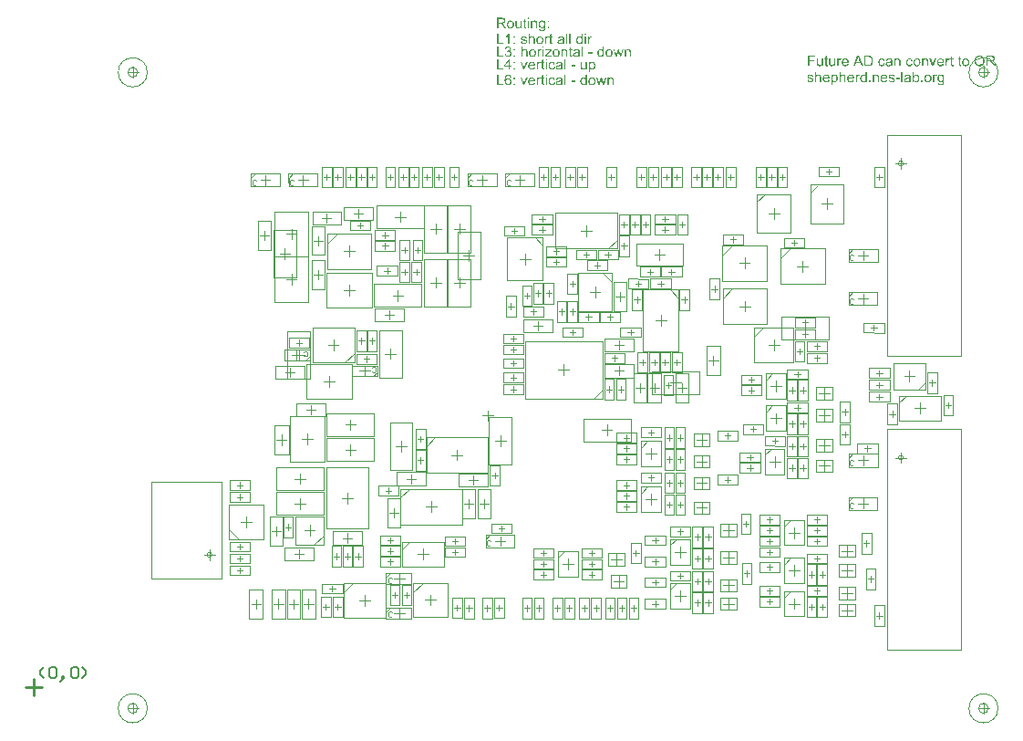
<source format=gbr>
%TF.GenerationSoftware,Altium Limited,Altium Designer,25.3.3 (18)*%
G04 Layer_Color=32768*
%FSLAX45Y45*%
%MOMM*%
%TF.SameCoordinates,95E4F6BA-DA47-4B25-BB43-2529A7C35442*%
%TF.FilePolarity,Positive*%
%TF.FileFunction,Other,Mechanical_15*%
%TF.Part,CustomerPanel*%
G01*
G75*
%TA.AperFunction,NonConductor*%
%ADD95C,0.20000*%
%ADD111C,0.25400*%
%ADD637C,0.10000*%
G36*
X4479944Y7192622D02*
X4467983D01*
Y7206341D01*
X4479944D01*
Y7192622D01*
D02*
G37*
G36*
X4532924Y7181013D02*
X4533627Y7180942D01*
X4534331Y7180872D01*
X4535175Y7180801D01*
X4536934Y7180520D01*
X4538904Y7180098D01*
X4540944Y7179535D01*
X4542985Y7178761D01*
X4543055D01*
X4543196Y7178691D01*
X4543477Y7178550D01*
X4543899Y7178339D01*
X4544322Y7178128D01*
X4544814Y7177846D01*
X4546010Y7177143D01*
X4547277Y7176299D01*
X4548613Y7175243D01*
X4549880Y7174047D01*
X4551006Y7172710D01*
Y7172640D01*
X4551146Y7172570D01*
X4551287Y7172359D01*
X4551428Y7172077D01*
X4551639Y7171725D01*
X4551920Y7171303D01*
X4552483Y7170248D01*
X4553116Y7168981D01*
X4553679Y7167433D01*
X4554242Y7165745D01*
X4554735Y7163916D01*
Y7163845D01*
Y7163775D01*
X4554805Y7163564D01*
X4554875Y7163282D01*
Y7162931D01*
X4554946Y7162438D01*
X4555016Y7161875D01*
X4555086Y7161242D01*
X4555157Y7160468D01*
X4555227Y7159624D01*
X4555297Y7158709D01*
Y7157654D01*
X4555368Y7156458D01*
X4555438Y7155191D01*
Y7153784D01*
Y7152306D01*
Y7108966D01*
X4543477D01*
Y7151814D01*
Y7151884D01*
Y7152166D01*
Y7152518D01*
Y7153010D01*
X4543407Y7153643D01*
Y7154347D01*
X4543337Y7155121D01*
Y7155895D01*
X4543126Y7157724D01*
X4542914Y7159483D01*
X4542563Y7161242D01*
X4542352Y7162016D01*
X4542070Y7162719D01*
Y7162790D01*
X4542000Y7162860D01*
X4541929Y7163071D01*
X4541789Y7163353D01*
X4541437Y7163986D01*
X4540944Y7164830D01*
X4540241Y7165745D01*
X4539397Y7166730D01*
X4538341Y7167715D01*
X4537075Y7168559D01*
X4537004D01*
X4536934Y7168630D01*
X4536723Y7168770D01*
X4536442Y7168911D01*
X4535738Y7169263D01*
X4534753Y7169685D01*
X4533486Y7170037D01*
X4532079Y7170389D01*
X4530531Y7170670D01*
X4528773Y7170740D01*
X4527999D01*
X4527506Y7170670D01*
X4526802Y7170600D01*
X4526029Y7170459D01*
X4525184Y7170318D01*
X4524270Y7170107D01*
X4523214Y7169896D01*
X4522159Y7169544D01*
X4521103Y7169192D01*
X4519978Y7168700D01*
X4518852Y7168137D01*
X4517726Y7167504D01*
X4516601Y7166730D01*
X4515545Y7165886D01*
X4515475Y7165815D01*
X4515334Y7165675D01*
X4515053Y7165323D01*
X4514701Y7164901D01*
X4514279Y7164338D01*
X4513786Y7163634D01*
X4513294Y7162790D01*
X4512801Y7161734D01*
X4512309Y7160609D01*
X4511816Y7159272D01*
X4511324Y7157724D01*
X4510902Y7156035D01*
X4510550Y7154206D01*
X4510268Y7152166D01*
X4510128Y7149914D01*
X4510057Y7147452D01*
Y7108966D01*
X4498096D01*
Y7179535D01*
X4508861D01*
Y7169474D01*
X4508932Y7169615D01*
X4509213Y7169966D01*
X4509705Y7170529D01*
X4510268Y7171303D01*
X4511113Y7172147D01*
X4512098Y7173132D01*
X4513223Y7174188D01*
X4514560Y7175314D01*
X4516038Y7176369D01*
X4517726Y7177424D01*
X4519556Y7178409D01*
X4521596Y7179254D01*
X4523777Y7180028D01*
X4526099Y7180590D01*
X4528632Y7180942D01*
X4531305Y7181083D01*
X4532361D01*
X4532924Y7181013D01*
D02*
G37*
G36*
X4666322Y7165956D02*
X4652743D01*
Y7179535D01*
X4666322D01*
Y7165956D01*
D02*
G37*
G36*
X4411415Y7108966D02*
X4400721D01*
Y7119309D01*
X4400651Y7119168D01*
X4400369Y7118816D01*
X4399877Y7118183D01*
X4399243Y7117479D01*
X4398399Y7116565D01*
X4397344Y7115580D01*
X4396218Y7114454D01*
X4394811Y7113399D01*
X4393333Y7112273D01*
X4391645Y7111217D01*
X4389815Y7110162D01*
X4387845Y7109247D01*
X4385664Y7108544D01*
X4383343Y7107911D01*
X4380950Y7107559D01*
X4378347Y7107418D01*
X4377714D01*
X4377292Y7107488D01*
X4376729D01*
X4376096Y7107559D01*
X4375322Y7107629D01*
X4374548Y7107700D01*
X4372718Y7107981D01*
X4370748Y7108403D01*
X4368708Y7108966D01*
X4366668Y7109740D01*
X4366597D01*
X4366457Y7109881D01*
X4366175Y7110021D01*
X4365753Y7110162D01*
X4365331Y7110373D01*
X4364838Y7110655D01*
X4363642Y7111358D01*
X4362305Y7112273D01*
X4360969Y7113258D01*
X4359773Y7114454D01*
X4358647Y7115720D01*
Y7115791D01*
X4358506Y7115861D01*
X4358436Y7116072D01*
X4358225Y7116354D01*
X4358014Y7116705D01*
X4357803Y7117127D01*
X4357240Y7118183D01*
X4356606Y7119520D01*
X4355973Y7121068D01*
X4355481Y7122756D01*
X4354988Y7124656D01*
Y7124726D01*
Y7124797D01*
X4354918Y7125008D01*
X4354848Y7125359D01*
Y7125711D01*
X4354777Y7126204D01*
X4354707Y7126696D01*
X4354636Y7127400D01*
X4354566Y7128103D01*
X4354496Y7128948D01*
X4354425Y7129862D01*
Y7130847D01*
X4354355Y7131903D01*
X4354285Y7133099D01*
Y7134365D01*
Y7135772D01*
Y7179535D01*
X4366246D01*
Y7140346D01*
Y7140275D01*
Y7139923D01*
Y7139431D01*
Y7138868D01*
Y7138094D01*
X4366316Y7137250D01*
Y7136265D01*
Y7135280D01*
X4366386Y7133169D01*
X4366527Y7131058D01*
X4366597Y7130144D01*
X4366738Y7129229D01*
X4366808Y7128455D01*
X4366949Y7127752D01*
Y7127681D01*
X4367019Y7127540D01*
X4367090Y7127329D01*
X4367160Y7126978D01*
X4367301Y7126555D01*
X4367512Y7126133D01*
X4368004Y7125078D01*
X4368638Y7123882D01*
X4369412Y7122615D01*
X4370467Y7121419D01*
X4371733Y7120364D01*
X4371804D01*
X4371874Y7120223D01*
X4372085Y7120153D01*
X4372367Y7119942D01*
X4372718Y7119731D01*
X4373141Y7119520D01*
X4374266Y7119027D01*
X4375533Y7118535D01*
X4377081Y7118113D01*
X4378840Y7117831D01*
X4380739Y7117690D01*
X4381232D01*
X4381654Y7117761D01*
X4382146D01*
X4382709Y7117831D01*
X4383343Y7117901D01*
X4383976Y7118042D01*
X4385524Y7118394D01*
X4387212Y7118816D01*
X4389042Y7119520D01*
X4390800Y7120434D01*
X4390871D01*
X4391012Y7120575D01*
X4391223Y7120716D01*
X4391574Y7120927D01*
X4392419Y7121560D01*
X4393404Y7122404D01*
X4394529Y7123460D01*
X4395585Y7124726D01*
X4396640Y7126204D01*
X4397484Y7127892D01*
Y7127963D01*
X4397555Y7128103D01*
X4397696Y7128385D01*
X4397766Y7128807D01*
X4397977Y7129299D01*
X4398118Y7129862D01*
X4398258Y7130566D01*
X4398469Y7131410D01*
X4398681Y7132325D01*
X4398821Y7133380D01*
X4399032Y7134506D01*
X4399173Y7135702D01*
X4399243Y7137039D01*
X4399384Y7138516D01*
X4399454Y7140064D01*
Y7141682D01*
Y7179535D01*
X4411415D01*
Y7108966D01*
D02*
G37*
G36*
X4666322D02*
X4652743D01*
Y7122545D01*
X4666322D01*
Y7108966D01*
D02*
G37*
G36*
X4479944D02*
X4467983D01*
Y7179535D01*
X4479944D01*
Y7108966D01*
D02*
G37*
G36*
X4227640Y7206271D02*
X4228766D01*
X4230032Y7206201D01*
X4231369Y7206130D01*
X4232917Y7205990D01*
X4234465Y7205849D01*
X4236083Y7205708D01*
X4239390Y7205216D01*
X4240938Y7204934D01*
X4242486Y7204582D01*
X4243963Y7204160D01*
X4245300Y7203668D01*
X4245370D01*
X4245582Y7203527D01*
X4245933Y7203386D01*
X4246426Y7203175D01*
X4246989Y7202894D01*
X4247622Y7202472D01*
X4248396Y7202050D01*
X4249170Y7201557D01*
X4250014Y7200924D01*
X4250929Y7200291D01*
X4251843Y7199517D01*
X4252758Y7198672D01*
X4253602Y7197687D01*
X4254517Y7196702D01*
X4255361Y7195577D01*
X4256135Y7194381D01*
X4256206Y7194310D01*
X4256346Y7194099D01*
X4256487Y7193747D01*
X4256768Y7193255D01*
X4257050Y7192622D01*
X4257402Y7191848D01*
X4257824Y7191003D01*
X4258176Y7190089D01*
X4258527Y7189033D01*
X4258950Y7187908D01*
X4259301Y7186712D01*
X4259583Y7185445D01*
X4259864Y7184108D01*
X4260075Y7182701D01*
X4260146Y7181224D01*
X4260216Y7179746D01*
Y7179605D01*
Y7179324D01*
X4260146Y7178761D01*
Y7177987D01*
X4260005Y7177143D01*
X4259864Y7176088D01*
X4259653Y7174962D01*
X4259372Y7173695D01*
X4259020Y7172359D01*
X4258598Y7170951D01*
X4258035Y7169474D01*
X4257402Y7167996D01*
X4256628Y7166519D01*
X4255713Y7165112D01*
X4254658Y7163634D01*
X4253462Y7162297D01*
X4253391Y7162227D01*
X4253180Y7162016D01*
X4252758Y7161664D01*
X4252195Y7161172D01*
X4251492Y7160609D01*
X4250577Y7159976D01*
X4249592Y7159272D01*
X4248396Y7158498D01*
X4246989Y7157724D01*
X4245511Y7156950D01*
X4243752Y7156247D01*
X4241923Y7155473D01*
X4239883Y7154839D01*
X4237701Y7154206D01*
X4235309Y7153714D01*
X4232776Y7153292D01*
X4232847D01*
X4232987Y7153151D01*
X4233269Y7153080D01*
X4233621Y7152869D01*
X4234043Y7152658D01*
X4234535Y7152377D01*
X4235661Y7151744D01*
X4236928Y7151040D01*
X4238194Y7150196D01*
X4239390Y7149351D01*
X4240516Y7148437D01*
X4240586Y7148366D01*
X4240797Y7148226D01*
X4241079Y7147874D01*
X4241501Y7147522D01*
X4241993Y7146959D01*
X4242556Y7146396D01*
X4243260Y7145693D01*
X4243963Y7144849D01*
X4244737Y7143934D01*
X4245582Y7142949D01*
X4246496Y7141894D01*
X4247411Y7140768D01*
X4248326Y7139501D01*
X4249311Y7138235D01*
X4251210Y7135421D01*
X4268026Y7108966D01*
X4251914D01*
X4239038Y7129229D01*
X4238968Y7129299D01*
X4238757Y7129581D01*
X4238475Y7130073D01*
X4238124Y7130636D01*
X4237631Y7131410D01*
X4237068Y7132254D01*
X4236435Y7133169D01*
X4235802Y7134154D01*
X4234324Y7136335D01*
X4232776Y7138587D01*
X4231229Y7140697D01*
X4230455Y7141682D01*
X4229751Y7142597D01*
X4229681Y7142667D01*
X4229610Y7142808D01*
X4229399Y7143019D01*
X4229118Y7143371D01*
X4228414Y7144215D01*
X4227570Y7145200D01*
X4226515Y7146256D01*
X4225459Y7147381D01*
X4224333Y7148366D01*
X4223208Y7149140D01*
X4223067Y7149211D01*
X4222715Y7149422D01*
X4222152Y7149774D01*
X4221378Y7150125D01*
X4220534Y7150548D01*
X4219549Y7151040D01*
X4218494Y7151392D01*
X4217368Y7151744D01*
X4217298D01*
X4216946Y7151814D01*
X4216383Y7151884D01*
X4215679Y7152025D01*
X4214694Y7152095D01*
X4213428Y7152166D01*
X4211950Y7152236D01*
X4195276D01*
Y7108966D01*
X4182400D01*
Y7206341D01*
X4226796D01*
X4227640Y7206271D01*
D02*
G37*
G36*
X4444343Y7179535D02*
X4456233D01*
Y7170248D01*
X4444343D01*
Y7128948D01*
Y7128877D01*
Y7128737D01*
Y7128455D01*
Y7128103D01*
Y7127259D01*
X4444413Y7126204D01*
X4444484Y7125148D01*
X4444554Y7124023D01*
X4444695Y7123108D01*
X4444835Y7122756D01*
X4444906Y7122404D01*
Y7122334D01*
X4445046Y7122193D01*
X4445187Y7121912D01*
X4445398Y7121560D01*
X4446031Y7120786D01*
X4446454Y7120434D01*
X4446946Y7120083D01*
X4447017D01*
X4447228Y7119942D01*
X4447509Y7119801D01*
X4448002Y7119660D01*
X4448564Y7119520D01*
X4449268Y7119379D01*
X4450112Y7119309D01*
X4451027Y7119238D01*
X4451801D01*
X4452434Y7119309D01*
X4453138D01*
X4454052Y7119449D01*
X4455108Y7119520D01*
X4456233Y7119660D01*
X4457992Y7109107D01*
X4457922D01*
X4457781Y7109036D01*
X4457500D01*
X4457148Y7108966D01*
X4456726Y7108896D01*
X4456163Y7108755D01*
X4454967Y7108614D01*
X4453560Y7108403D01*
X4452012Y7108192D01*
X4450464Y7108122D01*
X4448916Y7108051D01*
X4447861D01*
X4447298Y7108122D01*
X4446665Y7108192D01*
X4445258Y7108333D01*
X4443639Y7108544D01*
X4441951Y7108896D01*
X4440332Y7109388D01*
X4438855Y7110092D01*
X4438785D01*
X4438714Y7110162D01*
X4438292Y7110443D01*
X4437659Y7110936D01*
X4436885Y7111499D01*
X4436041Y7112273D01*
X4435196Y7113187D01*
X4434422Y7114243D01*
X4433789Y7115439D01*
Y7115509D01*
X4433719Y7115580D01*
X4433648Y7115791D01*
X4433578Y7116142D01*
X4433437Y7116565D01*
X4433367Y7117057D01*
X4433226Y7117690D01*
X4433086Y7118464D01*
X4432945Y7119379D01*
X4432804Y7120364D01*
X4432734Y7121560D01*
X4432593Y7122826D01*
X4432523Y7124304D01*
X4432452Y7125852D01*
X4432382Y7127681D01*
Y7129581D01*
Y7170248D01*
X4423517D01*
Y7179535D01*
X4432382D01*
Y7196984D01*
X4444343Y7204160D01*
Y7179535D01*
D02*
G37*
G36*
X4308833Y7181013D02*
X4309818Y7180942D01*
X4311085Y7180801D01*
X4312492Y7180590D01*
X4314110Y7180309D01*
X4315869Y7179887D01*
X4317699Y7179394D01*
X4319669Y7178761D01*
X4321639Y7177987D01*
X4323609Y7177073D01*
X4325579Y7175947D01*
X4327549Y7174680D01*
X4329448Y7173203D01*
X4331207Y7171514D01*
X4331348Y7171374D01*
X4331629Y7171092D01*
X4332052Y7170529D01*
X4332685Y7169755D01*
X4333388Y7168770D01*
X4334162Y7167645D01*
X4335007Y7166237D01*
X4335851Y7164690D01*
X4336695Y7162860D01*
X4337539Y7160890D01*
X4338313Y7158779D01*
X4339017Y7156387D01*
X4339650Y7153854D01*
X4340072Y7151181D01*
X4340424Y7148296D01*
X4340494Y7145200D01*
Y7145130D01*
Y7145060D01*
Y7144849D01*
Y7144637D01*
Y7143864D01*
X4340424Y7142949D01*
X4340354Y7141823D01*
X4340283Y7140486D01*
X4340143Y7139009D01*
X4340002Y7137461D01*
X4339791Y7135772D01*
X4339509Y7134013D01*
X4339158Y7132254D01*
X4338736Y7130425D01*
X4338243Y7128666D01*
X4337751Y7126978D01*
X4337047Y7125359D01*
X4336343Y7123812D01*
X4336273Y7123741D01*
X4336132Y7123460D01*
X4335921Y7123038D01*
X4335569Y7122545D01*
X4335147Y7121841D01*
X4334655Y7121138D01*
X4334022Y7120294D01*
X4333318Y7119379D01*
X4332544Y7118394D01*
X4331629Y7117409D01*
X4330644Y7116424D01*
X4329589Y7115439D01*
X4328463Y7114454D01*
X4327197Y7113469D01*
X4325860Y7112554D01*
X4324453Y7111710D01*
X4324383Y7111640D01*
X4324101Y7111499D01*
X4323679Y7111288D01*
X4323116Y7111077D01*
X4322342Y7110725D01*
X4321498Y7110373D01*
X4320513Y7109951D01*
X4319457Y7109599D01*
X4318191Y7109177D01*
X4316925Y7108755D01*
X4315517Y7108403D01*
X4314040Y7108122D01*
X4312422Y7107840D01*
X4310803Y7107629D01*
X4309185Y7107488D01*
X4307426Y7107418D01*
X4306793D01*
X4306441Y7107488D01*
X4306019D01*
X4304964Y7107559D01*
X4303697Y7107700D01*
X4302290Y7107911D01*
X4300672Y7108192D01*
X4298913Y7108614D01*
X4297013Y7109107D01*
X4295114Y7109740D01*
X4293073Y7110514D01*
X4291103Y7111428D01*
X4289133Y7112484D01*
X4287163Y7113750D01*
X4285263Y7115157D01*
X4283505Y7116846D01*
X4283434Y7116987D01*
X4283082Y7117268D01*
X4282660Y7117831D01*
X4282097Y7118605D01*
X4281394Y7119590D01*
X4280620Y7120786D01*
X4279846Y7122193D01*
X4279002Y7123812D01*
X4278157Y7125641D01*
X4277313Y7127681D01*
X4276539Y7129933D01*
X4275835Y7132395D01*
X4275273Y7135069D01*
X4274850Y7137883D01*
X4274499Y7140979D01*
X4274428Y7144215D01*
Y7144286D01*
Y7144426D01*
Y7144708D01*
Y7145060D01*
X4274499Y7145552D01*
Y7146115D01*
X4274569Y7146748D01*
Y7147452D01*
X4274639Y7148226D01*
X4274780Y7149070D01*
X4274991Y7150899D01*
X4275343Y7152940D01*
X4275765Y7155191D01*
X4276328Y7157513D01*
X4277102Y7159905D01*
X4277946Y7162297D01*
X4279002Y7164690D01*
X4280268Y7167011D01*
X4281675Y7169263D01*
X4283364Y7171303D01*
X4285263Y7173203D01*
X4285404Y7173273D01*
X4285686Y7173555D01*
X4286178Y7173906D01*
X4286882Y7174469D01*
X4287796Y7175032D01*
X4288852Y7175665D01*
X4290048Y7176439D01*
X4291455Y7177143D01*
X4293003Y7177846D01*
X4294691Y7178620D01*
X4296521Y7179254D01*
X4298491Y7179887D01*
X4300531Y7180379D01*
X4302712Y7180731D01*
X4305034Y7181013D01*
X4307426Y7181083D01*
X4308411D01*
X4308833Y7181013D01*
D02*
G37*
G36*
X4600819D02*
X4601734Y7180942D01*
X4602789Y7180801D01*
X4603985Y7180520D01*
X4605392Y7180239D01*
X4606870Y7179816D01*
X4608488Y7179324D01*
X4610177Y7178620D01*
X4611865Y7177846D01*
X4613624Y7176861D01*
X4615313Y7175665D01*
X4617001Y7174329D01*
X4618690Y7172781D01*
X4620238Y7171022D01*
Y7179535D01*
X4631284D01*
Y7118535D01*
Y7118464D01*
Y7118324D01*
Y7118113D01*
Y7117831D01*
Y7117409D01*
Y7116987D01*
X4631214Y7115861D01*
Y7114524D01*
X4631143Y7112976D01*
X4631003Y7111288D01*
X4630862Y7109458D01*
X4630651Y7107629D01*
X4630440Y7105659D01*
X4630158Y7103759D01*
X4629877Y7101860D01*
X4629455Y7100031D01*
X4629033Y7098272D01*
X4628470Y7096724D01*
X4627907Y7095317D01*
X4627837Y7095246D01*
X4627766Y7095035D01*
X4627555Y7094683D01*
X4627274Y7094191D01*
X4626922Y7093628D01*
X4626429Y7092924D01*
X4625937Y7092150D01*
X4625304Y7091376D01*
X4624600Y7090532D01*
X4623826Y7089618D01*
X4622982Y7088703D01*
X4621997Y7087788D01*
X4620941Y7086944D01*
X4619816Y7086029D01*
X4618620Y7085185D01*
X4617283Y7084411D01*
X4617213Y7084341D01*
X4616931Y7084270D01*
X4616579Y7084059D01*
X4616016Y7083778D01*
X4615313Y7083496D01*
X4614398Y7083145D01*
X4613413Y7082793D01*
X4612358Y7082441D01*
X4611091Y7082019D01*
X4609755Y7081667D01*
X4608277Y7081315D01*
X4606659Y7081034D01*
X4605041Y7080752D01*
X4603211Y7080541D01*
X4601382Y7080471D01*
X4599412Y7080401D01*
X4598849D01*
X4598216Y7080471D01*
X4597301D01*
X4596246Y7080612D01*
X4595050Y7080682D01*
X4593643Y7080893D01*
X4592165Y7081104D01*
X4590547Y7081386D01*
X4588929Y7081808D01*
X4587170Y7082230D01*
X4585481Y7082793D01*
X4583792Y7083426D01*
X4582104Y7084200D01*
X4580556Y7085115D01*
X4579008Y7086100D01*
X4578938Y7086170D01*
X4578656Y7086381D01*
X4578305Y7086733D01*
X4577812Y7087155D01*
X4577249Y7087788D01*
X4576546Y7088492D01*
X4575912Y7089406D01*
X4575209Y7090391D01*
X4574435Y7091517D01*
X4573802Y7092784D01*
X4573168Y7094191D01*
X4572606Y7095739D01*
X4572113Y7097357D01*
X4571761Y7099186D01*
X4571621Y7101156D01*
X4571550Y7103197D01*
X4583159Y7101438D01*
Y7101367D01*
X4583230Y7101227D01*
Y7100945D01*
X4583300Y7100593D01*
X4583441Y7100101D01*
X4583581Y7099608D01*
X4583933Y7098483D01*
X4584426Y7097216D01*
X4585129Y7095950D01*
X4586044Y7094754D01*
X4587170Y7093698D01*
X4587240Y7093628D01*
X4587381Y7093558D01*
X4587662Y7093417D01*
X4588014Y7093206D01*
X4588436Y7092924D01*
X4588999Y7092643D01*
X4589632Y7092361D01*
X4590336Y7092010D01*
X4591180Y7091728D01*
X4592095Y7091376D01*
X4593080Y7091095D01*
X4594205Y7090884D01*
X4595331Y7090603D01*
X4596598Y7090462D01*
X4597934Y7090391D01*
X4599342Y7090321D01*
X4600116D01*
X4600678Y7090391D01*
X4601382D01*
X4602226Y7090532D01*
X4603071Y7090603D01*
X4604056Y7090743D01*
X4606096Y7091165D01*
X4608277Y7091728D01*
X4610317Y7092573D01*
X4611232Y7093135D01*
X4612147Y7093698D01*
X4612217Y7093769D01*
X4612358Y7093839D01*
X4612569Y7094050D01*
X4612850Y7094332D01*
X4613272Y7094613D01*
X4613624Y7095035D01*
X4614117Y7095528D01*
X4614609Y7096090D01*
X4615594Y7097427D01*
X4616650Y7098975D01*
X4617564Y7100804D01*
X4618268Y7102915D01*
Y7102986D01*
X4618338Y7103126D01*
Y7103337D01*
X4618409Y7103689D01*
X4618479Y7104111D01*
X4618549Y7104674D01*
X4618620Y7105378D01*
X4618690Y7106222D01*
X4618831Y7107137D01*
X4618901Y7108262D01*
X4618971Y7109529D01*
X4619042Y7110936D01*
Y7112484D01*
X4619112Y7114172D01*
Y7116072D01*
Y7118183D01*
X4619042Y7118113D01*
X4618760Y7117761D01*
X4618338Y7117339D01*
X4617705Y7116776D01*
X4616931Y7116072D01*
X4616016Y7115298D01*
X4614961Y7114454D01*
X4613765Y7113610D01*
X4612428Y7112695D01*
X4610951Y7111851D01*
X4609332Y7111077D01*
X4607573Y7110443D01*
X4605744Y7109810D01*
X4603844Y7109388D01*
X4601734Y7109107D01*
X4599623Y7108966D01*
X4598990D01*
X4598216Y7109036D01*
X4597231Y7109107D01*
X4596035Y7109318D01*
X4594628Y7109529D01*
X4593009Y7109881D01*
X4591321Y7110303D01*
X4589562Y7110866D01*
X4587733Y7111499D01*
X4585833Y7112343D01*
X4584004Y7113399D01*
X4582174Y7114595D01*
X4580345Y7116002D01*
X4578656Y7117620D01*
X4577108Y7119449D01*
X4577038Y7119590D01*
X4576757Y7119942D01*
X4576405Y7120505D01*
X4575842Y7121349D01*
X4575279Y7122334D01*
X4574576Y7123530D01*
X4573872Y7124937D01*
X4573168Y7126555D01*
X4572394Y7128244D01*
X4571691Y7130214D01*
X4570987Y7132254D01*
X4570424Y7134506D01*
X4569862Y7136828D01*
X4569510Y7139290D01*
X4569228Y7141894D01*
X4569158Y7144567D01*
Y7144708D01*
Y7144989D01*
Y7145552D01*
X4569228Y7146256D01*
X4569299Y7147170D01*
X4569369Y7148226D01*
X4569439Y7149422D01*
X4569580Y7150688D01*
X4569791Y7152095D01*
X4570002Y7153573D01*
X4570706Y7156739D01*
X4571058Y7158357D01*
X4571550Y7159976D01*
X4572113Y7161594D01*
X4572746Y7163212D01*
X4572817Y7163282D01*
X4572887Y7163564D01*
X4573098Y7164056D01*
X4573450Y7164619D01*
X4573802Y7165323D01*
X4574294Y7166167D01*
X4574787Y7167082D01*
X4575420Y7168067D01*
X4576194Y7169122D01*
X4576968Y7170177D01*
X4577812Y7171233D01*
X4578797Y7172359D01*
X4579782Y7173414D01*
X4580908Y7174469D01*
X4582104Y7175454D01*
X4583370Y7176369D01*
X4583441Y7176439D01*
X4583722Y7176580D01*
X4584074Y7176791D01*
X4584637Y7177143D01*
X4585270Y7177495D01*
X4586044Y7177846D01*
X4586959Y7178269D01*
X4588014Y7178761D01*
X4589140Y7179183D01*
X4590406Y7179605D01*
X4591743Y7179957D01*
X4593150Y7180379D01*
X4594698Y7180661D01*
X4596246Y7180872D01*
X4597934Y7181013D01*
X4599623Y7181083D01*
X4600186D01*
X4600819Y7181013D01*
D02*
G37*
G36*
X5009810Y7046854D02*
X4997849D01*
Y7060574D01*
X5009810D01*
Y7046854D01*
D02*
G37*
G36*
X4978923Y6963198D02*
X4967806D01*
Y6972134D01*
X4967736Y6971993D01*
X4967525Y6971711D01*
X4967103Y6971149D01*
X4966540Y6970515D01*
X4965836Y6969671D01*
X4964992Y6968827D01*
X4963937Y6967842D01*
X4962811Y6966927D01*
X4961474Y6965942D01*
X4959997Y6964957D01*
X4958378Y6964113D01*
X4956619Y6963269D01*
X4954720Y6962635D01*
X4952609Y6962072D01*
X4950428Y6961791D01*
X4948036Y6961650D01*
X4947192D01*
X4946629Y6961721D01*
X4945855Y6961791D01*
X4945010Y6961932D01*
X4944025Y6962072D01*
X4942970Y6962213D01*
X4941774Y6962495D01*
X4940578Y6962776D01*
X4939311Y6963128D01*
X4937975Y6963620D01*
X4936638Y6964113D01*
X4935231Y6964746D01*
X4933894Y6965450D01*
X4932557Y6966294D01*
X4932487Y6966364D01*
X4932276Y6966505D01*
X4931853Y6966786D01*
X4931431Y6967138D01*
X4930798Y6967631D01*
X4930095Y6968194D01*
X4929391Y6968897D01*
X4928547Y6969671D01*
X4927702Y6970515D01*
X4926788Y6971500D01*
X4925873Y6972556D01*
X4924958Y6973752D01*
X4924114Y6974948D01*
X4923199Y6976285D01*
X4922426Y6977762D01*
X4921652Y6979240D01*
X4921581Y6979310D01*
X4921511Y6979592D01*
X4921300Y6980084D01*
X4921018Y6980717D01*
X4920737Y6981491D01*
X4920455Y6982406D01*
X4920104Y6983532D01*
X4919752Y6984728D01*
X4919330Y6986065D01*
X4918978Y6987542D01*
X4918697Y6989160D01*
X4918415Y6990849D01*
X4918134Y6992608D01*
X4917923Y6994437D01*
X4917852Y6996407D01*
X4917782Y6998377D01*
Y6998518D01*
Y6998870D01*
Y6999433D01*
X4917852Y7000136D01*
X4917923Y7001121D01*
X4917993Y7002176D01*
X4918063Y7003373D01*
X4918204Y7004709D01*
X4918415Y7006187D01*
X4918626Y7007664D01*
X4919259Y7010901D01*
X4919611Y7012589D01*
X4920104Y7014208D01*
X4920596Y7015896D01*
X4921229Y7017515D01*
X4921300Y7017585D01*
X4921370Y7017866D01*
X4921581Y7018359D01*
X4921863Y7018922D01*
X4922285Y7019625D01*
X4922707Y7020470D01*
X4923270Y7021384D01*
X4923903Y7022369D01*
X4924536Y7023425D01*
X4925381Y7024480D01*
X4926225Y7025606D01*
X4927139Y7026661D01*
X4928195Y7027787D01*
X4929321Y7028772D01*
X4930517Y7029757D01*
X4931783Y7030671D01*
X4931853Y7030742D01*
X4932135Y7030883D01*
X4932487Y7031094D01*
X4933050Y7031375D01*
X4933683Y7031727D01*
X4934457Y7032149D01*
X4935371Y7032571D01*
X4936356Y7032993D01*
X4937482Y7033415D01*
X4938678Y7033838D01*
X4940015Y7034260D01*
X4941352Y7034612D01*
X4942829Y7034893D01*
X4944307Y7035104D01*
X4945855Y7035245D01*
X4947473Y7035315D01*
X4948106D01*
X4948528Y7035245D01*
X4949091D01*
X4949795Y7035174D01*
X4950498Y7035104D01*
X4951272Y7034963D01*
X4953031Y7034682D01*
X4954931Y7034189D01*
X4956901Y7033486D01*
X4958801Y7032571D01*
X4958871D01*
X4959012Y7032430D01*
X4959293Y7032290D01*
X4959645Y7032079D01*
X4960067Y7031797D01*
X4960560Y7031516D01*
X4961685Y7030671D01*
X4963022Y7029686D01*
X4964359Y7028490D01*
X4965696Y7027083D01*
X4966962Y7025535D01*
Y7060574D01*
X4978923D01*
Y6963198D01*
D02*
G37*
G36*
X5054910Y7035245D02*
X5055472Y7035174D01*
X5056106Y7035104D01*
X5056809Y7034963D01*
X5057654Y7034823D01*
X5058568Y7034612D01*
X5059553Y7034400D01*
X5061594Y7033697D01*
X5062719Y7033275D01*
X5063845Y7032712D01*
X5064971Y7032149D01*
X5066167Y7031445D01*
X5061945Y7020399D01*
X5061875D01*
X5061734Y7020540D01*
X5061523Y7020610D01*
X5061171Y7020821D01*
X5060820Y7020962D01*
X5060327Y7021173D01*
X5059201Y7021666D01*
X5057935Y7022158D01*
X5056458Y7022510D01*
X5054839Y7022791D01*
X5053221Y7022932D01*
X5052588D01*
X5051814Y7022791D01*
X5050899Y7022651D01*
X5049844Y7022369D01*
X5048648Y7021947D01*
X5047452Y7021314D01*
X5046256Y7020540D01*
X5046115Y7020399D01*
X5045763Y7020118D01*
X5045200Y7019555D01*
X5044567Y7018851D01*
X5043793Y7017937D01*
X5043089Y7016811D01*
X5042386Y7015474D01*
X5041823Y7013997D01*
Y7013926D01*
X5041753Y7013715D01*
X5041612Y7013363D01*
X5041542Y7012871D01*
X5041401Y7012308D01*
X5041190Y7011604D01*
X5041049Y7010760D01*
X5040838Y7009916D01*
X5040627Y7008861D01*
X5040486Y7007805D01*
X5040346Y7006679D01*
X5040134Y7005483D01*
X5039923Y7002880D01*
X5039853Y7000066D01*
Y6963198D01*
X5027892D01*
Y7033767D01*
X5038657D01*
Y7022932D01*
X5038727Y7023002D01*
X5038868Y7023284D01*
X5039079Y7023636D01*
X5039361Y7024128D01*
X5039712Y7024761D01*
X5040134Y7025465D01*
X5041119Y7027013D01*
X5042316Y7028631D01*
X5043582Y7030320D01*
X5044215Y7031023D01*
X5044848Y7031727D01*
X5045552Y7032360D01*
X5046185Y7032853D01*
X5046256D01*
X5046326Y7032993D01*
X5046537Y7033064D01*
X5046818Y7033275D01*
X5047522Y7033627D01*
X5048437Y7034119D01*
X5049633Y7034541D01*
X5050899Y7034963D01*
X5052306Y7035245D01*
X5053854Y7035315D01*
X5054487D01*
X5054910Y7035245D01*
D02*
G37*
G36*
X4654432D02*
X4654995Y7035174D01*
X4655628Y7035104D01*
X4656332Y7034963D01*
X4657176Y7034823D01*
X4658091Y7034612D01*
X4659076Y7034400D01*
X4661116Y7033697D01*
X4662242Y7033275D01*
X4663367Y7032712D01*
X4664493Y7032149D01*
X4665689Y7031445D01*
X4661468Y7020399D01*
X4661397D01*
X4661257Y7020540D01*
X4661046Y7020610D01*
X4660694Y7020821D01*
X4660342Y7020962D01*
X4659849Y7021173D01*
X4658724Y7021666D01*
X4657457Y7022158D01*
X4655980Y7022510D01*
X4654362Y7022791D01*
X4652743Y7022932D01*
X4652110D01*
X4651336Y7022791D01*
X4650421Y7022651D01*
X4649366Y7022369D01*
X4648170Y7021947D01*
X4646974Y7021314D01*
X4645778Y7020540D01*
X4645637Y7020399D01*
X4645285Y7020118D01*
X4644722Y7019555D01*
X4644089Y7018851D01*
X4643315Y7017937D01*
X4642612Y7016811D01*
X4641908Y7015474D01*
X4641345Y7013997D01*
Y7013926D01*
X4641275Y7013715D01*
X4641134Y7013363D01*
X4641064Y7012871D01*
X4640923Y7012308D01*
X4640712Y7011604D01*
X4640571Y7010760D01*
X4640360Y7009916D01*
X4640149Y7008861D01*
X4640008Y7007805D01*
X4639868Y7006679D01*
X4639657Y7005483D01*
X4639446Y7002880D01*
X4639375Y7000066D01*
Y6963198D01*
X4627414D01*
Y7033767D01*
X4638179D01*
Y7022932D01*
X4638250Y7023002D01*
X4638390Y7023284D01*
X4638601Y7023636D01*
X4638883Y7024128D01*
X4639235Y7024761D01*
X4639657Y7025465D01*
X4640642Y7027013D01*
X4641838Y7028631D01*
X4643104Y7030320D01*
X4643737Y7031023D01*
X4644371Y7031727D01*
X4645074Y7032360D01*
X4645707Y7032853D01*
X4645778D01*
X4645848Y7032993D01*
X4646059Y7033064D01*
X4646341Y7033275D01*
X4647044Y7033627D01*
X4647959Y7034119D01*
X4649155Y7034541D01*
X4650421Y7034963D01*
X4651829Y7035245D01*
X4653377Y7035315D01*
X4654010D01*
X4654432Y7035245D01*
D02*
G37*
G36*
X4349571Y7020188D02*
X4335992D01*
Y7033767D01*
X4349571D01*
Y7020188D01*
D02*
G37*
G36*
X4433437Y7035245D02*
X4434282Y7035174D01*
X4435267Y7035104D01*
X4436322Y7035034D01*
X4437377Y7034893D01*
X4438574Y7034752D01*
X4441036Y7034330D01*
X4443569Y7033697D01*
X4445961Y7032923D01*
X4446031D01*
X4446243Y7032782D01*
X4446594Y7032712D01*
X4447017Y7032501D01*
X4447509Y7032219D01*
X4448072Y7031938D01*
X4449479Y7031234D01*
X4450957Y7030320D01*
X4452504Y7029194D01*
X4453912Y7027928D01*
X4454615Y7027224D01*
X4455178Y7026450D01*
X4455248Y7026380D01*
X4455319Y7026239D01*
X4455459Y7026028D01*
X4455671Y7025676D01*
X4455952Y7025324D01*
X4456233Y7024832D01*
X4456515Y7024199D01*
X4456867Y7023565D01*
X4457218Y7022791D01*
X4457570Y7022017D01*
X4457922Y7021103D01*
X4458203Y7020118D01*
X4458555Y7019062D01*
X4458907Y7018007D01*
X4459400Y7015545D01*
X4447720Y7013926D01*
Y7013997D01*
X4447650Y7014137D01*
Y7014419D01*
X4447509Y7014841D01*
X4447439Y7015263D01*
X4447228Y7015826D01*
X4446805Y7017022D01*
X4446172Y7018359D01*
X4445398Y7019766D01*
X4444343Y7021173D01*
X4443710Y7021806D01*
X4443006Y7022369D01*
X4442936Y7022440D01*
X4442865Y7022510D01*
X4442584Y7022651D01*
X4442303Y7022862D01*
X4441880Y7023073D01*
X4441458Y7023354D01*
X4440895Y7023636D01*
X4440262Y7023917D01*
X4439488Y7024199D01*
X4438714Y7024480D01*
X4437800Y7024761D01*
X4436885Y7024972D01*
X4435830Y7025184D01*
X4434704Y7025324D01*
X4433508Y7025465D01*
X4431467D01*
X4430905Y7025395D01*
X4430201D01*
X4429427Y7025324D01*
X4428583Y7025254D01*
X4427668Y7025113D01*
X4425698Y7024832D01*
X4423728Y7024339D01*
X4422813Y7023987D01*
X4421969Y7023636D01*
X4421125Y7023214D01*
X4420421Y7022721D01*
X4420351D01*
X4420280Y7022580D01*
X4419858Y7022229D01*
X4419295Y7021666D01*
X4418662Y7020892D01*
X4418029Y7019977D01*
X4417466Y7018922D01*
X4417044Y7017726D01*
X4416974Y7017022D01*
X4416903Y7016389D01*
Y7016318D01*
Y7015967D01*
X4416974Y7015545D01*
X4417114Y7014982D01*
X4417255Y7014348D01*
X4417466Y7013645D01*
X4417818Y7012871D01*
X4418310Y7012167D01*
X4418381Y7012097D01*
X4418592Y7011886D01*
X4418944Y7011534D01*
X4419436Y7011042D01*
X4420069Y7010549D01*
X4420914Y7010057D01*
X4421828Y7009494D01*
X4422954Y7009001D01*
X4423024D01*
X4423165Y7008931D01*
X4423376Y7008861D01*
X4423658Y7008790D01*
X4424009Y7008649D01*
X4424432Y7008579D01*
X4424924Y7008368D01*
X4425557Y7008227D01*
X4426331Y7008016D01*
X4427176Y7007735D01*
X4428161Y7007453D01*
X4429286Y7007172D01*
X4430553Y7006820D01*
X4432030Y7006398D01*
X4433578Y7005976D01*
X4433648D01*
X4433719Y7005905D01*
X4434141Y7005835D01*
X4434774Y7005624D01*
X4435619Y7005413D01*
X4436674Y7005132D01*
X4437870Y7004780D01*
X4439207Y7004428D01*
X4440544Y7004006D01*
X4443499Y7003162D01*
X4446454Y7002176D01*
X4447790Y7001754D01*
X4449127Y7001262D01*
X4450253Y7000840D01*
X4451308Y7000418D01*
X4451379D01*
X4451519Y7000347D01*
X4451801Y7000206D01*
X4452153Y6999995D01*
X4452575Y6999784D01*
X4453067Y6999503D01*
X4454193Y6998799D01*
X4455459Y6997885D01*
X4456726Y6996829D01*
X4457992Y6995563D01*
X4459188Y6994085D01*
Y6994015D01*
X4459329Y6993874D01*
X4459470Y6993663D01*
X4459611Y6993382D01*
X4459892Y6992960D01*
X4460103Y6992467D01*
X4460385Y6991904D01*
X4460666Y6991271D01*
X4460877Y6990567D01*
X4461158Y6989793D01*
X4461651Y6988105D01*
X4461932Y6986135D01*
X4462073Y6983954D01*
Y6983883D01*
Y6983672D01*
Y6983391D01*
X4462003Y6982969D01*
Y6982406D01*
X4461862Y6981773D01*
X4461792Y6981069D01*
X4461651Y6980295D01*
X4461229Y6978607D01*
X4460596Y6976707D01*
X4460173Y6975722D01*
X4459751Y6974667D01*
X4459188Y6973682D01*
X4458555Y6972696D01*
X4458485Y6972626D01*
X4458415Y6972485D01*
X4458203Y6972204D01*
X4457922Y6971852D01*
X4457570Y6971360D01*
X4457078Y6970867D01*
X4456585Y6970304D01*
X4455952Y6969671D01*
X4455319Y6969038D01*
X4454545Y6968405D01*
X4453701Y6967701D01*
X4452786Y6966997D01*
X4451801Y6966364D01*
X4450745Y6965731D01*
X4449620Y6965098D01*
X4448424Y6964535D01*
X4448353D01*
X4448142Y6964394D01*
X4447790Y6964254D01*
X4447298Y6964113D01*
X4446665Y6963902D01*
X4445891Y6963620D01*
X4445046Y6963339D01*
X4444132Y6963128D01*
X4443076Y6962846D01*
X4441951Y6962565D01*
X4440684Y6962354D01*
X4439418Y6962072D01*
X4436604Y6961791D01*
X4433578Y6961650D01*
X4432945D01*
X4432241Y6961721D01*
X4431327D01*
X4430131Y6961861D01*
X4428864Y6961932D01*
X4427387Y6962143D01*
X4425768Y6962354D01*
X4424080Y6962635D01*
X4422391Y6963057D01*
X4420632Y6963480D01*
X4418873Y6964042D01*
X4417185Y6964676D01*
X4415496Y6965450D01*
X4413948Y6966364D01*
X4412541Y6967349D01*
X4412471Y6967420D01*
X4412260Y6967631D01*
X4411838Y6967983D01*
X4411415Y6968405D01*
X4410852Y6969038D01*
X4410149Y6969741D01*
X4409445Y6970586D01*
X4408742Y6971641D01*
X4407968Y6972767D01*
X4407124Y6973963D01*
X4406420Y6975370D01*
X4405646Y6976918D01*
X4404942Y6978536D01*
X4404380Y6980366D01*
X4403817Y6982265D01*
X4403395Y6984306D01*
X4415215Y6986135D01*
Y6986065D01*
X4415285Y6985853D01*
X4415355Y6985431D01*
X4415426Y6984939D01*
X4415566Y6984376D01*
X4415778Y6983672D01*
X4415989Y6982898D01*
X4416270Y6982124D01*
X4416974Y6980366D01*
X4417959Y6978536D01*
X4418522Y6977622D01*
X4419155Y6976777D01*
X4419929Y6976003D01*
X4420703Y6975229D01*
X4420773Y6975159D01*
X4420914Y6975089D01*
X4421195Y6974878D01*
X4421547Y6974667D01*
X4422039Y6974385D01*
X4422602Y6974033D01*
X4423236Y6973682D01*
X4424009Y6973400D01*
X4424854Y6973048D01*
X4425839Y6972696D01*
X4426894Y6972345D01*
X4428020Y6972063D01*
X4429286Y6971852D01*
X4430623Y6971641D01*
X4432030Y6971571D01*
X4433508Y6971500D01*
X4434282D01*
X4434845Y6971571D01*
X4435548D01*
X4436322Y6971711D01*
X4437166Y6971782D01*
X4438151Y6971923D01*
X4440121Y6972345D01*
X4442162Y6972908D01*
X4444061Y6973752D01*
X4444976Y6974244D01*
X4445750Y6974807D01*
X4445820Y6974878D01*
X4445891Y6974948D01*
X4446102Y6975159D01*
X4446383Y6975440D01*
X4447017Y6976144D01*
X4447790Y6977059D01*
X4448494Y6978184D01*
X4449127Y6979592D01*
X4449409Y6980295D01*
X4449620Y6981069D01*
X4449690Y6981843D01*
X4449760Y6982687D01*
Y6982758D01*
Y6982898D01*
Y6983109D01*
X4449690Y6983321D01*
X4449549Y6984094D01*
X4449338Y6985009D01*
X4448916Y6985994D01*
X4448283Y6987050D01*
X4447861Y6987542D01*
X4447368Y6988105D01*
X4446805Y6988597D01*
X4446172Y6989020D01*
X4446031Y6989090D01*
X4445891Y6989160D01*
X4445680Y6989301D01*
X4445328Y6989442D01*
X4444906Y6989653D01*
X4444343Y6989864D01*
X4443780Y6990145D01*
X4443006Y6990427D01*
X4442162Y6990708D01*
X4441106Y6991060D01*
X4439981Y6991412D01*
X4438714Y6991764D01*
X4437307Y6992186D01*
X4435689Y6992608D01*
X4433930Y6993030D01*
X4433860D01*
X4433789Y6993100D01*
X4433367Y6993171D01*
X4432663Y6993382D01*
X4431819Y6993593D01*
X4430693Y6993874D01*
X4429497Y6994226D01*
X4428161Y6994578D01*
X4426683Y6995000D01*
X4423658Y6995915D01*
X4420632Y6996900D01*
X4419225Y6997392D01*
X4417888Y6997885D01*
X4416692Y6998377D01*
X4415637Y6998799D01*
X4415566D01*
X4415426Y6998940D01*
X4415144Y6999081D01*
X4414793Y6999221D01*
X4414370Y6999503D01*
X4413878Y6999784D01*
X4412752Y7000558D01*
X4411556Y7001473D01*
X4410290Y7002599D01*
X4409023Y7003935D01*
X4407968Y7005483D01*
Y7005554D01*
X4407827Y7005694D01*
X4407757Y7005905D01*
X4407546Y7006257D01*
X4407335Y7006609D01*
X4407124Y7007102D01*
X4406912Y7007664D01*
X4406701Y7008298D01*
X4406209Y7009705D01*
X4405787Y7011323D01*
X4405505Y7013082D01*
X4405365Y7014982D01*
Y7015052D01*
Y7015193D01*
Y7015474D01*
X4405435Y7015756D01*
Y7016178D01*
X4405505Y7016670D01*
X4405646Y7017866D01*
X4405857Y7019203D01*
X4406279Y7020681D01*
X4406772Y7022158D01*
X4407475Y7023706D01*
Y7023776D01*
X4407546Y7023917D01*
X4407686Y7024128D01*
X4407897Y7024410D01*
X4408390Y7025113D01*
X4409023Y7026028D01*
X4409867Y7027083D01*
X4410923Y7028209D01*
X4412049Y7029335D01*
X4413385Y7030390D01*
X4413526Y7030460D01*
X4413878Y7030742D01*
X4414511Y7031094D01*
X4415426Y7031586D01*
X4416481Y7032149D01*
X4417748Y7032712D01*
X4419295Y7033275D01*
X4420984Y7033838D01*
X4421054D01*
X4421195Y7033908D01*
X4421477Y7033978D01*
X4421828Y7034049D01*
X4422250Y7034189D01*
X4422813Y7034330D01*
X4423447Y7034471D01*
X4424080Y7034612D01*
X4425628Y7034823D01*
X4427387Y7035104D01*
X4429286Y7035245D01*
X4431327Y7035315D01*
X4432734D01*
X4433437Y7035245D01*
D02*
G37*
G36*
X5009810Y6963198D02*
X4997849D01*
Y7033767D01*
X5009810D01*
Y6963198D01*
D02*
G37*
G36*
X4865928D02*
X4853967D01*
Y7060574D01*
X4865928D01*
Y6963198D01*
D02*
G37*
G36*
X4835744D02*
X4823784D01*
Y7060574D01*
X4835744D01*
Y6963198D01*
D02*
G37*
G36*
X4780443Y7035245D02*
X4781358Y7035174D01*
X4782343Y7035104D01*
X4783398Y7035034D01*
X4785720Y7034752D01*
X4788182Y7034400D01*
X4790575Y7033838D01*
X4791771Y7033486D01*
X4792826Y7033134D01*
X4792896D01*
X4793108Y7033064D01*
X4793389Y7032923D01*
X4793741Y7032782D01*
X4794233Y7032571D01*
X4794726Y7032290D01*
X4795992Y7031656D01*
X4797329Y7030883D01*
X4798736Y7029968D01*
X4800003Y7028983D01*
X4801128Y7027787D01*
Y7027716D01*
X4801269Y7027646D01*
X4801410Y7027435D01*
X4801550Y7027224D01*
X4802043Y7026520D01*
X4802606Y7025535D01*
X4803239Y7024339D01*
X4803802Y7023002D01*
X4804365Y7021384D01*
X4804857Y7019625D01*
Y7019485D01*
X4804928Y7019273D01*
Y7019062D01*
X4804998Y7018711D01*
X4805068Y7018218D01*
X4805139Y7017726D01*
X4805209Y7017092D01*
Y7016389D01*
X4805279Y7015615D01*
X4805350Y7014700D01*
X4805420Y7013715D01*
Y7012589D01*
X4805491Y7011393D01*
Y7010057D01*
Y7008649D01*
Y6992749D01*
Y6992678D01*
Y6992537D01*
Y6992326D01*
Y6992045D01*
Y6991623D01*
Y6991201D01*
Y6990075D01*
Y6988738D01*
X4805561Y6987261D01*
Y6985572D01*
Y6983883D01*
X4805631Y6980295D01*
X4805702Y6978536D01*
X4805772Y6976777D01*
X4805842Y6975229D01*
X4805983Y6973822D01*
X4806053Y6972626D01*
X4806124Y6972063D01*
X4806194Y6971641D01*
Y6971571D01*
X4806264Y6971430D01*
Y6971219D01*
X4806335Y6970867D01*
X4806476Y6970515D01*
X4806546Y6970023D01*
X4806898Y6968897D01*
X4807320Y6967631D01*
X4807812Y6966224D01*
X4808516Y6964746D01*
X4809290Y6963198D01*
X4796836D01*
Y6963269D01*
X4796766Y6963339D01*
X4796625Y6963550D01*
X4796555Y6963831D01*
X4796344Y6964183D01*
X4796203Y6964676D01*
X4795781Y6965661D01*
X4795359Y6966997D01*
X4794937Y6968475D01*
X4794655Y6970093D01*
X4794374Y6971923D01*
X4794304Y6971852D01*
X4794093Y6971641D01*
X4793741Y6971360D01*
X4793248Y6971008D01*
X4792615Y6970515D01*
X4791911Y6970023D01*
X4791137Y6969390D01*
X4790293Y6968756D01*
X4789308Y6968123D01*
X4788323Y6967490D01*
X4786142Y6966153D01*
X4783891Y6964887D01*
X4782695Y6964394D01*
X4781569Y6963902D01*
X4781498D01*
X4781287Y6963831D01*
X4780936Y6963691D01*
X4780513Y6963550D01*
X4779951Y6963409D01*
X4779247Y6963198D01*
X4778473Y6962987D01*
X4777629Y6962776D01*
X4776714Y6962565D01*
X4775659Y6962354D01*
X4773407Y6962002D01*
X4771015Y6961721D01*
X4768412Y6961650D01*
X4767919D01*
X4767286Y6961721D01*
X4766512D01*
X4765527Y6961791D01*
X4764401Y6961932D01*
X4763135Y6962143D01*
X4761798Y6962354D01*
X4760391Y6962635D01*
X4758984Y6963057D01*
X4757436Y6963480D01*
X4755958Y6964042D01*
X4754551Y6964676D01*
X4753074Y6965450D01*
X4751807Y6966294D01*
X4750541Y6967279D01*
X4750471Y6967349D01*
X4750259Y6967560D01*
X4749978Y6967842D01*
X4749556Y6968334D01*
X4749134Y6968897D01*
X4748571Y6969530D01*
X4748008Y6970304D01*
X4747445Y6971219D01*
X4746882Y6972204D01*
X4746319Y6973330D01*
X4745757Y6974526D01*
X4745334Y6975792D01*
X4744912Y6977199D01*
X4744631Y6978607D01*
X4744420Y6980154D01*
X4744349Y6981773D01*
Y6981843D01*
Y6981984D01*
Y6982265D01*
X4744420Y6982687D01*
Y6983109D01*
X4744490Y6983672D01*
X4744631Y6984939D01*
X4744912Y6986346D01*
X4745334Y6987964D01*
X4745897Y6989582D01*
X4746671Y6991201D01*
Y6991271D01*
X4746812Y6991412D01*
X4746882Y6991623D01*
X4747093Y6991904D01*
X4747586Y6992678D01*
X4748289Y6993663D01*
X4749204Y6994789D01*
X4750259Y6995915D01*
X4751456Y6997040D01*
X4752792Y6998096D01*
X4752863D01*
X4753003Y6998236D01*
X4753215Y6998377D01*
X4753496Y6998518D01*
X4753848Y6998729D01*
X4754270Y6999010D01*
X4755325Y6999573D01*
X4756592Y7000206D01*
X4758069Y7000840D01*
X4759687Y7001473D01*
X4761446Y7002036D01*
X4761517D01*
X4761587Y7002106D01*
X4761798D01*
X4762080Y7002176D01*
X4762502Y7002247D01*
X4762924Y7002388D01*
X4763487Y7002458D01*
X4764120Y7002599D01*
X4764824Y7002739D01*
X4765598Y7002880D01*
X4766442Y7003021D01*
X4767427Y7003162D01*
X4768482Y7003302D01*
X4769608Y7003513D01*
X4770804Y7003654D01*
X4772070Y7003795D01*
X4772211D01*
X4772422Y7003865D01*
X4772704D01*
X4773478Y7004006D01*
X4774463Y7004076D01*
X4775659Y7004287D01*
X4776996Y7004498D01*
X4778543Y7004709D01*
X4780162Y7004991D01*
X4781850Y7005272D01*
X4783609Y7005554D01*
X4787127Y7006257D01*
X4788886Y7006679D01*
X4790504Y7007102D01*
X4791982Y7007524D01*
X4793389Y7007946D01*
Y7008087D01*
Y7008368D01*
Y7008720D01*
X4793459Y7009212D01*
Y7010268D01*
Y7010690D01*
Y7011042D01*
Y7011112D01*
Y7011393D01*
Y7011745D01*
X4793389Y7012238D01*
Y7012801D01*
X4793248Y7013504D01*
X4793037Y7015052D01*
X4792615Y7016741D01*
X4791982Y7018500D01*
X4791630Y7019273D01*
X4791137Y7020047D01*
X4790645Y7020681D01*
X4790012Y7021314D01*
X4789941Y7021384D01*
X4789801Y7021525D01*
X4789519Y7021666D01*
X4789167Y7021947D01*
X4788675Y7022229D01*
X4788112Y7022580D01*
X4787409Y7023002D01*
X4786635Y7023354D01*
X4785720Y7023706D01*
X4784665Y7024128D01*
X4783609Y7024480D01*
X4782343Y7024761D01*
X4781006Y7025043D01*
X4779599Y7025254D01*
X4778051Y7025324D01*
X4776433Y7025395D01*
X4775659D01*
X4775026Y7025324D01*
X4774322D01*
X4773548Y7025254D01*
X4772633Y7025113D01*
X4771719Y7025043D01*
X4769678Y7024691D01*
X4767638Y7024128D01*
X4765668Y7023354D01*
X4764753Y7022932D01*
X4763979Y7022369D01*
X4763909D01*
X4763839Y7022229D01*
X4763628Y7022017D01*
X4763346Y7021806D01*
X4762994Y7021455D01*
X4762642Y7021032D01*
X4762220Y7020540D01*
X4761728Y7019977D01*
X4761235Y7019273D01*
X4760743Y7018500D01*
X4760250Y7017655D01*
X4759828Y7016741D01*
X4759336Y7015685D01*
X4758843Y7014560D01*
X4758421Y7013293D01*
X4758069Y7011956D01*
X4746390Y7013574D01*
Y7013645D01*
X4746460Y7013926D01*
X4746531Y7014278D01*
X4746671Y7014841D01*
X4746882Y7015474D01*
X4747093Y7016178D01*
X4747304Y7017022D01*
X4747656Y7017866D01*
X4748360Y7019836D01*
X4749274Y7021806D01*
X4750330Y7023847D01*
X4751596Y7025676D01*
X4751667Y7025746D01*
X4751737Y7025887D01*
X4751948Y7026098D01*
X4752300Y7026450D01*
X4752652Y7026802D01*
X4753144Y7027294D01*
X4753637Y7027787D01*
X4754270Y7028279D01*
X4754973Y7028842D01*
X4755818Y7029475D01*
X4756662Y7030038D01*
X4757577Y7030601D01*
X4758632Y7031234D01*
X4759687Y7031797D01*
X4760884Y7032290D01*
X4762150Y7032782D01*
X4762220D01*
X4762431Y7032923D01*
X4762854Y7032993D01*
X4763346Y7033204D01*
X4764050Y7033345D01*
X4764824Y7033556D01*
X4765738Y7033838D01*
X4766723Y7034049D01*
X4767849Y7034260D01*
X4769115Y7034541D01*
X4770452Y7034752D01*
X4771859Y7034893D01*
X4773337Y7035104D01*
X4774885Y7035174D01*
X4778192Y7035315D01*
X4779669D01*
X4780443Y7035245D01*
D02*
G37*
G36*
X4488176Y7025606D02*
X4488246Y7025746D01*
X4488528Y7026028D01*
X4489020Y7026520D01*
X4489653Y7027154D01*
X4490498Y7027857D01*
X4491483Y7028701D01*
X4492679Y7029546D01*
X4493945Y7030460D01*
X4495423Y7031375D01*
X4497041Y7032219D01*
X4498730Y7033064D01*
X4500629Y7033767D01*
X4502599Y7034400D01*
X4504710Y7034893D01*
X4506962Y7035174D01*
X4509283Y7035315D01*
X4510057D01*
X4510620Y7035245D01*
X4511253D01*
X4512027Y7035174D01*
X4512942Y7035034D01*
X4513927Y7034963D01*
X4516038Y7034541D01*
X4518289Y7033978D01*
X4520611Y7033275D01*
X4521737Y7032782D01*
X4522862Y7032219D01*
X4522933D01*
X4523144Y7032079D01*
X4523425Y7031868D01*
X4523847Y7031656D01*
X4524270Y7031305D01*
X4524832Y7030953D01*
X4526099Y7029968D01*
X4527436Y7028772D01*
X4528843Y7027294D01*
X4530109Y7025606D01*
X4530672Y7024621D01*
X4531165Y7023636D01*
Y7023565D01*
X4531305Y7023354D01*
X4531376Y7023073D01*
X4531587Y7022651D01*
X4531728Y7022088D01*
X4531939Y7021384D01*
X4532220Y7020540D01*
X4532431Y7019625D01*
X4532642Y7018570D01*
X4532924Y7017444D01*
X4533135Y7016107D01*
X4533275Y7014700D01*
X4533486Y7013152D01*
X4533557Y7011534D01*
X4533698Y7009775D01*
Y7007875D01*
Y6963198D01*
X4521737D01*
Y7007875D01*
Y7007946D01*
Y7008298D01*
Y7008720D01*
X4521666Y7009353D01*
X4521596Y7010057D01*
X4521526Y7010901D01*
X4521385Y7011886D01*
X4521244Y7012871D01*
X4520752Y7014982D01*
X4520048Y7017163D01*
X4519626Y7018148D01*
X4519133Y7019133D01*
X4518500Y7020047D01*
X4517797Y7020892D01*
X4517726Y7020962D01*
X4517586Y7021103D01*
X4517375Y7021244D01*
X4517093Y7021525D01*
X4516671Y7021877D01*
X4516178Y7022229D01*
X4515616Y7022580D01*
X4514982Y7023002D01*
X4514208Y7023354D01*
X4513434Y7023706D01*
X4512520Y7024058D01*
X4511535Y7024410D01*
X4510479Y7024691D01*
X4509354Y7024832D01*
X4508087Y7024972D01*
X4506821Y7025043D01*
X4506328D01*
X4505906Y7024972D01*
X4505414D01*
X4504851Y7024902D01*
X4504288Y7024832D01*
X4503584Y7024691D01*
X4502036Y7024339D01*
X4500348Y7023847D01*
X4498519Y7023143D01*
X4496760Y7022229D01*
X4496689D01*
X4496549Y7022088D01*
X4496337Y7021947D01*
X4495986Y7021736D01*
X4495212Y7021103D01*
X4494227Y7020259D01*
X4493101Y7019203D01*
X4492046Y7017937D01*
X4490990Y7016459D01*
X4490146Y7014771D01*
Y7014700D01*
X4490076Y7014560D01*
X4489935Y7014278D01*
X4489865Y7013926D01*
X4489724Y7013434D01*
X4489513Y7012871D01*
X4489372Y7012167D01*
X4489161Y7011393D01*
X4488950Y7010479D01*
X4488809Y7009494D01*
X4488668Y7008438D01*
X4488457Y7007313D01*
X4488387Y7006046D01*
X4488246Y7004709D01*
X4488176Y7003302D01*
Y7001754D01*
Y6963198D01*
X4476215D01*
Y7060574D01*
X4488176D01*
Y7025606D01*
D02*
G37*
G36*
X4349571Y6963198D02*
X4335992D01*
Y6976777D01*
X4349571D01*
Y6963198D01*
D02*
G37*
G36*
X4298702D02*
X4286741D01*
Y7039326D01*
X4286671Y7039255D01*
X4286530Y7039114D01*
X4286319Y7038903D01*
X4285967Y7038622D01*
X4285545Y7038270D01*
X4284982Y7037778D01*
X4284349Y7037285D01*
X4283716Y7036722D01*
X4282871Y7036159D01*
X4282027Y7035456D01*
X4281112Y7034823D01*
X4280127Y7034049D01*
X4279002Y7033345D01*
X4277876Y7032571D01*
X4275343Y7031023D01*
X4275273Y7030953D01*
X4275062Y7030812D01*
X4274639Y7030601D01*
X4274147Y7030390D01*
X4273584Y7030038D01*
X4272880Y7029616D01*
X4272036Y7029194D01*
X4271192Y7028701D01*
X4269222Y7027716D01*
X4267111Y7026731D01*
X4264930Y7025746D01*
X4262819Y7024902D01*
Y7036441D01*
X4262960Y7036511D01*
X4263241Y7036652D01*
X4263804Y7036933D01*
X4264508Y7037285D01*
X4265352Y7037707D01*
X4266408Y7038270D01*
X4267533Y7038903D01*
X4268729Y7039607D01*
X4270066Y7040451D01*
X4271473Y7041296D01*
X4274428Y7043266D01*
X4277454Y7045447D01*
X4280338Y7047839D01*
X4280409Y7047909D01*
X4280690Y7048120D01*
X4281042Y7048472D01*
X4281534Y7048965D01*
X4282168Y7049598D01*
X4282871Y7050301D01*
X4283645Y7051146D01*
X4284490Y7051990D01*
X4285334Y7052975D01*
X4286248Y7054030D01*
X4288007Y7056211D01*
X4289626Y7058533D01*
X4290329Y7059729D01*
X4290962Y7060925D01*
X4298702D01*
Y6963198D01*
D02*
G37*
G36*
X4195276Y6974667D02*
X4243189D01*
Y6963198D01*
X4182400D01*
Y7060574D01*
X4195276D01*
Y6974667D01*
D02*
G37*
G36*
X4687008Y7033767D02*
X4698898D01*
Y7024480D01*
X4687008D01*
Y6983180D01*
Y6983109D01*
Y6982969D01*
Y6982687D01*
Y6982336D01*
Y6981491D01*
X4687078Y6980436D01*
X4687148Y6979381D01*
X4687219Y6978255D01*
X4687359Y6977340D01*
X4687500Y6976988D01*
X4687571Y6976637D01*
Y6976566D01*
X4687711Y6976425D01*
X4687852Y6976144D01*
X4688063Y6975792D01*
X4688696Y6975018D01*
X4689118Y6974667D01*
X4689611Y6974315D01*
X4689681D01*
X4689892Y6974174D01*
X4690174Y6974033D01*
X4690666Y6973893D01*
X4691229Y6973752D01*
X4691933Y6973611D01*
X4692777Y6973541D01*
X4693692Y6973470D01*
X4694466D01*
X4695099Y6973541D01*
X4695802D01*
X4696717Y6973682D01*
X4697772Y6973752D01*
X4698898Y6973893D01*
X4700657Y6963339D01*
X4700587D01*
X4700446Y6963269D01*
X4700165D01*
X4699813Y6963198D01*
X4699391Y6963128D01*
X4698828Y6962987D01*
X4697632Y6962846D01*
X4696225Y6962635D01*
X4694677Y6962424D01*
X4693129Y6962354D01*
X4691581Y6962284D01*
X4690526D01*
X4689963Y6962354D01*
X4689329Y6962424D01*
X4687922Y6962565D01*
X4686304Y6962776D01*
X4684615Y6963128D01*
X4682997Y6963620D01*
X4681520Y6964324D01*
X4681449D01*
X4681379Y6964394D01*
X4680957Y6964676D01*
X4680324Y6965168D01*
X4679550Y6965731D01*
X4678705Y6966505D01*
X4677861Y6967420D01*
X4677087Y6968475D01*
X4676454Y6969671D01*
Y6969741D01*
X4676384Y6969812D01*
X4676313Y6970023D01*
X4676243Y6970375D01*
X4676102Y6970797D01*
X4676032Y6971289D01*
X4675891Y6971923D01*
X4675750Y6972696D01*
X4675610Y6973611D01*
X4675469Y6974596D01*
X4675399Y6975792D01*
X4675258Y6977059D01*
X4675187Y6978536D01*
X4675117Y6980084D01*
X4675047Y6981913D01*
Y6983813D01*
Y7024480D01*
X4666182D01*
Y7033767D01*
X4675047D01*
Y7051216D01*
X4687008Y7058393D01*
Y7033767D01*
D02*
G37*
G36*
X4581822Y7035245D02*
X4582807Y7035174D01*
X4584074Y7035034D01*
X4585481Y7034823D01*
X4587099Y7034541D01*
X4588858Y7034119D01*
X4590688Y7033627D01*
X4592658Y7032993D01*
X4594628Y7032219D01*
X4596598Y7031305D01*
X4598568Y7030179D01*
X4600538Y7028913D01*
X4602437Y7027435D01*
X4604196Y7025746D01*
X4604337Y7025606D01*
X4604618Y7025324D01*
X4605041Y7024761D01*
X4605674Y7023987D01*
X4606377Y7023002D01*
X4607151Y7021877D01*
X4607996Y7020470D01*
X4608840Y7018922D01*
X4609684Y7017092D01*
X4610528Y7015122D01*
X4611302Y7013012D01*
X4612006Y7010619D01*
X4612639Y7008087D01*
X4613061Y7005413D01*
X4613413Y7002528D01*
X4613484Y6999433D01*
Y6999362D01*
Y6999292D01*
Y6999081D01*
Y6998870D01*
Y6998096D01*
X4613413Y6997181D01*
X4613343Y6996055D01*
X4613272Y6994719D01*
X4613132Y6993241D01*
X4612991Y6991693D01*
X4612780Y6990005D01*
X4612499Y6988246D01*
X4612147Y6986487D01*
X4611725Y6984657D01*
X4611232Y6982898D01*
X4610740Y6981210D01*
X4610036Y6979592D01*
X4609332Y6978044D01*
X4609262Y6977973D01*
X4609121Y6977692D01*
X4608910Y6977270D01*
X4608558Y6976777D01*
X4608136Y6976074D01*
X4607644Y6975370D01*
X4607011Y6974526D01*
X4606307Y6973611D01*
X4605533Y6972626D01*
X4604618Y6971641D01*
X4603633Y6970656D01*
X4602578Y6969671D01*
X4601452Y6968686D01*
X4600186Y6967701D01*
X4598849Y6966786D01*
X4597442Y6965942D01*
X4597372Y6965872D01*
X4597090Y6965731D01*
X4596668Y6965520D01*
X4596105Y6965309D01*
X4595331Y6964957D01*
X4594487Y6964605D01*
X4593502Y6964183D01*
X4592446Y6963831D01*
X4591180Y6963409D01*
X4589914Y6962987D01*
X4588506Y6962635D01*
X4587029Y6962354D01*
X4585411Y6962072D01*
X4583792Y6961861D01*
X4582174Y6961721D01*
X4580415Y6961650D01*
X4579782D01*
X4579430Y6961721D01*
X4579008D01*
X4577953Y6961791D01*
X4576686Y6961932D01*
X4575279Y6962143D01*
X4573661Y6962424D01*
X4571902Y6962846D01*
X4570002Y6963339D01*
X4568103Y6963972D01*
X4566062Y6964746D01*
X4564092Y6965661D01*
X4562122Y6966716D01*
X4560152Y6967983D01*
X4558253Y6969390D01*
X4556494Y6971078D01*
X4556423Y6971219D01*
X4556071Y6971500D01*
X4555649Y6972063D01*
X4555086Y6972837D01*
X4554383Y6973822D01*
X4553609Y6975018D01*
X4552835Y6976425D01*
X4551991Y6978044D01*
X4551146Y6979873D01*
X4550302Y6981913D01*
X4549528Y6984165D01*
X4548825Y6986627D01*
X4548262Y6989301D01*
X4547840Y6992115D01*
X4547488Y6995211D01*
X4547417Y6998448D01*
Y6998518D01*
Y6998659D01*
Y6998940D01*
Y6999292D01*
X4547488Y6999784D01*
Y7000347D01*
X4547558Y7000980D01*
Y7001684D01*
X4547628Y7002458D01*
X4547769Y7003302D01*
X4547980Y7005132D01*
X4548332Y7007172D01*
X4548754Y7009423D01*
X4549317Y7011745D01*
X4550091Y7014137D01*
X4550935Y7016530D01*
X4551991Y7018922D01*
X4553257Y7021244D01*
X4554664Y7023495D01*
X4556353Y7025535D01*
X4558253Y7027435D01*
X4558393Y7027505D01*
X4558675Y7027787D01*
X4559167Y7028139D01*
X4559871Y7028701D01*
X4560785Y7029264D01*
X4561841Y7029898D01*
X4563037Y7030671D01*
X4564444Y7031375D01*
X4565992Y7032079D01*
X4567680Y7032853D01*
X4569510Y7033486D01*
X4571480Y7034119D01*
X4573520Y7034612D01*
X4575701Y7034963D01*
X4578023Y7035245D01*
X4580415Y7035315D01*
X4581400D01*
X4581822Y7035245D01*
D02*
G37*
G36*
X4616790Y6928103D02*
X4604829D01*
Y6941823D01*
X4616790D01*
Y6928103D01*
D02*
G37*
G36*
X5175503Y6844448D02*
X5164387D01*
Y6853383D01*
X5164316Y6853243D01*
X5164105Y6852961D01*
X5163683Y6852398D01*
X5163120Y6851765D01*
X5162417Y6850921D01*
X5161572Y6850076D01*
X5160517Y6849091D01*
X5159391Y6848177D01*
X5158054Y6847192D01*
X5156577Y6846207D01*
X5154959Y6845362D01*
X5153200Y6844518D01*
X5151300Y6843885D01*
X5149189Y6843322D01*
X5147008Y6843041D01*
X5144616Y6842900D01*
X5143772D01*
X5143209Y6842970D01*
X5142435Y6843041D01*
X5141591Y6843181D01*
X5140606Y6843322D01*
X5139550Y6843463D01*
X5138354Y6843744D01*
X5137158Y6844026D01*
X5135892Y6844377D01*
X5134555Y6844870D01*
X5133218Y6845362D01*
X5131811Y6845996D01*
X5130474Y6846699D01*
X5129137Y6847544D01*
X5129067Y6847614D01*
X5128856Y6847755D01*
X5128434Y6848036D01*
X5128012Y6848388D01*
X5127378Y6848880D01*
X5126675Y6849443D01*
X5125971Y6850147D01*
X5125127Y6850921D01*
X5124283Y6851765D01*
X5123368Y6852750D01*
X5122453Y6853805D01*
X5121539Y6855002D01*
X5120694Y6856198D01*
X5119780Y6857534D01*
X5119006Y6859012D01*
X5118232Y6860489D01*
X5118161Y6860560D01*
X5118091Y6860841D01*
X5117880Y6861334D01*
X5117599Y6861967D01*
X5117317Y6862741D01*
X5117036Y6863656D01*
X5116684Y6864781D01*
X5116332Y6865977D01*
X5115910Y6867314D01*
X5115558Y6868792D01*
X5115277Y6870410D01*
X5114995Y6872099D01*
X5114714Y6873857D01*
X5114503Y6875687D01*
X5114432Y6877657D01*
X5114362Y6879627D01*
Y6879768D01*
Y6880119D01*
Y6880682D01*
X5114432Y6881386D01*
X5114503Y6882371D01*
X5114573Y6883426D01*
X5114644Y6884622D01*
X5114784Y6885959D01*
X5114995Y6887437D01*
X5115206Y6888914D01*
X5115840Y6892151D01*
X5116191Y6893839D01*
X5116684Y6895457D01*
X5117176Y6897146D01*
X5117810Y6898764D01*
X5117880Y6898835D01*
X5117950Y6899116D01*
X5118161Y6899609D01*
X5118443Y6900171D01*
X5118865Y6900875D01*
X5119287Y6901719D01*
X5119850Y6902634D01*
X5120483Y6903619D01*
X5121117Y6904674D01*
X5121961Y6905730D01*
X5122805Y6906855D01*
X5123720Y6907911D01*
X5124775Y6909036D01*
X5125901Y6910021D01*
X5127097Y6911006D01*
X5128363Y6911921D01*
X5128434Y6911992D01*
X5128715Y6912132D01*
X5129067Y6912343D01*
X5129630Y6912625D01*
X5130263Y6912977D01*
X5131037Y6913399D01*
X5131952Y6913821D01*
X5132937Y6914243D01*
X5134062Y6914665D01*
X5135258Y6915087D01*
X5136595Y6915509D01*
X5137932Y6915861D01*
X5139410Y6916143D01*
X5140887Y6916354D01*
X5142435Y6916494D01*
X5144053Y6916565D01*
X5144686D01*
X5145109Y6916494D01*
X5145671D01*
X5146375Y6916424D01*
X5147079Y6916354D01*
X5147853Y6916213D01*
X5149611Y6915932D01*
X5151511Y6915439D01*
X5153481Y6914735D01*
X5155381Y6913821D01*
X5155451D01*
X5155592Y6913680D01*
X5155873Y6913539D01*
X5156225Y6913328D01*
X5156647Y6913047D01*
X5157140Y6912765D01*
X5158266Y6911921D01*
X5159602Y6910936D01*
X5160939Y6909740D01*
X5162276Y6908333D01*
X5163542Y6906785D01*
Y6941823D01*
X5175503D01*
Y6844448D01*
D02*
G37*
G36*
X5403041Y6916494D02*
X5403745Y6916424D01*
X5404448Y6916354D01*
X5405292Y6916283D01*
X5407051Y6916002D01*
X5409021Y6915580D01*
X5411062Y6915017D01*
X5413102Y6914243D01*
X5413173D01*
X5413313Y6914173D01*
X5413595Y6914032D01*
X5414017Y6913821D01*
X5414439Y6913610D01*
X5414932Y6913328D01*
X5416128Y6912625D01*
X5417394Y6911780D01*
X5418731Y6910725D01*
X5419997Y6909529D01*
X5421123Y6908192D01*
Y6908122D01*
X5421264Y6908051D01*
X5421404Y6907840D01*
X5421545Y6907559D01*
X5421756Y6907207D01*
X5422038Y6906785D01*
X5422601Y6905730D01*
X5423234Y6904463D01*
X5423797Y6902915D01*
X5424359Y6901227D01*
X5424852Y6899397D01*
Y6899327D01*
Y6899257D01*
X5424922Y6899046D01*
X5424993Y6898764D01*
Y6898412D01*
X5425063Y6897920D01*
X5425133Y6897357D01*
X5425204Y6896724D01*
X5425274Y6895950D01*
X5425344Y6895106D01*
X5425415Y6894191D01*
Y6893136D01*
X5425485Y6891939D01*
X5425556Y6890673D01*
Y6889266D01*
Y6887788D01*
Y6844448D01*
X5413595D01*
Y6887296D01*
Y6887366D01*
Y6887648D01*
Y6887999D01*
Y6888492D01*
X5413524Y6889125D01*
Y6889829D01*
X5413454Y6890603D01*
Y6891377D01*
X5413243Y6893206D01*
X5413032Y6894965D01*
X5412680Y6896724D01*
X5412469Y6897498D01*
X5412188Y6898201D01*
Y6898272D01*
X5412117Y6898342D01*
X5412047Y6898553D01*
X5411906Y6898835D01*
X5411554Y6899468D01*
X5411062Y6900312D01*
X5410358Y6901227D01*
X5409514Y6902212D01*
X5408459Y6903197D01*
X5407192Y6904041D01*
X5407122D01*
X5407051Y6904111D01*
X5406840Y6904252D01*
X5406559Y6904393D01*
X5405855Y6904745D01*
X5404870Y6905167D01*
X5403604Y6905519D01*
X5402197Y6905870D01*
X5400649Y6906152D01*
X5398890Y6906222D01*
X5398116D01*
X5397623Y6906152D01*
X5396920Y6906081D01*
X5396146Y6905941D01*
X5395302Y6905800D01*
X5394387Y6905589D01*
X5393332Y6905378D01*
X5392276Y6905026D01*
X5391221Y6904674D01*
X5390095Y6904182D01*
X5388969Y6903619D01*
X5387844Y6902986D01*
X5386718Y6902212D01*
X5385663Y6901367D01*
X5385592Y6901297D01*
X5385452Y6901156D01*
X5385170Y6900805D01*
X5384818Y6900382D01*
X5384396Y6899820D01*
X5383904Y6899116D01*
X5383411Y6898272D01*
X5382919Y6897216D01*
X5382426Y6896091D01*
X5381934Y6894754D01*
X5381441Y6893206D01*
X5381019Y6891517D01*
X5380667Y6889688D01*
X5380386Y6887648D01*
X5380245Y6885396D01*
X5380175Y6882934D01*
Y6844448D01*
X5368214D01*
Y6915017D01*
X5378979D01*
Y6904956D01*
X5379049Y6905096D01*
X5379330Y6905448D01*
X5379823Y6906011D01*
X5380386Y6906785D01*
X5381230Y6907629D01*
X5382215Y6908614D01*
X5383341Y6909670D01*
X5384678Y6910795D01*
X5386155Y6911851D01*
X5387844Y6912906D01*
X5389673Y6913891D01*
X5391713Y6914735D01*
X5393894Y6915509D01*
X5396216Y6916072D01*
X5398749Y6916424D01*
X5401423Y6916565D01*
X5402478D01*
X5403041Y6916494D01*
D02*
G37*
G36*
X4813441D02*
X4814145Y6916424D01*
X4814848Y6916354D01*
X4815692Y6916283D01*
X4817451Y6916002D01*
X4819421Y6915580D01*
X4821462Y6915017D01*
X4823502Y6914243D01*
X4823573D01*
X4823713Y6914173D01*
X4823995Y6914032D01*
X4824417Y6913821D01*
X4824839Y6913610D01*
X4825331Y6913328D01*
X4826528Y6912625D01*
X4827794Y6911780D01*
X4829131Y6910725D01*
X4830397Y6909529D01*
X4831523Y6908192D01*
Y6908122D01*
X4831664Y6908051D01*
X4831804Y6907840D01*
X4831945Y6907559D01*
X4832156Y6907207D01*
X4832438Y6906785D01*
X4833000Y6905730D01*
X4833634Y6904463D01*
X4834197Y6902915D01*
X4834759Y6901227D01*
X4835252Y6899397D01*
Y6899327D01*
Y6899257D01*
X4835322Y6899046D01*
X4835393Y6898764D01*
Y6898412D01*
X4835463Y6897920D01*
X4835533Y6897357D01*
X4835604Y6896724D01*
X4835674Y6895950D01*
X4835744Y6895106D01*
X4835815Y6894191D01*
Y6893136D01*
X4835885Y6891939D01*
X4835956Y6890673D01*
Y6889266D01*
Y6887788D01*
Y6844448D01*
X4823995D01*
Y6887296D01*
Y6887366D01*
Y6887648D01*
Y6887999D01*
Y6888492D01*
X4823924Y6889125D01*
Y6889829D01*
X4823854Y6890603D01*
Y6891377D01*
X4823643Y6893206D01*
X4823432Y6894965D01*
X4823080Y6896724D01*
X4822869Y6897498D01*
X4822588Y6898201D01*
Y6898272D01*
X4822517Y6898342D01*
X4822447Y6898553D01*
X4822306Y6898835D01*
X4821954Y6899468D01*
X4821462Y6900312D01*
X4820758Y6901227D01*
X4819914Y6902212D01*
X4818859Y6903197D01*
X4817592Y6904041D01*
X4817522D01*
X4817451Y6904111D01*
X4817240Y6904252D01*
X4816959Y6904393D01*
X4816255Y6904745D01*
X4815270Y6905167D01*
X4814004Y6905519D01*
X4812597Y6905870D01*
X4811049Y6906152D01*
X4809290Y6906222D01*
X4808516D01*
X4808023Y6906152D01*
X4807320Y6906081D01*
X4806546Y6905941D01*
X4805702Y6905800D01*
X4804787Y6905589D01*
X4803732Y6905378D01*
X4802676Y6905026D01*
X4801621Y6904674D01*
X4800495Y6904182D01*
X4799369Y6903619D01*
X4798244Y6902986D01*
X4797118Y6902212D01*
X4796063Y6901367D01*
X4795992Y6901297D01*
X4795851Y6901156D01*
X4795570Y6900805D01*
X4795218Y6900382D01*
X4794796Y6899820D01*
X4794304Y6899116D01*
X4793811Y6898272D01*
X4793319Y6897216D01*
X4792826Y6896091D01*
X4792334Y6894754D01*
X4791841Y6893206D01*
X4791419Y6891517D01*
X4791067Y6889688D01*
X4790786Y6887648D01*
X4790645Y6885396D01*
X4790575Y6882934D01*
Y6844448D01*
X4778614D01*
Y6915017D01*
X4789379D01*
Y6904956D01*
X4789449Y6905096D01*
X4789730Y6905448D01*
X4790223Y6906011D01*
X4790786Y6906785D01*
X4791630Y6907629D01*
X4792615Y6908614D01*
X4793741Y6909670D01*
X4795078Y6910795D01*
X4796555Y6911851D01*
X4798244Y6912906D01*
X4800073Y6913891D01*
X4802113Y6914735D01*
X4804294Y6915509D01*
X4806616Y6916072D01*
X4809149Y6916424D01*
X4811823Y6916565D01*
X4812878D01*
X4813441Y6916494D01*
D02*
G37*
G36*
X4586396D02*
X4586959Y6916424D01*
X4587592Y6916354D01*
X4588295Y6916213D01*
X4589140Y6916072D01*
X4590054Y6915861D01*
X4591039Y6915650D01*
X4593080Y6914947D01*
X4594205Y6914524D01*
X4595331Y6913962D01*
X4596457Y6913399D01*
X4597653Y6912695D01*
X4593432Y6901649D01*
X4593361D01*
X4593220Y6901790D01*
X4593009Y6901860D01*
X4592658Y6902071D01*
X4592306Y6902212D01*
X4591813Y6902423D01*
X4590688Y6902915D01*
X4589421Y6903408D01*
X4587944Y6903760D01*
X4586325Y6904041D01*
X4584707Y6904182D01*
X4584074D01*
X4583300Y6904041D01*
X4582385Y6903900D01*
X4581330Y6903619D01*
X4580134Y6903197D01*
X4578938Y6902564D01*
X4577742Y6901790D01*
X4577601Y6901649D01*
X4577249Y6901367D01*
X4576686Y6900805D01*
X4576053Y6900101D01*
X4575279Y6899186D01*
X4574576Y6898061D01*
X4573872Y6896724D01*
X4573309Y6895246D01*
Y6895176D01*
X4573239Y6894965D01*
X4573098Y6894613D01*
X4573028Y6894121D01*
X4572887Y6893558D01*
X4572676Y6892854D01*
X4572535Y6892010D01*
X4572324Y6891166D01*
X4572113Y6890110D01*
X4571972Y6889055D01*
X4571832Y6887929D01*
X4571621Y6886733D01*
X4571409Y6884130D01*
X4571339Y6881315D01*
Y6844448D01*
X4559378D01*
Y6915017D01*
X4570143D01*
Y6904182D01*
X4570213Y6904252D01*
X4570354Y6904534D01*
X4570565Y6904885D01*
X4570847Y6905378D01*
X4571198Y6906011D01*
X4571621Y6906715D01*
X4572606Y6908263D01*
X4573802Y6909881D01*
X4575068Y6911569D01*
X4575701Y6912273D01*
X4576335Y6912977D01*
X4577038Y6913610D01*
X4577671Y6914102D01*
X4577742D01*
X4577812Y6914243D01*
X4578023Y6914313D01*
X4578305Y6914524D01*
X4579008Y6914876D01*
X4579923Y6915369D01*
X4581119Y6915791D01*
X4582385Y6916213D01*
X4583792Y6916494D01*
X4585340Y6916565D01*
X4585974D01*
X4586396Y6916494D01*
D02*
G37*
G36*
X4349571Y6901438D02*
X4335992D01*
Y6915017D01*
X4349571D01*
Y6901438D01*
D02*
G37*
G36*
X4285545Y6942105D02*
X4286248D01*
X4287093Y6941964D01*
X4288007Y6941894D01*
X4288992Y6941753D01*
X4290118Y6941542D01*
X4291244Y6941331D01*
X4293706Y6940698D01*
X4295043Y6940346D01*
X4296310Y6939853D01*
X4297576Y6939361D01*
X4298843Y6938728D01*
X4298913Y6938657D01*
X4299124Y6938587D01*
X4299476Y6938376D01*
X4299968Y6938094D01*
X4300531Y6937743D01*
X4301164Y6937320D01*
X4301868Y6936828D01*
X4302642Y6936265D01*
X4304330Y6934928D01*
X4306019Y6933310D01*
X4307637Y6931481D01*
X4308411Y6930425D01*
X4309115Y6929370D01*
X4309185Y6929300D01*
X4309256Y6929089D01*
X4309467Y6928807D01*
X4309678Y6928315D01*
X4309959Y6927822D01*
X4310241Y6927118D01*
X4310592Y6926415D01*
X4310944Y6925571D01*
X4311226Y6924656D01*
X4311577Y6923741D01*
X4312140Y6921631D01*
X4312562Y6919309D01*
X4312633Y6918113D01*
X4312703Y6916846D01*
Y6916776D01*
Y6916565D01*
Y6916213D01*
X4312633Y6915791D01*
Y6915228D01*
X4312492Y6914595D01*
X4312422Y6913821D01*
X4312281Y6913047D01*
X4311859Y6911218D01*
X4311226Y6909318D01*
X4310874Y6908333D01*
X4310381Y6907278D01*
X4309889Y6906293D01*
X4309256Y6905308D01*
X4309185Y6905237D01*
X4309115Y6905096D01*
X4308904Y6904815D01*
X4308622Y6904463D01*
X4308271Y6904041D01*
X4307848Y6903549D01*
X4307356Y6902986D01*
X4306723Y6902352D01*
X4306089Y6901719D01*
X4305315Y6901086D01*
X4304542Y6900382D01*
X4303627Y6899679D01*
X4302642Y6899046D01*
X4301587Y6898342D01*
X4300461Y6897709D01*
X4299265Y6897146D01*
X4299335D01*
X4299616Y6897076D01*
X4300109Y6896935D01*
X4300672Y6896724D01*
X4301446Y6896513D01*
X4302290Y6896161D01*
X4303205Y6895809D01*
X4304190Y6895317D01*
X4305245Y6894824D01*
X4306371Y6894191D01*
X4307497Y6893558D01*
X4308622Y6892784D01*
X4309678Y6891939D01*
X4310733Y6891025D01*
X4311788Y6889969D01*
X4312703Y6888844D01*
X4312773Y6888773D01*
X4312914Y6888562D01*
X4313125Y6888211D01*
X4313477Y6887718D01*
X4313829Y6887085D01*
X4314251Y6886381D01*
X4314673Y6885537D01*
X4315095Y6884552D01*
X4315517Y6883426D01*
X4316010Y6882230D01*
X4316362Y6880964D01*
X4316713Y6879556D01*
X4317065Y6878079D01*
X4317276Y6876531D01*
X4317417Y6874913D01*
X4317487Y6873154D01*
Y6873013D01*
Y6872591D01*
X4317417Y6871887D01*
X4317347Y6871043D01*
X4317206Y6869917D01*
X4316995Y6868651D01*
X4316713Y6867244D01*
X4316291Y6865696D01*
X4315799Y6864007D01*
X4315236Y6862319D01*
X4314462Y6860489D01*
X4313547Y6858660D01*
X4312492Y6856831D01*
X4311226Y6855002D01*
X4309748Y6853243D01*
X4308130Y6851554D01*
X4307989Y6851484D01*
X4307708Y6851202D01*
X4307215Y6850710D01*
X4306441Y6850147D01*
X4305527Y6849514D01*
X4304471Y6848740D01*
X4303134Y6847966D01*
X4301727Y6847121D01*
X4300109Y6846277D01*
X4298280Y6845503D01*
X4296380Y6844729D01*
X4294269Y6844096D01*
X4292088Y6843533D01*
X4289696Y6843041D01*
X4287233Y6842759D01*
X4284630Y6842689D01*
X4284067D01*
X4283364Y6842759D01*
X4282520Y6842830D01*
X4281394Y6842900D01*
X4280127Y6843111D01*
X4278720Y6843322D01*
X4277172Y6843674D01*
X4275554Y6844026D01*
X4273795Y6844518D01*
X4272036Y6845151D01*
X4270207Y6845925D01*
X4268448Y6846770D01*
X4266689Y6847755D01*
X4264930Y6848951D01*
X4263312Y6850288D01*
X4263241Y6850358D01*
X4262960Y6850639D01*
X4262538Y6851061D01*
X4261975Y6851695D01*
X4261342Y6852469D01*
X4260568Y6853383D01*
X4259794Y6854439D01*
X4258950Y6855635D01*
X4258105Y6856972D01*
X4257261Y6858519D01*
X4256487Y6860138D01*
X4255713Y6861897D01*
X4255080Y6863796D01*
X4254447Y6865766D01*
X4254025Y6867877D01*
X4253743Y6870128D01*
X4265704Y6871747D01*
Y6871606D01*
X4265774Y6871325D01*
X4265915Y6870762D01*
X4266126Y6870058D01*
X4266337Y6869214D01*
X4266619Y6868299D01*
X4266970Y6867244D01*
X4267322Y6866118D01*
X4268307Y6863656D01*
X4269503Y6861263D01*
X4270207Y6860067D01*
X4270981Y6858942D01*
X4271755Y6857957D01*
X4272669Y6857042D01*
X4272740Y6856972D01*
X4272880Y6856831D01*
X4273162Y6856620D01*
X4273584Y6856338D01*
X4274006Y6855987D01*
X4274639Y6855635D01*
X4275273Y6855213D01*
X4276047Y6854861D01*
X4276891Y6854439D01*
X4277806Y6854017D01*
X4278791Y6853665D01*
X4279846Y6853313D01*
X4280972Y6853032D01*
X4282168Y6852820D01*
X4283364Y6852680D01*
X4284701Y6852609D01*
X4285052D01*
X4285545Y6852680D01*
X4286108D01*
X4286882Y6852820D01*
X4287726Y6852891D01*
X4288641Y6853102D01*
X4289696Y6853313D01*
X4290751Y6853665D01*
X4291947Y6854017D01*
X4293144Y6854509D01*
X4294340Y6855072D01*
X4295536Y6855775D01*
X4296732Y6856549D01*
X4297858Y6857394D01*
X4298983Y6858449D01*
X4299054Y6858519D01*
X4299265Y6858731D01*
X4299546Y6859012D01*
X4299898Y6859504D01*
X4300320Y6860067D01*
X4300813Y6860771D01*
X4301375Y6861545D01*
X4301938Y6862459D01*
X4302431Y6863444D01*
X4302994Y6864570D01*
X4303486Y6865696D01*
X4303908Y6867033D01*
X4304260Y6868370D01*
X4304542Y6869777D01*
X4304753Y6871325D01*
X4304823Y6872872D01*
Y6872943D01*
Y6873224D01*
Y6873646D01*
X4304753Y6874280D01*
X4304682Y6874913D01*
X4304542Y6875757D01*
X4304401Y6876672D01*
X4304119Y6877657D01*
X4303838Y6878712D01*
X4303486Y6879838D01*
X4303064Y6880964D01*
X4302572Y6882089D01*
X4301938Y6883215D01*
X4301164Y6884341D01*
X4300390Y6885396D01*
X4299405Y6886452D01*
X4299335Y6886522D01*
X4299194Y6886663D01*
X4298843Y6886944D01*
X4298420Y6887296D01*
X4297928Y6887718D01*
X4297295Y6888140D01*
X4296521Y6888633D01*
X4295676Y6889125D01*
X4294762Y6889618D01*
X4293706Y6890110D01*
X4292581Y6890532D01*
X4291385Y6890954D01*
X4290118Y6891306D01*
X4288711Y6891588D01*
X4287304Y6891728D01*
X4285756Y6891799D01*
X4285123D01*
X4284419Y6891728D01*
X4283434Y6891658D01*
X4282168Y6891517D01*
X4280761Y6891236D01*
X4279142Y6890954D01*
X4277313Y6890532D01*
X4278650Y6901016D01*
X4278861D01*
X4279072Y6900945D01*
X4279353D01*
X4279987Y6900875D01*
X4281323D01*
X4281816Y6900945D01*
X4282520Y6901016D01*
X4283293Y6901086D01*
X4284138Y6901227D01*
X4285123Y6901367D01*
X4286178Y6901579D01*
X4287233Y6901860D01*
X4289555Y6902564D01*
X4290751Y6902986D01*
X4291947Y6903549D01*
X4293144Y6904111D01*
X4294269Y6904815D01*
X4294340Y6904885D01*
X4294551Y6905026D01*
X4294832Y6905237D01*
X4295254Y6905589D01*
X4295676Y6906011D01*
X4296239Y6906504D01*
X4296732Y6907137D01*
X4297365Y6907840D01*
X4297928Y6908685D01*
X4298491Y6909599D01*
X4298983Y6910584D01*
X4299405Y6911710D01*
X4299828Y6912906D01*
X4300109Y6914243D01*
X4300320Y6915650D01*
X4300390Y6917128D01*
Y6917198D01*
Y6917409D01*
Y6917761D01*
X4300320Y6918253D01*
X4300250Y6918746D01*
X4300179Y6919449D01*
X4300039Y6920153D01*
X4299828Y6920927D01*
X4299265Y6922616D01*
X4298913Y6923530D01*
X4298491Y6924445D01*
X4297998Y6925360D01*
X4297365Y6926274D01*
X4296661Y6927118D01*
X4295888Y6927963D01*
X4295817Y6928033D01*
X4295676Y6928174D01*
X4295465Y6928385D01*
X4295114Y6928666D01*
X4294621Y6928948D01*
X4294129Y6929370D01*
X4293495Y6929722D01*
X4292792Y6930144D01*
X4292018Y6930566D01*
X4291174Y6930918D01*
X4290189Y6931340D01*
X4289204Y6931621D01*
X4288078Y6931903D01*
X4286952Y6932114D01*
X4285686Y6932255D01*
X4284419Y6932325D01*
X4283716D01*
X4283293Y6932255D01*
X4282660Y6932184D01*
X4281957Y6932114D01*
X4281183Y6931973D01*
X4280338Y6931762D01*
X4278509Y6931270D01*
X4277594Y6930918D01*
X4276609Y6930425D01*
X4275624Y6929933D01*
X4274639Y6929370D01*
X4273725Y6928666D01*
X4272810Y6927892D01*
X4272740Y6927822D01*
X4272599Y6927681D01*
X4272388Y6927400D01*
X4272036Y6927048D01*
X4271684Y6926626D01*
X4271262Y6926063D01*
X4270840Y6925360D01*
X4270348Y6924656D01*
X4269855Y6923741D01*
X4269363Y6922756D01*
X4268800Y6921701D01*
X4268378Y6920505D01*
X4267885Y6919238D01*
X4267533Y6917902D01*
X4267181Y6916424D01*
X4266900Y6914806D01*
X4254939Y6916917D01*
Y6916987D01*
Y6917057D01*
X4255080Y6917479D01*
X4255221Y6918042D01*
X4255432Y6918887D01*
X4255713Y6919942D01*
X4256065Y6921068D01*
X4256487Y6922334D01*
X4256980Y6923741D01*
X4257613Y6925219D01*
X4258316Y6926767D01*
X4259161Y6928315D01*
X4260075Y6929862D01*
X4261060Y6931410D01*
X4262186Y6932888D01*
X4263452Y6934295D01*
X4264860Y6935561D01*
X4264930Y6935632D01*
X4265211Y6935843D01*
X4265634Y6936195D01*
X4266267Y6936617D01*
X4267041Y6937109D01*
X4267955Y6937672D01*
X4269011Y6938235D01*
X4270207Y6938868D01*
X4271544Y6939501D01*
X4273021Y6940064D01*
X4274569Y6940627D01*
X4276258Y6941120D01*
X4278087Y6941542D01*
X4280057Y6941894D01*
X4282097Y6942105D01*
X4284208Y6942175D01*
X4284982D01*
X4285545Y6942105D01*
D02*
G37*
G36*
X5067785Y6873646D02*
X5030918D01*
Y6885678D01*
X5067785D01*
Y6873646D01*
D02*
G37*
G36*
X5336131Y6844448D02*
X5323748D01*
X5312561Y6886663D01*
X5309746Y6898694D01*
X5295323Y6844448D01*
X5282940D01*
X5261410Y6915017D01*
X5273793D01*
X5285051Y6874209D01*
X5289131Y6859082D01*
Y6859153D01*
X5289202Y6859293D01*
Y6859504D01*
X5289272Y6859786D01*
X5289413Y6860138D01*
X5289554Y6860701D01*
X5289694Y6861334D01*
X5289905Y6862178D01*
X5290187Y6863163D01*
X5290468Y6864289D01*
X5290820Y6865696D01*
X5291242Y6867314D01*
X5291735Y6869143D01*
X5292227Y6871254D01*
X5292579Y6872450D01*
X5292860Y6873646D01*
X5304118Y6915017D01*
X5316360D01*
X5326984Y6874069D01*
X5330432Y6860560D01*
X5334442Y6874139D01*
X5346614Y6915017D01*
X5358223D01*
X5336131Y6844448D01*
D02*
G37*
G36*
X4979415D02*
X4967455D01*
Y6941823D01*
X4979415D01*
Y6844448D01*
D02*
G37*
G36*
X4924114Y6916494D02*
X4925029Y6916424D01*
X4926014Y6916354D01*
X4927069Y6916283D01*
X4929391Y6916002D01*
X4931853Y6915650D01*
X4934246Y6915087D01*
X4935442Y6914735D01*
X4936497Y6914384D01*
X4936567D01*
X4936779Y6914313D01*
X4937060Y6914173D01*
X4937412Y6914032D01*
X4937904Y6913821D01*
X4938397Y6913539D01*
X4939663Y6912906D01*
X4941000Y6912132D01*
X4942407Y6911218D01*
X4943674Y6910233D01*
X4944799Y6909036D01*
Y6908966D01*
X4944940Y6908896D01*
X4945081Y6908685D01*
X4945222Y6908474D01*
X4945714Y6907770D01*
X4946277Y6906785D01*
X4946910Y6905589D01*
X4947473Y6904252D01*
X4948036Y6902634D01*
X4948528Y6900875D01*
Y6900734D01*
X4948599Y6900523D01*
Y6900312D01*
X4948669Y6899960D01*
X4948739Y6899468D01*
X4948810Y6898975D01*
X4948880Y6898342D01*
Y6897638D01*
X4948950Y6896865D01*
X4949021Y6895950D01*
X4949091Y6894965D01*
Y6893839D01*
X4949162Y6892643D01*
Y6891306D01*
Y6889899D01*
Y6873998D01*
Y6873928D01*
Y6873787D01*
Y6873576D01*
Y6873295D01*
Y6872872D01*
Y6872450D01*
Y6871325D01*
Y6869988D01*
X4949232Y6868510D01*
Y6866822D01*
Y6865133D01*
X4949302Y6861545D01*
X4949373Y6859786D01*
X4949443Y6858027D01*
X4949513Y6856479D01*
X4949654Y6855072D01*
X4949724Y6853876D01*
X4949795Y6853313D01*
X4949865Y6852891D01*
Y6852820D01*
X4949935Y6852680D01*
Y6852469D01*
X4950006Y6852117D01*
X4950147Y6851765D01*
X4950217Y6851273D01*
X4950569Y6850147D01*
X4950991Y6848880D01*
X4951483Y6847473D01*
X4952187Y6845996D01*
X4952961Y6844448D01*
X4940508D01*
Y6844518D01*
X4940437Y6844589D01*
X4940296Y6844800D01*
X4940226Y6845081D01*
X4940015Y6845433D01*
X4939874Y6845925D01*
X4939452Y6846910D01*
X4939030Y6848247D01*
X4938608Y6849725D01*
X4938326Y6851343D01*
X4938045Y6853172D01*
X4937975Y6853102D01*
X4937764Y6852891D01*
X4937412Y6852609D01*
X4936919Y6852258D01*
X4936286Y6851765D01*
X4935582Y6851273D01*
X4934809Y6850639D01*
X4933964Y6850006D01*
X4932979Y6849373D01*
X4931994Y6848740D01*
X4929813Y6847403D01*
X4927562Y6846136D01*
X4926366Y6845644D01*
X4925240Y6845151D01*
X4925169D01*
X4924958Y6845081D01*
X4924607Y6844940D01*
X4924184Y6844800D01*
X4923622Y6844659D01*
X4922918Y6844448D01*
X4922144Y6844237D01*
X4921300Y6844026D01*
X4920385Y6843815D01*
X4919330Y6843604D01*
X4917078Y6843252D01*
X4914686Y6842970D01*
X4912083Y6842900D01*
X4911590D01*
X4910957Y6842970D01*
X4910183D01*
X4909198Y6843041D01*
X4908072Y6843181D01*
X4906806Y6843392D01*
X4905469Y6843604D01*
X4904062Y6843885D01*
X4902655Y6844307D01*
X4901107Y6844729D01*
X4899630Y6845292D01*
X4898222Y6845925D01*
X4896745Y6846699D01*
X4895478Y6847544D01*
X4894212Y6848529D01*
X4894142Y6848599D01*
X4893931Y6848810D01*
X4893649Y6849091D01*
X4893227Y6849584D01*
X4892805Y6850147D01*
X4892242Y6850780D01*
X4891679Y6851554D01*
X4891116Y6852469D01*
X4890553Y6853454D01*
X4889990Y6854579D01*
X4889428Y6855775D01*
X4889005Y6857042D01*
X4888583Y6858449D01*
X4888302Y6859856D01*
X4888091Y6861404D01*
X4888020Y6863022D01*
Y6863093D01*
Y6863233D01*
Y6863515D01*
X4888091Y6863937D01*
Y6864359D01*
X4888161Y6864922D01*
X4888302Y6866188D01*
X4888583Y6867596D01*
X4889005Y6869214D01*
X4889568Y6870832D01*
X4890342Y6872450D01*
Y6872521D01*
X4890483Y6872661D01*
X4890553Y6872872D01*
X4890764Y6873154D01*
X4891257Y6873928D01*
X4891960Y6874913D01*
X4892875Y6876039D01*
X4893931Y6877164D01*
X4895127Y6878290D01*
X4896463Y6879345D01*
X4896534D01*
X4896674Y6879486D01*
X4896886Y6879627D01*
X4897167Y6879768D01*
X4897519Y6879979D01*
X4897941Y6880260D01*
X4898996Y6880823D01*
X4900263Y6881456D01*
X4901740Y6882089D01*
X4903358Y6882723D01*
X4905117Y6883285D01*
X4905188D01*
X4905258Y6883356D01*
X4905469D01*
X4905751Y6883426D01*
X4906173Y6883497D01*
X4906595Y6883637D01*
X4907158Y6883708D01*
X4907791Y6883848D01*
X4908495Y6883989D01*
X4909269Y6884130D01*
X4910113Y6884270D01*
X4911098Y6884411D01*
X4912153Y6884552D01*
X4913279Y6884763D01*
X4914475Y6884904D01*
X4915742Y6885044D01*
X4915882D01*
X4916093Y6885115D01*
X4916375D01*
X4917149Y6885255D01*
X4918134Y6885326D01*
X4919330Y6885537D01*
X4920667Y6885748D01*
X4922214Y6885959D01*
X4923833Y6886240D01*
X4925521Y6886522D01*
X4927280Y6886803D01*
X4930798Y6887507D01*
X4932557Y6887929D01*
X4934175Y6888351D01*
X4935653Y6888773D01*
X4937060Y6889196D01*
Y6889336D01*
Y6889618D01*
Y6889969D01*
X4937130Y6890462D01*
Y6891517D01*
Y6891939D01*
Y6892291D01*
Y6892362D01*
Y6892643D01*
Y6892995D01*
X4937060Y6893487D01*
Y6894050D01*
X4936919Y6894754D01*
X4936708Y6896302D01*
X4936286Y6897990D01*
X4935653Y6899749D01*
X4935301Y6900523D01*
X4934809Y6901297D01*
X4934316Y6901930D01*
X4933683Y6902564D01*
X4933612Y6902634D01*
X4933472Y6902775D01*
X4933190Y6902915D01*
X4932838Y6903197D01*
X4932346Y6903478D01*
X4931783Y6903830D01*
X4931080Y6904252D01*
X4930306Y6904604D01*
X4929391Y6904956D01*
X4928336Y6905378D01*
X4927280Y6905730D01*
X4926014Y6906011D01*
X4924677Y6906293D01*
X4923270Y6906504D01*
X4921722Y6906574D01*
X4920104Y6906644D01*
X4919330D01*
X4918697Y6906574D01*
X4917993D01*
X4917219Y6906504D01*
X4916304Y6906363D01*
X4915390Y6906293D01*
X4913349Y6905941D01*
X4911309Y6905378D01*
X4909339Y6904604D01*
X4908424Y6904182D01*
X4907650Y6903619D01*
X4907580D01*
X4907510Y6903478D01*
X4907299Y6903267D01*
X4907017Y6903056D01*
X4906665Y6902704D01*
X4906314Y6902282D01*
X4905891Y6901790D01*
X4905399Y6901227D01*
X4904906Y6900523D01*
X4904414Y6899749D01*
X4903921Y6898905D01*
X4903499Y6897990D01*
X4903007Y6896935D01*
X4902514Y6895809D01*
X4902092Y6894543D01*
X4901740Y6893206D01*
X4890061Y6894824D01*
Y6894895D01*
X4890131Y6895176D01*
X4890202Y6895528D01*
X4890342Y6896091D01*
X4890553Y6896724D01*
X4890764Y6897427D01*
X4890975Y6898272D01*
X4891327Y6899116D01*
X4892031Y6901086D01*
X4892946Y6903056D01*
X4894001Y6905096D01*
X4895267Y6906926D01*
X4895338Y6906996D01*
X4895408Y6907137D01*
X4895619Y6907348D01*
X4895971Y6907700D01*
X4896323Y6908051D01*
X4896815Y6908544D01*
X4897308Y6909036D01*
X4897941Y6909529D01*
X4898645Y6910092D01*
X4899489Y6910725D01*
X4900333Y6911288D01*
X4901248Y6911851D01*
X4902303Y6912484D01*
X4903358Y6913047D01*
X4904555Y6913539D01*
X4905821Y6914032D01*
X4905891D01*
X4906102Y6914173D01*
X4906525Y6914243D01*
X4907017Y6914454D01*
X4907721Y6914595D01*
X4908495Y6914806D01*
X4909409Y6915087D01*
X4910394Y6915298D01*
X4911520Y6915509D01*
X4912786Y6915791D01*
X4914123Y6916002D01*
X4915530Y6916143D01*
X4917008Y6916354D01*
X4918556Y6916424D01*
X4921863Y6916565D01*
X4923340D01*
X4924114Y6916494D01*
D02*
G37*
G36*
X4688907Y6907066D02*
X4650703Y6862319D01*
X4643315Y6854087D01*
X4643667D01*
X4644089Y6854157D01*
X4644652D01*
X4645426Y6854228D01*
X4646200Y6854298D01*
X4647185Y6854368D01*
X4648240Y6854439D01*
X4649366D01*
X4650562Y6854509D01*
X4653095Y6854650D01*
X4655769Y6854720D01*
X4691018D01*
Y6844448D01*
X4628611D01*
Y6854087D01*
X4673429Y6905730D01*
X4673077D01*
X4672725Y6905659D01*
X4671459D01*
X4670685Y6905589D01*
X4669840D01*
X4668926Y6905519D01*
X4666815Y6905448D01*
X4664563Y6905378D01*
X4662242Y6905308D01*
X4631284D01*
Y6915017D01*
X4688907D01*
Y6907066D01*
D02*
G37*
G36*
X4616790Y6844448D02*
X4604829D01*
Y6915017D01*
X4616790D01*
Y6844448D01*
D02*
G37*
G36*
X4420140Y6906855D02*
X4420210Y6906996D01*
X4420492Y6907278D01*
X4420984Y6907770D01*
X4421617Y6908403D01*
X4422462Y6909107D01*
X4423447Y6909951D01*
X4424643Y6910795D01*
X4425909Y6911710D01*
X4427387Y6912625D01*
X4429005Y6913469D01*
X4430693Y6914313D01*
X4432593Y6915017D01*
X4434563Y6915650D01*
X4436674Y6916143D01*
X4438925Y6916424D01*
X4441247Y6916565D01*
X4442021D01*
X4442584Y6916494D01*
X4443217D01*
X4443991Y6916424D01*
X4444906Y6916283D01*
X4445891Y6916213D01*
X4448002Y6915791D01*
X4450253Y6915228D01*
X4452575Y6914524D01*
X4453701Y6914032D01*
X4454826Y6913469D01*
X4454897D01*
X4455108Y6913328D01*
X4455389Y6913117D01*
X4455811Y6912906D01*
X4456233Y6912554D01*
X4456796Y6912203D01*
X4458063Y6911218D01*
X4459400Y6910021D01*
X4460807Y6908544D01*
X4462073Y6906855D01*
X4462636Y6905870D01*
X4463128Y6904885D01*
Y6904815D01*
X4463269Y6904604D01*
X4463340Y6904322D01*
X4463551Y6903900D01*
X4463691Y6903337D01*
X4463902Y6902634D01*
X4464184Y6901790D01*
X4464395Y6900875D01*
X4464606Y6899820D01*
X4464887Y6898694D01*
X4465099Y6897357D01*
X4465239Y6895950D01*
X4465450Y6894402D01*
X4465521Y6892784D01*
X4465661Y6891025D01*
Y6889125D01*
Y6844448D01*
X4453701D01*
Y6889125D01*
Y6889196D01*
Y6889547D01*
Y6889969D01*
X4453630Y6890603D01*
X4453560Y6891306D01*
X4453489Y6892151D01*
X4453349Y6893136D01*
X4453208Y6894121D01*
X4452716Y6896231D01*
X4452012Y6898412D01*
X4451590Y6899397D01*
X4451097Y6900382D01*
X4450464Y6901297D01*
X4449760Y6902141D01*
X4449690Y6902212D01*
X4449549Y6902352D01*
X4449338Y6902493D01*
X4449057Y6902775D01*
X4448635Y6903126D01*
X4448142Y6903478D01*
X4447579Y6903830D01*
X4446946Y6904252D01*
X4446172Y6904604D01*
X4445398Y6904956D01*
X4444484Y6905308D01*
X4443499Y6905659D01*
X4442443Y6905941D01*
X4441318Y6906081D01*
X4440051Y6906222D01*
X4438785Y6906293D01*
X4438292D01*
X4437870Y6906222D01*
X4437377D01*
X4436815Y6906152D01*
X4436252Y6906081D01*
X4435548Y6905941D01*
X4434000Y6905589D01*
X4432312Y6905096D01*
X4430482Y6904393D01*
X4428723Y6903478D01*
X4428653D01*
X4428512Y6903337D01*
X4428301Y6903197D01*
X4427949Y6902986D01*
X4427176Y6902352D01*
X4426191Y6901508D01*
X4425065Y6900453D01*
X4424009Y6899186D01*
X4422954Y6897709D01*
X4422110Y6896020D01*
Y6895950D01*
X4422039Y6895809D01*
X4421899Y6895528D01*
X4421828Y6895176D01*
X4421688Y6894683D01*
X4421477Y6894121D01*
X4421336Y6893417D01*
X4421125Y6892643D01*
X4420914Y6891728D01*
X4420773Y6890743D01*
X4420632Y6889688D01*
X4420421Y6888562D01*
X4420351Y6887296D01*
X4420210Y6885959D01*
X4420140Y6884552D01*
Y6883004D01*
Y6844448D01*
X4408179D01*
Y6941823D01*
X4420140D01*
Y6906855D01*
D02*
G37*
G36*
X4349571Y6844448D02*
X4335992D01*
Y6858027D01*
X4349571D01*
Y6844448D01*
D02*
G37*
G36*
X4195276Y6855916D02*
X4243189D01*
Y6844448D01*
X4182400D01*
Y6941823D01*
X4195276D01*
Y6855916D01*
D02*
G37*
G36*
X4868461Y6915017D02*
X4880351D01*
Y6905730D01*
X4868461D01*
Y6864430D01*
Y6864359D01*
Y6864218D01*
Y6863937D01*
Y6863585D01*
Y6862741D01*
X4868531Y6861686D01*
X4868602Y6860630D01*
X4868672Y6859504D01*
X4868813Y6858590D01*
X4868953Y6858238D01*
X4869024Y6857886D01*
Y6857816D01*
X4869165Y6857675D01*
X4869305Y6857394D01*
X4869516Y6857042D01*
X4870150Y6856268D01*
X4870572Y6855916D01*
X4871064Y6855564D01*
X4871135D01*
X4871346Y6855424D01*
X4871627Y6855283D01*
X4872120Y6855142D01*
X4872682Y6855002D01*
X4873386Y6854861D01*
X4874230Y6854790D01*
X4875145Y6854720D01*
X4875919D01*
X4876552Y6854790D01*
X4877256D01*
X4878170Y6854931D01*
X4879226Y6855002D01*
X4880351Y6855142D01*
X4882110Y6844589D01*
X4882040D01*
X4881899Y6844518D01*
X4881618D01*
X4881266Y6844448D01*
X4880844Y6844377D01*
X4880281Y6844237D01*
X4879085Y6844096D01*
X4877678Y6843885D01*
X4876130Y6843674D01*
X4874582Y6843604D01*
X4873034Y6843533D01*
X4871979D01*
X4871416Y6843604D01*
X4870783Y6843674D01*
X4869376Y6843815D01*
X4867757Y6844026D01*
X4866069Y6844377D01*
X4864451Y6844870D01*
X4862973Y6845574D01*
X4862903D01*
X4862832Y6845644D01*
X4862410Y6845925D01*
X4861777Y6846418D01*
X4861003Y6846981D01*
X4860159Y6847755D01*
X4859314Y6848669D01*
X4858540Y6849725D01*
X4857907Y6850921D01*
Y6850991D01*
X4857837Y6851061D01*
X4857767Y6851273D01*
X4857696Y6851624D01*
X4857555Y6852046D01*
X4857485Y6852539D01*
X4857344Y6853172D01*
X4857204Y6853946D01*
X4857063Y6854861D01*
X4856922Y6855846D01*
X4856852Y6857042D01*
X4856711Y6858308D01*
X4856641Y6859786D01*
X4856570Y6861334D01*
X4856500Y6863163D01*
Y6865063D01*
Y6905730D01*
X4847635D01*
Y6915017D01*
X4856500D01*
Y6932466D01*
X4868461Y6939642D01*
Y6915017D01*
D02*
G37*
G36*
X5224332Y6916494D02*
X5225317Y6916424D01*
X5226583Y6916283D01*
X5227990Y6916072D01*
X5229609Y6915791D01*
X5231367Y6915369D01*
X5233197Y6914876D01*
X5235167Y6914243D01*
X5237137Y6913469D01*
X5239107Y6912554D01*
X5241077Y6911429D01*
X5243047Y6910162D01*
X5244947Y6908685D01*
X5246706Y6906996D01*
X5246846Y6906855D01*
X5247128Y6906574D01*
X5247550Y6906011D01*
X5248183Y6905237D01*
X5248887Y6904252D01*
X5249661Y6903126D01*
X5250505Y6901719D01*
X5251349Y6900171D01*
X5252193Y6898342D01*
X5253038Y6896372D01*
X5253812Y6894261D01*
X5254515Y6891869D01*
X5255148Y6889336D01*
X5255571Y6886663D01*
X5255922Y6883778D01*
X5255993Y6880682D01*
Y6880612D01*
Y6880541D01*
Y6880330D01*
Y6880119D01*
Y6879345D01*
X5255922Y6878431D01*
X5255852Y6877305D01*
X5255782Y6875968D01*
X5255641Y6874491D01*
X5255500Y6872943D01*
X5255289Y6871254D01*
X5255008Y6869495D01*
X5254656Y6867736D01*
X5254234Y6865907D01*
X5253741Y6864148D01*
X5253249Y6862459D01*
X5252545Y6860841D01*
X5251842Y6859293D01*
X5251771Y6859223D01*
X5251631Y6858942D01*
X5251420Y6858519D01*
X5251068Y6858027D01*
X5250646Y6857323D01*
X5250153Y6856620D01*
X5249520Y6855775D01*
X5248816Y6854861D01*
X5248042Y6853876D01*
X5247128Y6852891D01*
X5246143Y6851906D01*
X5245087Y6850921D01*
X5243962Y6849936D01*
X5242695Y6848951D01*
X5241358Y6848036D01*
X5239951Y6847192D01*
X5239881Y6847121D01*
X5239599Y6846981D01*
X5239177Y6846770D01*
X5238614Y6846559D01*
X5237840Y6846207D01*
X5236996Y6845855D01*
X5236011Y6845433D01*
X5234956Y6845081D01*
X5233689Y6844659D01*
X5232423Y6844237D01*
X5231016Y6843885D01*
X5229538Y6843604D01*
X5227920Y6843322D01*
X5226302Y6843111D01*
X5224683Y6842970D01*
X5222925Y6842900D01*
X5222291D01*
X5221940Y6842970D01*
X5221517D01*
X5220462Y6843041D01*
X5219196Y6843181D01*
X5217788Y6843392D01*
X5216170Y6843674D01*
X5214411Y6844096D01*
X5212512Y6844589D01*
X5210612Y6845222D01*
X5208571Y6845996D01*
X5206601Y6846910D01*
X5204631Y6847966D01*
X5202661Y6849232D01*
X5200762Y6850639D01*
X5199003Y6852328D01*
X5198932Y6852469D01*
X5198581Y6852750D01*
X5198159Y6853313D01*
X5197596Y6854087D01*
X5196892Y6855072D01*
X5196118Y6856268D01*
X5195344Y6857675D01*
X5194500Y6859293D01*
X5193656Y6861123D01*
X5192811Y6863163D01*
X5192037Y6865415D01*
X5191334Y6867877D01*
X5190771Y6870551D01*
X5190349Y6873365D01*
X5189997Y6876461D01*
X5189927Y6879697D01*
Y6879768D01*
Y6879908D01*
Y6880190D01*
Y6880541D01*
X5189997Y6881034D01*
Y6881597D01*
X5190067Y6882230D01*
Y6882934D01*
X5190138Y6883708D01*
X5190278Y6884552D01*
X5190489Y6886381D01*
X5190841Y6888422D01*
X5191263Y6890673D01*
X5191826Y6892995D01*
X5192600Y6895387D01*
X5193445Y6897779D01*
X5194500Y6900171D01*
X5195766Y6902493D01*
X5197174Y6904745D01*
X5198862Y6906785D01*
X5200762Y6908685D01*
X5200902Y6908755D01*
X5201184Y6909036D01*
X5201676Y6909388D01*
X5202380Y6909951D01*
X5203295Y6910514D01*
X5204350Y6911147D01*
X5205546Y6911921D01*
X5206953Y6912625D01*
X5208501Y6913328D01*
X5210190Y6914102D01*
X5212019Y6914735D01*
X5213989Y6915369D01*
X5216029Y6915861D01*
X5218211Y6916213D01*
X5220532Y6916494D01*
X5222925Y6916565D01*
X5223910D01*
X5224332Y6916494D01*
D02*
G37*
G36*
X4732951D02*
X4733936Y6916424D01*
X4735203Y6916283D01*
X4736610Y6916072D01*
X4738228Y6915791D01*
X4739987Y6915369D01*
X4741817Y6914876D01*
X4743787Y6914243D01*
X4745757Y6913469D01*
X4747727Y6912554D01*
X4749697Y6911429D01*
X4751667Y6910162D01*
X4753566Y6908685D01*
X4755325Y6906996D01*
X4755466Y6906855D01*
X4755747Y6906574D01*
X4756170Y6906011D01*
X4756803Y6905237D01*
X4757506Y6904252D01*
X4758280Y6903126D01*
X4759125Y6901719D01*
X4759969Y6900171D01*
X4760813Y6898342D01*
X4761657Y6896372D01*
X4762431Y6894261D01*
X4763135Y6891869D01*
X4763768Y6889336D01*
X4764190Y6886663D01*
X4764542Y6883778D01*
X4764613Y6880682D01*
Y6880612D01*
Y6880541D01*
Y6880330D01*
Y6880119D01*
Y6879345D01*
X4764542Y6878431D01*
X4764472Y6877305D01*
X4764401Y6875968D01*
X4764261Y6874491D01*
X4764120Y6872943D01*
X4763909Y6871254D01*
X4763628Y6869495D01*
X4763276Y6867736D01*
X4762854Y6865907D01*
X4762361Y6864148D01*
X4761869Y6862459D01*
X4761165Y6860841D01*
X4760461Y6859293D01*
X4760391Y6859223D01*
X4760250Y6858942D01*
X4760039Y6858519D01*
X4759687Y6858027D01*
X4759265Y6857323D01*
X4758773Y6856620D01*
X4758140Y6855775D01*
X4757436Y6854861D01*
X4756662Y6853876D01*
X4755747Y6852891D01*
X4754762Y6851906D01*
X4753707Y6850921D01*
X4752581Y6849936D01*
X4751315Y6848951D01*
X4749978Y6848036D01*
X4748571Y6847192D01*
X4748501Y6847121D01*
X4748219Y6846981D01*
X4747797Y6846770D01*
X4747234Y6846559D01*
X4746460Y6846207D01*
X4745616Y6845855D01*
X4744631Y6845433D01*
X4743575Y6845081D01*
X4742309Y6844659D01*
X4741043Y6844237D01*
X4739635Y6843885D01*
X4738158Y6843604D01*
X4736540Y6843322D01*
X4734921Y6843111D01*
X4733303Y6842970D01*
X4731544Y6842900D01*
X4730911D01*
X4730559Y6842970D01*
X4730137D01*
X4729082Y6843041D01*
X4727815Y6843181D01*
X4726408Y6843392D01*
X4724790Y6843674D01*
X4723031Y6844096D01*
X4721131Y6844589D01*
X4719232Y6845222D01*
X4717191Y6845996D01*
X4715221Y6846910D01*
X4713251Y6847966D01*
X4711281Y6849232D01*
X4709381Y6850639D01*
X4707623Y6852328D01*
X4707552Y6852469D01*
X4707200Y6852750D01*
X4706778Y6853313D01*
X4706215Y6854087D01*
X4705512Y6855072D01*
X4704738Y6856268D01*
X4703964Y6857675D01*
X4703120Y6859293D01*
X4702275Y6861123D01*
X4701431Y6863163D01*
X4700657Y6865415D01*
X4699954Y6867877D01*
X4699391Y6870551D01*
X4698969Y6873365D01*
X4698617Y6876461D01*
X4698546Y6879697D01*
Y6879768D01*
Y6879908D01*
Y6880190D01*
Y6880541D01*
X4698617Y6881034D01*
Y6881597D01*
X4698687Y6882230D01*
Y6882934D01*
X4698757Y6883708D01*
X4698898Y6884552D01*
X4699109Y6886381D01*
X4699461Y6888422D01*
X4699883Y6890673D01*
X4700446Y6892995D01*
X4701220Y6895387D01*
X4702064Y6897779D01*
X4703120Y6900171D01*
X4704386Y6902493D01*
X4705793Y6904745D01*
X4707482Y6906785D01*
X4709381Y6908685D01*
X4709522Y6908755D01*
X4709804Y6909036D01*
X4710296Y6909388D01*
X4711000Y6909951D01*
X4711914Y6910514D01*
X4712970Y6911147D01*
X4714166Y6911921D01*
X4715573Y6912625D01*
X4717121Y6913328D01*
X4718809Y6914102D01*
X4720639Y6914735D01*
X4722609Y6915369D01*
X4724649Y6915861D01*
X4726830Y6916213D01*
X4729152Y6916494D01*
X4731544Y6916565D01*
X4732529D01*
X4732951Y6916494D01*
D02*
G37*
G36*
X4513786D02*
X4514771Y6916424D01*
X4516038Y6916283D01*
X4517445Y6916072D01*
X4519063Y6915791D01*
X4520822Y6915369D01*
X4522651Y6914876D01*
X4524621Y6914243D01*
X4526591Y6913469D01*
X4528561Y6912554D01*
X4530531Y6911429D01*
X4532501Y6910162D01*
X4534401Y6908685D01*
X4536160Y6906996D01*
X4536301Y6906855D01*
X4536582Y6906574D01*
X4537004Y6906011D01*
X4537638Y6905237D01*
X4538341Y6904252D01*
X4539115Y6903126D01*
X4539959Y6901719D01*
X4540804Y6900171D01*
X4541648Y6898342D01*
X4542492Y6896372D01*
X4543266Y6894261D01*
X4543970Y6891869D01*
X4544603Y6889336D01*
X4545025Y6886663D01*
X4545377Y6883778D01*
X4545447Y6880682D01*
Y6880612D01*
Y6880541D01*
Y6880330D01*
Y6880119D01*
Y6879345D01*
X4545377Y6878431D01*
X4545307Y6877305D01*
X4545236Y6875968D01*
X4545096Y6874491D01*
X4544955Y6872943D01*
X4544744Y6871254D01*
X4544462Y6869495D01*
X4544111Y6867736D01*
X4543688Y6865907D01*
X4543196Y6864148D01*
X4542703Y6862459D01*
X4542000Y6860841D01*
X4541296Y6859293D01*
X4541226Y6859223D01*
X4541085Y6858942D01*
X4540874Y6858519D01*
X4540522Y6858027D01*
X4540100Y6857323D01*
X4539608Y6856620D01*
X4538974Y6855775D01*
X4538271Y6854861D01*
X4537497Y6853876D01*
X4536582Y6852891D01*
X4535597Y6851906D01*
X4534542Y6850921D01*
X4533416Y6849936D01*
X4532150Y6848951D01*
X4530813Y6848036D01*
X4529406Y6847192D01*
X4529335Y6847121D01*
X4529054Y6846981D01*
X4528632Y6846770D01*
X4528069Y6846559D01*
X4527295Y6846207D01*
X4526451Y6845855D01*
X4525466Y6845433D01*
X4524410Y6845081D01*
X4523144Y6844659D01*
X4521877Y6844237D01*
X4520470Y6843885D01*
X4518993Y6843604D01*
X4517375Y6843322D01*
X4515756Y6843111D01*
X4514138Y6842970D01*
X4512379Y6842900D01*
X4511746D01*
X4511394Y6842970D01*
X4510972D01*
X4509917Y6843041D01*
X4508650Y6843181D01*
X4507243Y6843392D01*
X4505625Y6843674D01*
X4503866Y6844096D01*
X4501966Y6844589D01*
X4500066Y6845222D01*
X4498026Y6845996D01*
X4496056Y6846910D01*
X4494086Y6847966D01*
X4492116Y6849232D01*
X4490216Y6850639D01*
X4488457Y6852328D01*
X4488387Y6852469D01*
X4488035Y6852750D01*
X4487613Y6853313D01*
X4487050Y6854087D01*
X4486347Y6855072D01*
X4485573Y6856268D01*
X4484799Y6857675D01*
X4483954Y6859293D01*
X4483110Y6861123D01*
X4482266Y6863163D01*
X4481492Y6865415D01*
X4480788Y6867877D01*
X4480225Y6870551D01*
X4479803Y6873365D01*
X4479452Y6876461D01*
X4479381Y6879697D01*
Y6879768D01*
Y6879908D01*
Y6880190D01*
Y6880541D01*
X4479452Y6881034D01*
Y6881597D01*
X4479522Y6882230D01*
Y6882934D01*
X4479592Y6883708D01*
X4479733Y6884552D01*
X4479944Y6886381D01*
X4480296Y6888422D01*
X4480718Y6890673D01*
X4481281Y6892995D01*
X4482055Y6895387D01*
X4482899Y6897779D01*
X4483954Y6900171D01*
X4485221Y6902493D01*
X4486628Y6904745D01*
X4488317Y6906785D01*
X4490216Y6908685D01*
X4490357Y6908755D01*
X4490638Y6909036D01*
X4491131Y6909388D01*
X4491835Y6909951D01*
X4492749Y6910514D01*
X4493805Y6911147D01*
X4495001Y6911921D01*
X4496408Y6912625D01*
X4497956Y6913328D01*
X4499644Y6914102D01*
X4501474Y6914735D01*
X4503444Y6915369D01*
X4505484Y6915861D01*
X4507665Y6916213D01*
X4509987Y6916494D01*
X4512379Y6916565D01*
X4513364D01*
X4513786Y6916494D01*
D02*
G37*
G36*
X4646974Y6809494D02*
X4635013D01*
Y6823214D01*
X4646974D01*
Y6809494D01*
D02*
G37*
G36*
X5068348Y6797885D02*
X5069122Y6797814D01*
X5070037Y6797674D01*
X5071022Y6797533D01*
X5072147Y6797392D01*
X5073343Y6797111D01*
X5074610Y6796829D01*
X5075947Y6796407D01*
X5077283Y6795985D01*
X5078691Y6795422D01*
X5080027Y6794789D01*
X5081364Y6794085D01*
X5082701Y6793241D01*
X5082771Y6793171D01*
X5082982Y6793030D01*
X5083334Y6792749D01*
X5083827Y6792397D01*
X5084460Y6791904D01*
X5085093Y6791342D01*
X5085797Y6790638D01*
X5086641Y6789864D01*
X5087485Y6789020D01*
X5088330Y6788035D01*
X5089174Y6786909D01*
X5090089Y6785783D01*
X5090933Y6784517D01*
X5091707Y6783110D01*
X5092481Y6781702D01*
X5093184Y6780155D01*
X5093255Y6780084D01*
X5093325Y6779803D01*
X5093536Y6779310D01*
X5093747Y6778677D01*
X5094029Y6777903D01*
X5094310Y6776988D01*
X5094592Y6775863D01*
X5094943Y6774667D01*
X5095295Y6773330D01*
X5095577Y6771923D01*
X5095858Y6770375D01*
X5096139Y6768757D01*
X5096350Y6767068D01*
X5096562Y6765309D01*
X5096632Y6763550D01*
X5096702Y6761650D01*
Y6761510D01*
Y6761158D01*
Y6760595D01*
X5096632Y6759821D01*
X5096562Y6758906D01*
X5096491Y6757781D01*
X5096350Y6756514D01*
X5096210Y6755177D01*
X5095999Y6753700D01*
X5095717Y6752152D01*
X5095014Y6748845D01*
X5094592Y6747157D01*
X5094099Y6745468D01*
X5093466Y6743780D01*
X5092762Y6742161D01*
X5092692Y6742091D01*
X5092551Y6741809D01*
X5092340Y6741317D01*
X5092059Y6740754D01*
X5091637Y6739980D01*
X5091144Y6739206D01*
X5090581Y6738221D01*
X5089878Y6737236D01*
X5089174Y6736181D01*
X5088330Y6735125D01*
X5087415Y6734000D01*
X5086360Y6732874D01*
X5085304Y6731819D01*
X5084108Y6730763D01*
X5082842Y6729778D01*
X5081505Y6728864D01*
X5081435Y6728793D01*
X5081153Y6728653D01*
X5080801Y6728441D01*
X5080239Y6728160D01*
X5079535Y6727808D01*
X5078761Y6727386D01*
X5077846Y6727034D01*
X5076791Y6726612D01*
X5075665Y6726120D01*
X5074469Y6725768D01*
X5073203Y6725346D01*
X5071866Y6724994D01*
X5070459Y6724712D01*
X5068981Y6724501D01*
X5067504Y6724361D01*
X5065956Y6724290D01*
X5065393D01*
X5064971Y6724361D01*
X5064408D01*
X5063845Y6724431D01*
X5063142Y6724501D01*
X5062368Y6724572D01*
X5060679Y6724924D01*
X5058920Y6725346D01*
X5057020Y6725909D01*
X5055191Y6726753D01*
X5055121D01*
X5054980Y6726894D01*
X5054769Y6727034D01*
X5054417Y6727245D01*
X5053995Y6727456D01*
X5053573Y6727738D01*
X5052447Y6728512D01*
X5051251Y6729426D01*
X5049914Y6730552D01*
X5048648Y6731748D01*
X5047452Y6733155D01*
Y6698821D01*
X5035491D01*
Y6796407D01*
X5046396D01*
Y6787190D01*
X5046467Y6787261D01*
X5046537Y6787401D01*
X5046748Y6787683D01*
X5047100Y6788105D01*
X5047452Y6788527D01*
X5047874Y6789020D01*
X5048929Y6790216D01*
X5050196Y6791482D01*
X5051673Y6792819D01*
X5053291Y6794085D01*
X5055050Y6795211D01*
X5055121D01*
X5055261Y6795352D01*
X5055543Y6795493D01*
X5055895Y6795633D01*
X5056387Y6795844D01*
X5056950Y6796055D01*
X5057583Y6796337D01*
X5058357Y6796618D01*
X5059131Y6796829D01*
X5060046Y6797111D01*
X5061031Y6797322D01*
X5062086Y6797533D01*
X5064338Y6797814D01*
X5066800Y6797955D01*
X5067644D01*
X5068348Y6797885D01*
D02*
G37*
G36*
X4578797D02*
X4579360Y6797814D01*
X4579993Y6797744D01*
X4580697Y6797603D01*
X4581541Y6797463D01*
X4582456Y6797252D01*
X4583441Y6797041D01*
X4585481Y6796337D01*
X4586607Y6795915D01*
X4587733Y6795352D01*
X4588858Y6794789D01*
X4590054Y6794085D01*
X4585833Y6783039D01*
X4585762D01*
X4585622Y6783180D01*
X4585411Y6783250D01*
X4585059Y6783461D01*
X4584707Y6783602D01*
X4584215Y6783813D01*
X4583089Y6784306D01*
X4581822Y6784798D01*
X4580345Y6785150D01*
X4578727Y6785431D01*
X4577108Y6785572D01*
X4576475D01*
X4575701Y6785431D01*
X4574787Y6785291D01*
X4573731Y6785009D01*
X4572535Y6784587D01*
X4571339Y6783954D01*
X4570143Y6783180D01*
X4570002Y6783039D01*
X4569651Y6782758D01*
X4569088Y6782195D01*
X4568454Y6781491D01*
X4567680Y6780577D01*
X4566977Y6779451D01*
X4566273Y6778114D01*
X4565710Y6776637D01*
Y6776566D01*
X4565640Y6776355D01*
X4565499Y6776003D01*
X4565429Y6775511D01*
X4565288Y6774948D01*
X4565077Y6774245D01*
X4564937Y6773400D01*
X4564725Y6772556D01*
X4564514Y6771501D01*
X4564374Y6770445D01*
X4564233Y6769319D01*
X4564022Y6768123D01*
X4563811Y6765520D01*
X4563740Y6762706D01*
Y6725838D01*
X4551780D01*
Y6796407D01*
X4562544D01*
Y6785572D01*
X4562615Y6785643D01*
X4562755Y6785924D01*
X4562966Y6786276D01*
X4563248Y6786768D01*
X4563600Y6787401D01*
X4564022Y6788105D01*
X4565007Y6789653D01*
X4566203Y6791271D01*
X4567469Y6792960D01*
X4568103Y6793663D01*
X4568736Y6794367D01*
X4569439Y6795000D01*
X4570073Y6795493D01*
X4570143D01*
X4570213Y6795633D01*
X4570424Y6795704D01*
X4570706Y6795915D01*
X4571409Y6796267D01*
X4572324Y6796759D01*
X4573520Y6797181D01*
X4574787Y6797603D01*
X4576194Y6797885D01*
X4577742Y6797955D01*
X4578375D01*
X4578797Y6797885D01*
D02*
G37*
G36*
X4349571Y6782828D02*
X4335992D01*
Y6796407D01*
X4349571D01*
Y6782828D01*
D02*
G37*
G36*
X4694747Y6797885D02*
X4695521D01*
X4696506Y6797744D01*
X4697632Y6797674D01*
X4698898Y6797463D01*
X4700305Y6797252D01*
X4701783Y6796900D01*
X4703260Y6796548D01*
X4704808Y6796055D01*
X4706426Y6795493D01*
X4707974Y6794859D01*
X4709522Y6794015D01*
X4711000Y6793171D01*
X4712407Y6792115D01*
X4712477Y6792045D01*
X4712759Y6791834D01*
X4713110Y6791482D01*
X4713603Y6791060D01*
X4714166Y6790427D01*
X4714869Y6789723D01*
X4715573Y6788879D01*
X4716347Y6787894D01*
X4717121Y6786768D01*
X4717895Y6785502D01*
X4718739Y6784165D01*
X4719443Y6782687D01*
X4720217Y6781140D01*
X4720850Y6779381D01*
X4721413Y6777622D01*
X4721835Y6775652D01*
X4710226Y6773893D01*
Y6773963D01*
X4710155Y6774174D01*
X4710015Y6774596D01*
X4709874Y6775018D01*
X4709733Y6775652D01*
X4709452Y6776285D01*
X4709170Y6777059D01*
X4708889Y6777833D01*
X4708045Y6779592D01*
X4706989Y6781351D01*
X4705793Y6783039D01*
X4705090Y6783813D01*
X4704316Y6784517D01*
X4704245Y6784587D01*
X4704105Y6784658D01*
X4703894Y6784869D01*
X4703542Y6785080D01*
X4703190Y6785361D01*
X4702697Y6785643D01*
X4702135Y6785994D01*
X4701431Y6786346D01*
X4699954Y6786979D01*
X4698265Y6787542D01*
X4696295Y6787964D01*
X4695240Y6788035D01*
X4694114Y6788105D01*
X4693692D01*
X4693270Y6788035D01*
X4692636D01*
X4691862Y6787894D01*
X4690948Y6787753D01*
X4689963Y6787542D01*
X4688907Y6787331D01*
X4687782Y6786979D01*
X4686585Y6786557D01*
X4685389Y6785994D01*
X4684123Y6785361D01*
X4682927Y6784658D01*
X4681731Y6783743D01*
X4680605Y6782758D01*
X4679479Y6781632D01*
X4679409Y6781562D01*
X4679268Y6781351D01*
X4678987Y6780929D01*
X4678635Y6780436D01*
X4678143Y6779732D01*
X4677720Y6778818D01*
X4677158Y6777833D01*
X4676665Y6776637D01*
X4676173Y6775300D01*
X4675610Y6773822D01*
X4675187Y6772134D01*
X4674765Y6770234D01*
X4674343Y6768264D01*
X4674062Y6766083D01*
X4673921Y6763691D01*
X4673851Y6761158D01*
Y6761088D01*
Y6761017D01*
Y6760806D01*
Y6760525D01*
X4673921Y6759821D01*
Y6758836D01*
X4673991Y6757640D01*
X4674132Y6756303D01*
X4674273Y6754826D01*
X4674554Y6753278D01*
X4674836Y6751589D01*
X4675187Y6749901D01*
X4675610Y6748142D01*
X4676173Y6746453D01*
X4676735Y6744835D01*
X4677509Y6743287D01*
X4678283Y6741809D01*
X4679268Y6740543D01*
X4679339Y6740473D01*
X4679550Y6740262D01*
X4679831Y6739980D01*
X4680253Y6739558D01*
X4680816Y6739066D01*
X4681449Y6738503D01*
X4682223Y6737940D01*
X4683068Y6737377D01*
X4684053Y6736744D01*
X4685108Y6736181D01*
X4686304Y6735618D01*
X4687571Y6735125D01*
X4688907Y6734703D01*
X4690314Y6734422D01*
X4691862Y6734211D01*
X4693481Y6734140D01*
X4694184D01*
X4694677Y6734211D01*
X4695240Y6734281D01*
X4695943Y6734352D01*
X4696717Y6734492D01*
X4697561Y6734703D01*
X4699461Y6735196D01*
X4700446Y6735548D01*
X4701431Y6735970D01*
X4702416Y6736462D01*
X4703401Y6737025D01*
X4704316Y6737658D01*
X4705230Y6738432D01*
X4705301Y6738503D01*
X4705441Y6738643D01*
X4705653Y6738925D01*
X4706004Y6739277D01*
X4706356Y6739699D01*
X4706778Y6740262D01*
X4707271Y6740965D01*
X4707763Y6741739D01*
X4708256Y6742583D01*
X4708748Y6743568D01*
X4709241Y6744624D01*
X4709733Y6745890D01*
X4710226Y6747157D01*
X4710578Y6748564D01*
X4710929Y6750112D01*
X4711211Y6751730D01*
X4722961Y6750112D01*
Y6749971D01*
X4722890Y6749549D01*
X4722750Y6748916D01*
X4722538Y6748071D01*
X4722257Y6747086D01*
X4721905Y6745890D01*
X4721483Y6744624D01*
X4720991Y6743146D01*
X4720357Y6741669D01*
X4719654Y6740121D01*
X4718880Y6738573D01*
X4717965Y6736955D01*
X4716910Y6735407D01*
X4715784Y6733859D01*
X4714447Y6732452D01*
X4713040Y6731115D01*
X4712970Y6731045D01*
X4712688Y6730834D01*
X4712266Y6730482D01*
X4711633Y6730060D01*
X4710859Y6729567D01*
X4709944Y6728934D01*
X4708889Y6728371D01*
X4707623Y6727738D01*
X4706286Y6727034D01*
X4704808Y6726471D01*
X4703190Y6725909D01*
X4701501Y6725346D01*
X4699672Y6724924D01*
X4697702Y6724572D01*
X4695662Y6724361D01*
X4693551Y6724290D01*
X4692918D01*
X4692144Y6724361D01*
X4691159Y6724431D01*
X4689963Y6724572D01*
X4688556Y6724783D01*
X4686937Y6725064D01*
X4685249Y6725486D01*
X4683419Y6725979D01*
X4681520Y6726612D01*
X4679620Y6727386D01*
X4677650Y6728301D01*
X4675750Y6729356D01*
X4673851Y6730623D01*
X4672021Y6732030D01*
X4670333Y6733718D01*
X4670262Y6733859D01*
X4669981Y6734140D01*
X4669489Y6734703D01*
X4668996Y6735477D01*
X4668292Y6736462D01*
X4667518Y6737658D01*
X4666745Y6739066D01*
X4665971Y6740613D01*
X4665126Y6742443D01*
X4664352Y6744483D01*
X4663578Y6746735D01*
X4662945Y6749127D01*
X4662382Y6751730D01*
X4661890Y6754544D01*
X4661608Y6757570D01*
X4661538Y6760806D01*
Y6760947D01*
Y6761299D01*
Y6761932D01*
X4661608Y6762706D01*
X4661679Y6763691D01*
X4661749Y6764887D01*
X4661819Y6766153D01*
X4662031Y6767561D01*
X4662171Y6769108D01*
X4662453Y6770727D01*
X4663086Y6774033D01*
X4663508Y6775792D01*
X4664071Y6777481D01*
X4664634Y6779170D01*
X4665267Y6780788D01*
X4665337Y6780858D01*
X4665478Y6781140D01*
X4665689Y6781632D01*
X4665971Y6782195D01*
X4666393Y6782899D01*
X4666885Y6783743D01*
X4667448Y6784658D01*
X4668152Y6785643D01*
X4668926Y6786628D01*
X4669770Y6787683D01*
X4670685Y6788809D01*
X4671740Y6789864D01*
X4672866Y6790849D01*
X4674062Y6791904D01*
X4675399Y6792819D01*
X4676806Y6793663D01*
X4676876Y6793734D01*
X4677158Y6793874D01*
X4677580Y6794085D01*
X4678143Y6794367D01*
X4678846Y6794648D01*
X4679761Y6795000D01*
X4680746Y6795422D01*
X4681801Y6795844D01*
X4682997Y6796196D01*
X4684334Y6796618D01*
X4685671Y6796970D01*
X4687148Y6797322D01*
X4688696Y6797533D01*
X4690314Y6797744D01*
X4691933Y6797885D01*
X4693621Y6797955D01*
X4694114D01*
X4694747Y6797885D01*
D02*
G37*
G36*
X4908917Y6755037D02*
X4872049D01*
Y6767068D01*
X4908917D01*
Y6755037D01*
D02*
G37*
G36*
X4438925Y6725838D02*
X4427738D01*
X4401002Y6796407D01*
X4413596D01*
X4428723Y6754122D01*
Y6754052D01*
X4428864Y6753841D01*
X4428934Y6753419D01*
X4429146Y6752926D01*
X4429357Y6752293D01*
X4429638Y6751589D01*
X4429920Y6750745D01*
X4430201Y6749760D01*
X4430553Y6748775D01*
X4430905Y6747649D01*
X4431678Y6745257D01*
X4432452Y6742654D01*
X4433226Y6739910D01*
Y6739980D01*
X4433297Y6740191D01*
X4433367Y6740473D01*
X4433508Y6740895D01*
X4433719Y6741458D01*
X4433860Y6742091D01*
X4434141Y6742865D01*
X4434422Y6743709D01*
X4434704Y6744624D01*
X4435056Y6745609D01*
X4435407Y6746735D01*
X4435759Y6747931D01*
X4436181Y6749197D01*
X4436674Y6750534D01*
X4437659Y6753348D01*
X4453349Y6796407D01*
X4465661D01*
X4438925Y6725838D01*
D02*
G37*
G36*
X5016776D02*
X5006081D01*
Y6736181D01*
X5006011Y6736040D01*
X5005729Y6735688D01*
X5005237Y6735055D01*
X5004604Y6734352D01*
X5003759Y6733437D01*
X5002704Y6732452D01*
X5001578Y6731326D01*
X5000171Y6730271D01*
X4998694Y6729145D01*
X4997005Y6728090D01*
X4995176Y6727034D01*
X4993206Y6726120D01*
X4991025Y6725416D01*
X4988703Y6724783D01*
X4986311Y6724431D01*
X4983707Y6724290D01*
X4983074D01*
X4982652Y6724361D01*
X4982089D01*
X4981456Y6724431D01*
X4980682Y6724501D01*
X4979908Y6724572D01*
X4978079Y6724853D01*
X4976109Y6725275D01*
X4974068Y6725838D01*
X4972028Y6726612D01*
X4971958D01*
X4971817Y6726753D01*
X4971535Y6726894D01*
X4971113Y6727034D01*
X4970691Y6727245D01*
X4970199Y6727527D01*
X4969003Y6728230D01*
X4967666Y6729145D01*
X4966329Y6730130D01*
X4965133Y6731326D01*
X4964007Y6732593D01*
Y6732663D01*
X4963866Y6732733D01*
X4963796Y6732944D01*
X4963585Y6733226D01*
X4963374Y6733578D01*
X4963163Y6734000D01*
X4962600Y6735055D01*
X4961967Y6736392D01*
X4961333Y6737940D01*
X4960841Y6739628D01*
X4960348Y6741528D01*
Y6741598D01*
Y6741669D01*
X4960278Y6741880D01*
X4960208Y6742232D01*
Y6742583D01*
X4960137Y6743076D01*
X4960067Y6743568D01*
X4959997Y6744272D01*
X4959926Y6744976D01*
X4959856Y6745820D01*
X4959786Y6746735D01*
Y6747720D01*
X4959715Y6748775D01*
X4959645Y6749971D01*
Y6751237D01*
Y6752645D01*
Y6796407D01*
X4971606D01*
Y6757218D01*
Y6757148D01*
Y6756796D01*
Y6756303D01*
Y6755740D01*
Y6754966D01*
X4971676Y6754122D01*
Y6753137D01*
Y6752152D01*
X4971746Y6750041D01*
X4971887Y6747931D01*
X4971958Y6747016D01*
X4972098Y6746101D01*
X4972169Y6745327D01*
X4972309Y6744624D01*
Y6744553D01*
X4972380Y6744413D01*
X4972450Y6744202D01*
X4972520Y6743850D01*
X4972661Y6743428D01*
X4972872Y6743006D01*
X4973365Y6741950D01*
X4973998Y6740754D01*
X4974772Y6739488D01*
X4975827Y6738292D01*
X4977094Y6737236D01*
X4977164D01*
X4977234Y6737095D01*
X4977445Y6737025D01*
X4977727Y6736814D01*
X4978079Y6736603D01*
X4978501Y6736392D01*
X4979627Y6735899D01*
X4980893Y6735407D01*
X4982441Y6734985D01*
X4984200Y6734703D01*
X4986100Y6734563D01*
X4986592D01*
X4987014Y6734633D01*
X4987507D01*
X4988070Y6734703D01*
X4988703Y6734774D01*
X4989336Y6734914D01*
X4990884Y6735266D01*
X4992572Y6735688D01*
X4994402Y6736392D01*
X4996161Y6737307D01*
X4996231D01*
X4996372Y6737447D01*
X4996583Y6737588D01*
X4996935Y6737799D01*
X4997779Y6738432D01*
X4998764Y6739277D01*
X4999890Y6740332D01*
X5000945Y6741598D01*
X5002000Y6743076D01*
X5002845Y6744765D01*
Y6744835D01*
X5002915Y6744976D01*
X5003056Y6745257D01*
X5003126Y6745679D01*
X5003337Y6746172D01*
X5003478Y6746735D01*
X5003619Y6747438D01*
X5003830Y6748282D01*
X5004041Y6749197D01*
X5004182Y6750252D01*
X5004393Y6751378D01*
X5004533Y6752574D01*
X5004604Y6753911D01*
X5004744Y6755389D01*
X5004815Y6756936D01*
Y6758555D01*
Y6796407D01*
X5016776D01*
Y6725838D01*
D02*
G37*
G36*
X4820547D02*
X4808586D01*
Y6823214D01*
X4820547D01*
Y6725838D01*
D02*
G37*
G36*
X4765246Y6797885D02*
X4766160Y6797814D01*
X4767145Y6797744D01*
X4768201Y6797674D01*
X4770523Y6797392D01*
X4772985Y6797041D01*
X4775377Y6796478D01*
X4776573Y6796126D01*
X4777629Y6795774D01*
X4777699D01*
X4777910Y6795704D01*
X4778192Y6795563D01*
X4778543Y6795422D01*
X4779036Y6795211D01*
X4779528Y6794930D01*
X4780795Y6794297D01*
X4782132Y6793523D01*
X4783539Y6792608D01*
X4784805Y6791623D01*
X4785931Y6790427D01*
Y6790356D01*
X4786072Y6790286D01*
X4786212Y6790075D01*
X4786353Y6789864D01*
X4786846Y6789160D01*
X4787409Y6788175D01*
X4788042Y6786979D01*
X4788605Y6785643D01*
X4789167Y6784024D01*
X4789660Y6782265D01*
Y6782125D01*
X4789730Y6781914D01*
Y6781702D01*
X4789801Y6781351D01*
X4789871Y6780858D01*
X4789941Y6780366D01*
X4790012Y6779732D01*
Y6779029D01*
X4790082Y6778255D01*
X4790152Y6777340D01*
X4790223Y6776355D01*
Y6775230D01*
X4790293Y6774033D01*
Y6772697D01*
Y6771289D01*
Y6755389D01*
Y6755318D01*
Y6755177D01*
Y6754966D01*
Y6754685D01*
Y6754263D01*
Y6753841D01*
Y6752715D01*
Y6751378D01*
X4790364Y6749901D01*
Y6748212D01*
Y6746523D01*
X4790434Y6742935D01*
X4790504Y6741176D01*
X4790575Y6739417D01*
X4790645Y6737869D01*
X4790786Y6736462D01*
X4790856Y6735266D01*
X4790926Y6734703D01*
X4790997Y6734281D01*
Y6734211D01*
X4791067Y6734070D01*
Y6733859D01*
X4791137Y6733507D01*
X4791278Y6733155D01*
X4791349Y6732663D01*
X4791700Y6731537D01*
X4792122Y6730271D01*
X4792615Y6728864D01*
X4793319Y6727386D01*
X4794093Y6725838D01*
X4781639D01*
Y6725909D01*
X4781569Y6725979D01*
X4781428Y6726190D01*
X4781358Y6726471D01*
X4781147Y6726823D01*
X4781006Y6727316D01*
X4780584Y6728301D01*
X4780162Y6729638D01*
X4779739Y6731115D01*
X4779458Y6732733D01*
X4779177Y6734563D01*
X4779106Y6734492D01*
X4778895Y6734281D01*
X4778543Y6734000D01*
X4778051Y6733648D01*
X4777418Y6733155D01*
X4776714Y6732663D01*
X4775940Y6732030D01*
X4775096Y6731396D01*
X4774111Y6730763D01*
X4773126Y6730130D01*
X4770945Y6728793D01*
X4768693Y6727527D01*
X4767497Y6727034D01*
X4766371Y6726542D01*
X4766301D01*
X4766090Y6726471D01*
X4765738Y6726331D01*
X4765316Y6726190D01*
X4764753Y6726049D01*
X4764050Y6725838D01*
X4763276Y6725627D01*
X4762431Y6725416D01*
X4761517Y6725205D01*
X4760461Y6724994D01*
X4758210Y6724642D01*
X4755818Y6724361D01*
X4753215Y6724290D01*
X4752722D01*
X4752089Y6724361D01*
X4751315D01*
X4750330Y6724431D01*
X4749204Y6724572D01*
X4747938Y6724783D01*
X4746601Y6724994D01*
X4745194Y6725275D01*
X4743787Y6725697D01*
X4742239Y6726120D01*
X4740761Y6726683D01*
X4739354Y6727316D01*
X4737876Y6728090D01*
X4736610Y6728934D01*
X4735344Y6729919D01*
X4735273Y6729989D01*
X4735062Y6730200D01*
X4734781Y6730482D01*
X4734359Y6730974D01*
X4733936Y6731537D01*
X4733374Y6732170D01*
X4732811Y6732944D01*
X4732248Y6733859D01*
X4731685Y6734844D01*
X4731122Y6735970D01*
X4730559Y6737166D01*
X4730137Y6738432D01*
X4729715Y6739839D01*
X4729434Y6741247D01*
X4729222Y6742794D01*
X4729152Y6744413D01*
Y6744483D01*
Y6744624D01*
Y6744905D01*
X4729222Y6745327D01*
Y6745750D01*
X4729293Y6746312D01*
X4729434Y6747579D01*
X4729715Y6748986D01*
X4730137Y6750604D01*
X4730700Y6752222D01*
X4731474Y6753841D01*
Y6753911D01*
X4731615Y6754052D01*
X4731685Y6754263D01*
X4731896Y6754544D01*
X4732389Y6755318D01*
X4733092Y6756303D01*
X4734007Y6757429D01*
X4735062Y6758555D01*
X4736258Y6759680D01*
X4737595Y6760736D01*
X4737665D01*
X4737806Y6760876D01*
X4738017Y6761017D01*
X4738299Y6761158D01*
X4738650Y6761369D01*
X4739073Y6761650D01*
X4740128Y6762213D01*
X4741394Y6762847D01*
X4742872Y6763480D01*
X4744490Y6764113D01*
X4746249Y6764676D01*
X4746319D01*
X4746390Y6764746D01*
X4746601D01*
X4746882Y6764817D01*
X4747304Y6764887D01*
X4747727Y6765028D01*
X4748289Y6765098D01*
X4748923Y6765239D01*
X4749626Y6765379D01*
X4750400Y6765520D01*
X4751244Y6765661D01*
X4752230Y6765802D01*
X4753285Y6765942D01*
X4754411Y6766153D01*
X4755607Y6766294D01*
X4756873Y6766435D01*
X4757014D01*
X4757225Y6766505D01*
X4757506D01*
X4758280Y6766646D01*
X4759265Y6766716D01*
X4760461Y6766927D01*
X4761798Y6767138D01*
X4763346Y6767349D01*
X4764964Y6767631D01*
X4766653Y6767912D01*
X4768412Y6768194D01*
X4771930Y6768897D01*
X4773689Y6769319D01*
X4775307Y6769742D01*
X4776784Y6770164D01*
X4778192Y6770586D01*
Y6770727D01*
Y6771008D01*
Y6771360D01*
X4778262Y6771852D01*
Y6772908D01*
Y6773330D01*
Y6773682D01*
Y6773752D01*
Y6774033D01*
Y6774385D01*
X4778192Y6774878D01*
Y6775441D01*
X4778051Y6776144D01*
X4777840Y6777692D01*
X4777418Y6779381D01*
X4776784Y6781140D01*
X4776433Y6781914D01*
X4775940Y6782687D01*
X4775448Y6783321D01*
X4774814Y6783954D01*
X4774744Y6784024D01*
X4774603Y6784165D01*
X4774322Y6784306D01*
X4773970Y6784587D01*
X4773478Y6784869D01*
X4772915Y6785220D01*
X4772211Y6785643D01*
X4771437Y6785994D01*
X4770523Y6786346D01*
X4769467Y6786768D01*
X4768412Y6787120D01*
X4767145Y6787401D01*
X4765809Y6787683D01*
X4764401Y6787894D01*
X4762854Y6787964D01*
X4761235Y6788035D01*
X4760461D01*
X4759828Y6787964D01*
X4759125D01*
X4758351Y6787894D01*
X4757436Y6787753D01*
X4756521Y6787683D01*
X4754481Y6787331D01*
X4752441Y6786768D01*
X4750471Y6785994D01*
X4749556Y6785572D01*
X4748782Y6785009D01*
X4748712D01*
X4748641Y6784869D01*
X4748430Y6784658D01*
X4748149Y6784446D01*
X4747797Y6784095D01*
X4747445Y6783672D01*
X4747023Y6783180D01*
X4746531Y6782617D01*
X4746038Y6781914D01*
X4745546Y6781140D01*
X4745053Y6780295D01*
X4744631Y6779381D01*
X4744138Y6778325D01*
X4743646Y6777200D01*
X4743224Y6775933D01*
X4742872Y6774596D01*
X4731192Y6776215D01*
Y6776285D01*
X4731263Y6776566D01*
X4731333Y6776918D01*
X4731474Y6777481D01*
X4731685Y6778114D01*
X4731896Y6778818D01*
X4732107Y6779662D01*
X4732459Y6780506D01*
X4733162Y6782476D01*
X4734077Y6784446D01*
X4735133Y6786487D01*
X4736399Y6788316D01*
X4736469Y6788386D01*
X4736540Y6788527D01*
X4736751Y6788738D01*
X4737103Y6789090D01*
X4737454Y6789442D01*
X4737947Y6789934D01*
X4738439Y6790427D01*
X4739073Y6790919D01*
X4739776Y6791482D01*
X4740620Y6792115D01*
X4741465Y6792678D01*
X4742379Y6793241D01*
X4743435Y6793874D01*
X4744490Y6794437D01*
X4745686Y6794930D01*
X4746953Y6795422D01*
X4747023D01*
X4747234Y6795563D01*
X4747656Y6795633D01*
X4748149Y6795844D01*
X4748852Y6795985D01*
X4749626Y6796196D01*
X4750541Y6796478D01*
X4751526Y6796689D01*
X4752652Y6796900D01*
X4753918Y6797181D01*
X4755255Y6797392D01*
X4756662Y6797533D01*
X4758140Y6797744D01*
X4759687Y6797814D01*
X4762994Y6797955D01*
X4764472D01*
X4765246Y6797885D01*
D02*
G37*
G36*
X4646974Y6725838D02*
X4635013D01*
Y6796407D01*
X4646974D01*
Y6725838D01*
D02*
G37*
G36*
X4349571D02*
X4335992D01*
Y6739417D01*
X4349571D01*
Y6725838D01*
D02*
G37*
G36*
X4303979Y6760103D02*
X4317136D01*
Y6749127D01*
X4303979D01*
Y6725838D01*
X4292018D01*
Y6749127D01*
X4249803D01*
Y6760103D01*
X4294199Y6823214D01*
X4303979D01*
Y6760103D01*
D02*
G37*
G36*
X4195276Y6737307D02*
X4243189D01*
Y6725838D01*
X4182400D01*
Y6823214D01*
X4195276D01*
Y6737307D01*
D02*
G37*
G36*
X4611373Y6796407D02*
X4623263D01*
Y6787120D01*
X4611373D01*
Y6745820D01*
Y6745750D01*
Y6745609D01*
Y6745327D01*
Y6744976D01*
Y6744131D01*
X4611443Y6743076D01*
X4611514Y6742021D01*
X4611584Y6740895D01*
X4611725Y6739980D01*
X4611865Y6739628D01*
X4611936Y6739277D01*
Y6739206D01*
X4612076Y6739066D01*
X4612217Y6738784D01*
X4612428Y6738432D01*
X4613061Y6737658D01*
X4613484Y6737307D01*
X4613976Y6736955D01*
X4614046D01*
X4614257Y6736814D01*
X4614539Y6736673D01*
X4615031Y6736533D01*
X4615594Y6736392D01*
X4616298Y6736251D01*
X4617142Y6736181D01*
X4618057Y6736110D01*
X4618831D01*
X4619464Y6736181D01*
X4620168D01*
X4621082Y6736322D01*
X4622138Y6736392D01*
X4623263Y6736533D01*
X4625022Y6725979D01*
X4624952D01*
X4624811Y6725909D01*
X4624530D01*
X4624178Y6725838D01*
X4623756Y6725768D01*
X4623193Y6725627D01*
X4621997Y6725486D01*
X4620590Y6725275D01*
X4619042Y6725064D01*
X4617494Y6724994D01*
X4615946Y6724924D01*
X4614891D01*
X4614328Y6724994D01*
X4613695Y6725064D01*
X4612287Y6725205D01*
X4610669Y6725416D01*
X4608981Y6725768D01*
X4607362Y6726260D01*
X4605885Y6726964D01*
X4605815D01*
X4605744Y6727034D01*
X4605322Y6727316D01*
X4604689Y6727808D01*
X4603915Y6728371D01*
X4603071Y6729145D01*
X4602226Y6730060D01*
X4601452Y6731115D01*
X4600819Y6732311D01*
Y6732382D01*
X4600749Y6732452D01*
X4600678Y6732663D01*
X4600608Y6733015D01*
X4600467Y6733437D01*
X4600397Y6733929D01*
X4600256Y6734563D01*
X4600116Y6735337D01*
X4599975Y6736251D01*
X4599834Y6737236D01*
X4599764Y6738432D01*
X4599623Y6739699D01*
X4599553Y6741176D01*
X4599482Y6742724D01*
X4599412Y6744553D01*
Y6746453D01*
Y6787120D01*
X4590547D01*
Y6796407D01*
X4599412D01*
Y6813856D01*
X4611373Y6821033D01*
Y6796407D01*
D02*
G37*
G36*
X4506539Y6797885D02*
X4507524Y6797814D01*
X4508791Y6797674D01*
X4510128Y6797463D01*
X4511676Y6797181D01*
X4513364Y6796759D01*
X4515193Y6796267D01*
X4517023Y6795633D01*
X4518993Y6794859D01*
X4520892Y6793874D01*
X4522862Y6792819D01*
X4524692Y6791482D01*
X4526521Y6790005D01*
X4528280Y6788316D01*
X4528350Y6788175D01*
X4528702Y6787894D01*
X4529124Y6787331D01*
X4529687Y6786557D01*
X4530391Y6785572D01*
X4531165Y6784376D01*
X4531939Y6782969D01*
X4532783Y6781351D01*
X4533627Y6779521D01*
X4534471Y6777481D01*
X4535175Y6775230D01*
X4535879Y6772837D01*
X4536442Y6770234D01*
X4536934Y6767420D01*
X4537215Y6764394D01*
X4537286Y6761228D01*
Y6761158D01*
Y6761017D01*
Y6760806D01*
Y6760454D01*
Y6759962D01*
Y6759469D01*
X4537215Y6758836D01*
Y6758062D01*
X4484588D01*
Y6757921D01*
X4484658Y6757570D01*
Y6756936D01*
X4484799Y6756163D01*
X4484939Y6755177D01*
X4485080Y6754052D01*
X4485362Y6752856D01*
X4485643Y6751519D01*
X4485995Y6750041D01*
X4486487Y6748634D01*
X4486980Y6747157D01*
X4487613Y6745679D01*
X4488317Y6744202D01*
X4489161Y6742794D01*
X4490076Y6741458D01*
X4491131Y6740262D01*
X4491201Y6740191D01*
X4491412Y6739980D01*
X4491764Y6739699D01*
X4492186Y6739277D01*
X4492749Y6738854D01*
X4493453Y6738362D01*
X4494297Y6737799D01*
X4495212Y6737236D01*
X4496197Y6736603D01*
X4497322Y6736110D01*
X4498519Y6735548D01*
X4499855Y6735125D01*
X4501263Y6734703D01*
X4502740Y6734422D01*
X4504288Y6734211D01*
X4505906Y6734140D01*
X4506539D01*
X4507032Y6734211D01*
X4507595Y6734281D01*
X4508228Y6734352D01*
X4509002Y6734422D01*
X4509776Y6734563D01*
X4511535Y6734985D01*
X4513434Y6735618D01*
X4514419Y6735970D01*
X4515334Y6736462D01*
X4516249Y6736955D01*
X4517163Y6737588D01*
X4517234Y6737658D01*
X4517375Y6737729D01*
X4517586Y6737940D01*
X4517937Y6738221D01*
X4518360Y6738643D01*
X4518782Y6739066D01*
X4519274Y6739628D01*
X4519837Y6740262D01*
X4520400Y6741036D01*
X4521033Y6741809D01*
X4521596Y6742724D01*
X4522229Y6743709D01*
X4522862Y6744835D01*
X4523425Y6746031D01*
X4523988Y6747297D01*
X4524551Y6748705D01*
X4536864Y6747086D01*
Y6746946D01*
X4536723Y6746594D01*
X4536512Y6746031D01*
X4536301Y6745327D01*
X4535949Y6744413D01*
X4535527Y6743357D01*
X4535034Y6742161D01*
X4534401Y6740895D01*
X4533698Y6739628D01*
X4532924Y6738221D01*
X4532009Y6736814D01*
X4531024Y6735407D01*
X4529969Y6734070D01*
X4528773Y6732733D01*
X4527436Y6731467D01*
X4526029Y6730271D01*
X4525958Y6730200D01*
X4525677Y6729989D01*
X4525255Y6729708D01*
X4524621Y6729356D01*
X4523847Y6728864D01*
X4522862Y6728371D01*
X4521807Y6727808D01*
X4520541Y6727316D01*
X4519133Y6726753D01*
X4517656Y6726190D01*
X4515967Y6725697D01*
X4514208Y6725205D01*
X4512309Y6724853D01*
X4510268Y6724572D01*
X4508087Y6724361D01*
X4505836Y6724290D01*
X4505132D01*
X4504780Y6724361D01*
X4504358D01*
X4503303Y6724431D01*
X4501966Y6724572D01*
X4500489Y6724783D01*
X4498800Y6725064D01*
X4496971Y6725486D01*
X4495071Y6725979D01*
X4493031Y6726612D01*
X4490990Y6727386D01*
X4488950Y6728301D01*
X4486909Y6729356D01*
X4484939Y6730623D01*
X4483040Y6732100D01*
X4481281Y6733789D01*
X4481210Y6733929D01*
X4480929Y6734211D01*
X4480437Y6734774D01*
X4479874Y6735548D01*
X4479170Y6736533D01*
X4478467Y6737729D01*
X4477622Y6739066D01*
X4476778Y6740684D01*
X4475934Y6742513D01*
X4475160Y6744483D01*
X4474386Y6746664D01*
X4473682Y6749056D01*
X4473119Y6751660D01*
X4472697Y6754404D01*
X4472345Y6757359D01*
X4472275Y6760525D01*
Y6760595D01*
Y6760736D01*
Y6760947D01*
Y6761299D01*
X4472345Y6761721D01*
Y6762213D01*
Y6762776D01*
X4472416Y6763480D01*
X4472556Y6764957D01*
X4472768Y6766646D01*
X4473049Y6768546D01*
X4473401Y6770656D01*
X4473893Y6772767D01*
X4474526Y6775018D01*
X4475230Y6777340D01*
X4476145Y6779662D01*
X4477200Y6781914D01*
X4478396Y6784095D01*
X4479803Y6786205D01*
X4481422Y6788105D01*
X4481562Y6788246D01*
X4481844Y6788527D01*
X4482336Y6789020D01*
X4483110Y6789653D01*
X4484025Y6790427D01*
X4485080Y6791201D01*
X4486347Y6792115D01*
X4487824Y6793030D01*
X4489442Y6793945D01*
X4491272Y6794859D01*
X4493171Y6795704D01*
X4495282Y6796407D01*
X4497604Y6797041D01*
X4499996Y6797533D01*
X4502529Y6797814D01*
X4505203Y6797955D01*
X4505836D01*
X4506539Y6797885D01*
D02*
G37*
G36*
X4646974Y6665274D02*
X4635013D01*
Y6678994D01*
X4646974D01*
Y6665274D01*
D02*
G37*
G36*
X4289204Y6679275D02*
X4289977D01*
X4290962Y6679134D01*
X4292088Y6678994D01*
X4293355Y6678783D01*
X4294762Y6678572D01*
X4296169Y6678220D01*
X4297717Y6677798D01*
X4299265Y6677235D01*
X4300813Y6676602D01*
X4302431Y6675898D01*
X4303979Y6674983D01*
X4305456Y6673998D01*
X4306863Y6672873D01*
X4306934Y6672802D01*
X4307215Y6672591D01*
X4307567Y6672169D01*
X4308059Y6671677D01*
X4308622Y6671043D01*
X4309256Y6670199D01*
X4309959Y6669284D01*
X4310733Y6668229D01*
X4311507Y6667033D01*
X4312281Y6665696D01*
X4313055Y6664219D01*
X4313688Y6662600D01*
X4314392Y6660912D01*
X4314955Y6659082D01*
X4315377Y6657112D01*
X4315728Y6655072D01*
X4303838Y6654157D01*
Y6654228D01*
X4303768Y6654439D01*
X4303697Y6654861D01*
X4303557Y6655283D01*
X4303345Y6655916D01*
X4303205Y6656550D01*
X4302642Y6658097D01*
X4302009Y6659716D01*
X4301235Y6661404D01*
X4300320Y6663022D01*
X4299828Y6663726D01*
X4299265Y6664359D01*
X4299194Y6664430D01*
X4299054Y6664570D01*
X4298772Y6664852D01*
X4298420Y6665133D01*
X4297928Y6665555D01*
X4297365Y6665978D01*
X4296732Y6666470D01*
X4295958Y6666963D01*
X4295114Y6667385D01*
X4294199Y6667877D01*
X4293284Y6668299D01*
X4292229Y6668721D01*
X4291103Y6669003D01*
X4289907Y6669284D01*
X4288641Y6669425D01*
X4287374Y6669495D01*
X4286811D01*
X4286389Y6669425D01*
X4285897D01*
X4285334Y6669355D01*
X4284701Y6669214D01*
X4283927Y6669073D01*
X4282379Y6668721D01*
X4280690Y6668159D01*
X4279002Y6667314D01*
X4278157Y6666822D01*
X4277313Y6666259D01*
X4277243Y6666189D01*
X4277102Y6666048D01*
X4276750Y6665837D01*
X4276398Y6665485D01*
X4275906Y6665063D01*
X4275343Y6664570D01*
X4274780Y6663937D01*
X4274077Y6663234D01*
X4273373Y6662460D01*
X4272669Y6661545D01*
X4271895Y6660560D01*
X4271192Y6659505D01*
X4270418Y6658309D01*
X4269714Y6657042D01*
X4269011Y6655705D01*
X4268378Y6654298D01*
Y6654228D01*
X4268237Y6653946D01*
X4268096Y6653454D01*
X4267885Y6652821D01*
X4267604Y6652047D01*
X4267322Y6651062D01*
X4267041Y6649866D01*
X4266759Y6648529D01*
X4266478Y6647051D01*
X4266126Y6645363D01*
X4265845Y6643463D01*
X4265634Y6641493D01*
X4265423Y6639312D01*
X4265211Y6636990D01*
X4265141Y6634457D01*
X4265071Y6631784D01*
X4265141Y6631854D01*
X4265282Y6632065D01*
X4265493Y6632417D01*
X4265845Y6632839D01*
X4266267Y6633402D01*
X4266759Y6634035D01*
X4267322Y6634739D01*
X4268026Y6635513D01*
X4268729Y6636286D01*
X4269503Y6637060D01*
X4271333Y6638679D01*
X4273303Y6640226D01*
X4274428Y6640930D01*
X4275554Y6641563D01*
X4275624Y6641634D01*
X4275835Y6641704D01*
X4276187Y6641845D01*
X4276609Y6642056D01*
X4277243Y6642337D01*
X4277876Y6642619D01*
X4278650Y6642900D01*
X4279564Y6643182D01*
X4280479Y6643463D01*
X4281534Y6643744D01*
X4283716Y6644307D01*
X4286178Y6644659D01*
X4287445Y6644800D01*
X4289274D01*
X4289907Y6644729D01*
X4290681Y6644659D01*
X4291736Y6644518D01*
X4292932Y6644307D01*
X4294269Y6644026D01*
X4295747Y6643674D01*
X4297295Y6643252D01*
X4298913Y6642619D01*
X4300602Y6641915D01*
X4302360Y6641071D01*
X4304049Y6640015D01*
X4305738Y6638890D01*
X4307426Y6637483D01*
X4309044Y6635935D01*
X4309115Y6635864D01*
X4309396Y6635513D01*
X4309818Y6635020D01*
X4310381Y6634316D01*
X4311014Y6633472D01*
X4311718Y6632417D01*
X4312492Y6631221D01*
X4313266Y6629814D01*
X4314040Y6628266D01*
X4314814Y6626507D01*
X4315517Y6624677D01*
X4316151Y6622637D01*
X4316713Y6620456D01*
X4317136Y6618204D01*
X4317417Y6615742D01*
X4317487Y6613209D01*
Y6613139D01*
Y6612787D01*
Y6612294D01*
X4317417Y6611661D01*
X4317347Y6610817D01*
X4317276Y6609902D01*
X4317136Y6608847D01*
X4316995Y6607651D01*
X4316784Y6606384D01*
X4316502Y6605047D01*
X4316221Y6603640D01*
X4315799Y6602163D01*
X4315306Y6600685D01*
X4314814Y6599208D01*
X4314181Y6597660D01*
X4313477Y6596182D01*
X4313407Y6596112D01*
X4313266Y6595831D01*
X4313055Y6595408D01*
X4312773Y6594916D01*
X4312351Y6594212D01*
X4311859Y6593438D01*
X4311296Y6592664D01*
X4310663Y6591750D01*
X4309889Y6590765D01*
X4309115Y6589780D01*
X4308200Y6588795D01*
X4307215Y6587810D01*
X4306230Y6586825D01*
X4305104Y6585840D01*
X4303908Y6584995D01*
X4302642Y6584151D01*
X4302572Y6584081D01*
X4302360Y6583940D01*
X4301938Y6583799D01*
X4301446Y6583518D01*
X4300742Y6583166D01*
X4299968Y6582814D01*
X4299124Y6582463D01*
X4298069Y6582111D01*
X4297013Y6581689D01*
X4295817Y6581337D01*
X4294480Y6580985D01*
X4293144Y6580633D01*
X4291666Y6580352D01*
X4290189Y6580211D01*
X4288570Y6580070D01*
X4286952Y6580000D01*
X4286319D01*
X4285967Y6580070D01*
X4285545D01*
X4284490Y6580141D01*
X4283223Y6580352D01*
X4281746Y6580563D01*
X4280127Y6580915D01*
X4278298Y6581407D01*
X4276398Y6581970D01*
X4274428Y6582674D01*
X4272458Y6583588D01*
X4270418Y6584644D01*
X4268378Y6585910D01*
X4266337Y6587388D01*
X4264437Y6589076D01*
X4262608Y6590976D01*
X4262538Y6591117D01*
X4262186Y6591468D01*
X4261764Y6592172D01*
X4261131Y6593087D01*
X4260427Y6594283D01*
X4260005Y6594986D01*
X4259653Y6595760D01*
X4259231Y6596605D01*
X4258809Y6597519D01*
X4258316Y6598575D01*
X4257894Y6599630D01*
X4257472Y6600756D01*
X4257050Y6601952D01*
X4256557Y6603289D01*
X4256135Y6604625D01*
X4255783Y6606103D01*
X4255361Y6607580D01*
X4255010Y6609199D01*
X4254658Y6610887D01*
X4254306Y6612646D01*
X4254025Y6614475D01*
X4253813Y6616375D01*
X4253602Y6618345D01*
X4253391Y6620456D01*
X4253321Y6622567D01*
X4253180Y6624818D01*
Y6627140D01*
Y6627210D01*
Y6627492D01*
Y6627843D01*
Y6628406D01*
X4253251Y6629040D01*
Y6629814D01*
X4253321Y6630728D01*
Y6631784D01*
X4253391Y6632839D01*
X4253532Y6634105D01*
X4253602Y6635372D01*
X4253743Y6636779D01*
X4254025Y6639664D01*
X4254517Y6642830D01*
X4255010Y6646137D01*
X4255713Y6649584D01*
X4256557Y6652961D01*
X4257542Y6656338D01*
X4258738Y6659645D01*
X4260146Y6662741D01*
X4260920Y6664219D01*
X4261764Y6665555D01*
X4262679Y6666892D01*
X4263593Y6668159D01*
X4263734Y6668299D01*
X4264015Y6668651D01*
X4264508Y6669214D01*
X4265282Y6669918D01*
X4266196Y6670762D01*
X4267252Y6671677D01*
X4268589Y6672732D01*
X4270066Y6673787D01*
X4271755Y6674772D01*
X4273584Y6675828D01*
X4275554Y6676742D01*
X4277735Y6677587D01*
X4280127Y6678290D01*
X4282590Y6678853D01*
X4285263Y6679205D01*
X4288078Y6679346D01*
X4288570D01*
X4289204Y6679275D01*
D02*
G37*
G36*
X5016635Y6581618D02*
X5005518D01*
Y6590554D01*
X5005448Y6590413D01*
X5005237Y6590132D01*
X5004815Y6589569D01*
X5004252Y6588936D01*
X5003548Y6588091D01*
X5002704Y6587247D01*
X5001649Y6586262D01*
X5000523Y6585347D01*
X4999186Y6584362D01*
X4997709Y6583377D01*
X4996090Y6582533D01*
X4994331Y6581689D01*
X4992432Y6581055D01*
X4990321Y6580493D01*
X4988140Y6580211D01*
X4985748Y6580070D01*
X4984903D01*
X4984341Y6580141D01*
X4983567Y6580211D01*
X4982722Y6580352D01*
X4981737Y6580493D01*
X4980682Y6580633D01*
X4979486Y6580915D01*
X4978290Y6581196D01*
X4977023Y6581548D01*
X4975687Y6582040D01*
X4974350Y6582533D01*
X4972943Y6583166D01*
X4971606Y6583870D01*
X4970269Y6584714D01*
X4970199Y6584784D01*
X4969988Y6584925D01*
X4969565Y6585207D01*
X4969143Y6585558D01*
X4968510Y6586051D01*
X4967806Y6586614D01*
X4967103Y6587317D01*
X4966259Y6588091D01*
X4965414Y6588936D01*
X4964500Y6589921D01*
X4963585Y6590976D01*
X4962670Y6592172D01*
X4961826Y6593368D01*
X4960911Y6594705D01*
X4960137Y6596182D01*
X4959363Y6597660D01*
X4959293Y6597730D01*
X4959223Y6598012D01*
X4959012Y6598504D01*
X4958730Y6599137D01*
X4958449Y6599911D01*
X4958167Y6600826D01*
X4957816Y6601952D01*
X4957464Y6603148D01*
X4957042Y6604485D01*
X4956690Y6605962D01*
X4956408Y6607580D01*
X4956127Y6609269D01*
X4955846Y6611028D01*
X4955634Y6612857D01*
X4955564Y6614827D01*
X4955494Y6616797D01*
Y6616938D01*
Y6617290D01*
Y6617853D01*
X4955564Y6618556D01*
X4955634Y6619541D01*
X4955705Y6620597D01*
X4955775Y6621793D01*
X4955916Y6623130D01*
X4956127Y6624607D01*
X4956338Y6626085D01*
X4956971Y6629321D01*
X4957323Y6631010D01*
X4957816Y6632628D01*
X4958308Y6634316D01*
X4958941Y6635935D01*
X4959012Y6636005D01*
X4959082Y6636286D01*
X4959293Y6636779D01*
X4959575Y6637342D01*
X4959997Y6638045D01*
X4960419Y6638890D01*
X4960982Y6639804D01*
X4961615Y6640789D01*
X4962248Y6641845D01*
X4963092Y6642900D01*
X4963937Y6644026D01*
X4964851Y6645081D01*
X4965907Y6646207D01*
X4967032Y6647192D01*
X4968229Y6648177D01*
X4969495Y6649092D01*
X4969565Y6649162D01*
X4969847Y6649303D01*
X4970199Y6649514D01*
X4970761Y6649795D01*
X4971395Y6650147D01*
X4972169Y6650569D01*
X4973083Y6650991D01*
X4974068Y6651413D01*
X4975194Y6651836D01*
X4976390Y6652258D01*
X4977727Y6652680D01*
X4979064Y6653032D01*
X4980541Y6653313D01*
X4982019Y6653524D01*
X4983567Y6653665D01*
X4985185Y6653735D01*
X4985818D01*
X4986240Y6653665D01*
X4986803D01*
X4987507Y6653595D01*
X4988210Y6653524D01*
X4988984Y6653383D01*
X4990743Y6653102D01*
X4992643Y6652610D01*
X4994613Y6651906D01*
X4996512Y6650991D01*
X4996583D01*
X4996724Y6650851D01*
X4997005Y6650710D01*
X4997357Y6650499D01*
X4997779Y6650217D01*
X4998271Y6649936D01*
X4999397Y6649092D01*
X5000734Y6648107D01*
X5002071Y6646911D01*
X5003408Y6645503D01*
X5004674Y6643955D01*
Y6678994D01*
X5016635D01*
Y6581618D01*
D02*
G37*
G36*
X5244173Y6653665D02*
X5244876Y6653595D01*
X5245580Y6653524D01*
X5246424Y6653454D01*
X5248183Y6653172D01*
X5250153Y6652750D01*
X5252193Y6652187D01*
X5254234Y6651413D01*
X5254304D01*
X5254445Y6651343D01*
X5254726Y6651202D01*
X5255148Y6650991D01*
X5255571Y6650780D01*
X5256063Y6650499D01*
X5257259Y6649795D01*
X5258526Y6648951D01*
X5259862Y6647896D01*
X5261129Y6646699D01*
X5262255Y6645363D01*
Y6645292D01*
X5262395Y6645222D01*
X5262536Y6645011D01*
X5262677Y6644729D01*
X5262888Y6644378D01*
X5263169Y6643955D01*
X5263732Y6642900D01*
X5264365Y6641634D01*
X5264928Y6640086D01*
X5265491Y6638397D01*
X5265984Y6636568D01*
Y6636498D01*
Y6636427D01*
X5266054Y6636216D01*
X5266124Y6635935D01*
Y6635583D01*
X5266195Y6635090D01*
X5266265Y6634527D01*
X5266335Y6633894D01*
X5266406Y6633120D01*
X5266476Y6632276D01*
X5266546Y6631361D01*
Y6630306D01*
X5266617Y6629110D01*
X5266687Y6627843D01*
Y6626436D01*
Y6624959D01*
Y6581618D01*
X5254726D01*
Y6624466D01*
Y6624537D01*
Y6624818D01*
Y6625170D01*
Y6625662D01*
X5254656Y6626296D01*
Y6626999D01*
X5254586Y6627773D01*
Y6628547D01*
X5254375Y6630376D01*
X5254163Y6632135D01*
X5253812Y6633894D01*
X5253601Y6634668D01*
X5253319Y6635372D01*
Y6635442D01*
X5253249Y6635513D01*
X5253178Y6635724D01*
X5253038Y6636005D01*
X5252686Y6636638D01*
X5252193Y6637483D01*
X5251490Y6638397D01*
X5250646Y6639382D01*
X5249590Y6640367D01*
X5248324Y6641212D01*
X5248253D01*
X5248183Y6641282D01*
X5247972Y6641423D01*
X5247691Y6641563D01*
X5246987Y6641915D01*
X5246002Y6642337D01*
X5244736Y6642689D01*
X5243328Y6643041D01*
X5241780Y6643322D01*
X5240022Y6643393D01*
X5239248D01*
X5238755Y6643322D01*
X5238051Y6643252D01*
X5237278Y6643111D01*
X5236433Y6642970D01*
X5235519Y6642759D01*
X5234463Y6642548D01*
X5233408Y6642197D01*
X5232353Y6641845D01*
X5231227Y6641352D01*
X5230101Y6640789D01*
X5228975Y6640156D01*
X5227850Y6639382D01*
X5226794Y6638538D01*
X5226724Y6638468D01*
X5226583Y6638327D01*
X5226302Y6637975D01*
X5225950Y6637553D01*
X5225528Y6636990D01*
X5225035Y6636286D01*
X5224543Y6635442D01*
X5224050Y6634387D01*
X5223558Y6633261D01*
X5223065Y6631924D01*
X5222573Y6630376D01*
X5222151Y6628688D01*
X5221799Y6626858D01*
X5221517Y6624818D01*
X5221377Y6622567D01*
X5221306Y6620104D01*
Y6581618D01*
X5209345D01*
Y6652187D01*
X5220110D01*
Y6642126D01*
X5220181Y6642267D01*
X5220462Y6642619D01*
X5220955Y6643182D01*
X5221517Y6643955D01*
X5222362Y6644800D01*
X5223347Y6645785D01*
X5224472Y6646840D01*
X5225809Y6647966D01*
X5227287Y6649021D01*
X5228975Y6650077D01*
X5230805Y6651062D01*
X5232845Y6651906D01*
X5235026Y6652680D01*
X5237348Y6653243D01*
X5239881Y6653595D01*
X5242554Y6653735D01*
X5243610D01*
X5244173Y6653665D01*
D02*
G37*
G36*
X4578797D02*
X4579360Y6653595D01*
X4579993Y6653524D01*
X4580697Y6653383D01*
X4581541Y6653243D01*
X4582456Y6653032D01*
X4583441Y6652821D01*
X4585481Y6652117D01*
X4586607Y6651695D01*
X4587733Y6651132D01*
X4588858Y6650569D01*
X4590054Y6649866D01*
X4585833Y6638819D01*
X4585762D01*
X4585622Y6638960D01*
X4585411Y6639030D01*
X4585059Y6639241D01*
X4584707Y6639382D01*
X4584215Y6639593D01*
X4583089Y6640086D01*
X4581822Y6640578D01*
X4580345Y6640930D01*
X4578727Y6641212D01*
X4577108Y6641352D01*
X4576475D01*
X4575701Y6641212D01*
X4574787Y6641071D01*
X4573731Y6640789D01*
X4572535Y6640367D01*
X4571339Y6639734D01*
X4570143Y6638960D01*
X4570002Y6638819D01*
X4569651Y6638538D01*
X4569088Y6637975D01*
X4568454Y6637271D01*
X4567680Y6636357D01*
X4566977Y6635231D01*
X4566273Y6633894D01*
X4565710Y6632417D01*
Y6632346D01*
X4565640Y6632135D01*
X4565499Y6631784D01*
X4565429Y6631291D01*
X4565288Y6630728D01*
X4565077Y6630025D01*
X4564937Y6629180D01*
X4564725Y6628336D01*
X4564514Y6627281D01*
X4564374Y6626225D01*
X4564233Y6625100D01*
X4564022Y6623903D01*
X4563811Y6621300D01*
X4563740Y6618486D01*
Y6581618D01*
X4551780D01*
Y6652187D01*
X4562544D01*
Y6641352D01*
X4562615Y6641423D01*
X4562755Y6641704D01*
X4562966Y6642056D01*
X4563248Y6642548D01*
X4563600Y6643182D01*
X4564022Y6643885D01*
X4565007Y6645433D01*
X4566203Y6647051D01*
X4567469Y6648740D01*
X4568103Y6649443D01*
X4568736Y6650147D01*
X4569439Y6650780D01*
X4570073Y6651273D01*
X4570143D01*
X4570213Y6651413D01*
X4570424Y6651484D01*
X4570706Y6651695D01*
X4571409Y6652047D01*
X4572324Y6652539D01*
X4573520Y6652961D01*
X4574787Y6653383D01*
X4576194Y6653665D01*
X4577742Y6653735D01*
X4578375D01*
X4578797Y6653665D01*
D02*
G37*
G36*
X4349571Y6638608D02*
X4335992D01*
Y6652187D01*
X4349571D01*
Y6638608D01*
D02*
G37*
G36*
X4694747Y6653665D02*
X4695521D01*
X4696506Y6653524D01*
X4697632Y6653454D01*
X4698898Y6653243D01*
X4700305Y6653032D01*
X4701783Y6652680D01*
X4703260Y6652328D01*
X4704808Y6651836D01*
X4706426Y6651273D01*
X4707974Y6650639D01*
X4709522Y6649795D01*
X4711000Y6648951D01*
X4712407Y6647896D01*
X4712477Y6647825D01*
X4712759Y6647614D01*
X4713110Y6647262D01*
X4713603Y6646840D01*
X4714166Y6646207D01*
X4714869Y6645503D01*
X4715573Y6644659D01*
X4716347Y6643674D01*
X4717121Y6642548D01*
X4717895Y6641282D01*
X4718739Y6639945D01*
X4719443Y6638468D01*
X4720217Y6636920D01*
X4720850Y6635161D01*
X4721413Y6633402D01*
X4721835Y6631432D01*
X4710226Y6629673D01*
Y6629743D01*
X4710155Y6629954D01*
X4710015Y6630376D01*
X4709874Y6630799D01*
X4709733Y6631432D01*
X4709452Y6632065D01*
X4709170Y6632839D01*
X4708889Y6633613D01*
X4708045Y6635372D01*
X4706989Y6637131D01*
X4705793Y6638819D01*
X4705090Y6639593D01*
X4704316Y6640297D01*
X4704245Y6640367D01*
X4704105Y6640438D01*
X4703894Y6640649D01*
X4703542Y6640860D01*
X4703190Y6641141D01*
X4702697Y6641423D01*
X4702135Y6641774D01*
X4701431Y6642126D01*
X4699954Y6642759D01*
X4698265Y6643322D01*
X4696295Y6643744D01*
X4695240Y6643815D01*
X4694114Y6643885D01*
X4693692D01*
X4693270Y6643815D01*
X4692636D01*
X4691862Y6643674D01*
X4690948Y6643533D01*
X4689963Y6643322D01*
X4688907Y6643111D01*
X4687782Y6642759D01*
X4686585Y6642337D01*
X4685389Y6641774D01*
X4684123Y6641141D01*
X4682927Y6640438D01*
X4681731Y6639523D01*
X4680605Y6638538D01*
X4679479Y6637412D01*
X4679409Y6637342D01*
X4679268Y6637131D01*
X4678987Y6636709D01*
X4678635Y6636216D01*
X4678143Y6635513D01*
X4677720Y6634598D01*
X4677158Y6633613D01*
X4676665Y6632417D01*
X4676173Y6631080D01*
X4675610Y6629602D01*
X4675187Y6627914D01*
X4674765Y6626014D01*
X4674343Y6624044D01*
X4674062Y6621863D01*
X4673921Y6619471D01*
X4673851Y6616938D01*
Y6616868D01*
Y6616797D01*
Y6616586D01*
Y6616305D01*
X4673921Y6615601D01*
Y6614616D01*
X4673991Y6613420D01*
X4674132Y6612083D01*
X4674273Y6610606D01*
X4674554Y6609058D01*
X4674836Y6607369D01*
X4675187Y6605681D01*
X4675610Y6603922D01*
X4676173Y6602233D01*
X4676735Y6600615D01*
X4677509Y6599067D01*
X4678283Y6597590D01*
X4679268Y6596323D01*
X4679339Y6596253D01*
X4679550Y6596042D01*
X4679831Y6595760D01*
X4680253Y6595338D01*
X4680816Y6594846D01*
X4681449Y6594283D01*
X4682223Y6593720D01*
X4683068Y6593157D01*
X4684053Y6592524D01*
X4685108Y6591961D01*
X4686304Y6591398D01*
X4687571Y6590906D01*
X4688907Y6590483D01*
X4690314Y6590202D01*
X4691862Y6589991D01*
X4693481Y6589921D01*
X4694184D01*
X4694677Y6589991D01*
X4695240Y6590061D01*
X4695943Y6590132D01*
X4696717Y6590272D01*
X4697561Y6590483D01*
X4699461Y6590976D01*
X4700446Y6591328D01*
X4701431Y6591750D01*
X4702416Y6592242D01*
X4703401Y6592805D01*
X4704316Y6593438D01*
X4705230Y6594212D01*
X4705301Y6594283D01*
X4705441Y6594423D01*
X4705653Y6594705D01*
X4706004Y6595057D01*
X4706356Y6595479D01*
X4706778Y6596042D01*
X4707271Y6596745D01*
X4707763Y6597519D01*
X4708256Y6598363D01*
X4708748Y6599348D01*
X4709241Y6600404D01*
X4709733Y6601670D01*
X4710226Y6602937D01*
X4710578Y6604344D01*
X4710929Y6605892D01*
X4711211Y6607510D01*
X4722961Y6605892D01*
Y6605751D01*
X4722890Y6605329D01*
X4722750Y6604696D01*
X4722538Y6603851D01*
X4722257Y6602866D01*
X4721905Y6601670D01*
X4721483Y6600404D01*
X4720991Y6598926D01*
X4720357Y6597449D01*
X4719654Y6595901D01*
X4718880Y6594353D01*
X4717965Y6592735D01*
X4716910Y6591187D01*
X4715784Y6589639D01*
X4714447Y6588232D01*
X4713040Y6586895D01*
X4712970Y6586825D01*
X4712688Y6586614D01*
X4712266Y6586262D01*
X4711633Y6585840D01*
X4710859Y6585347D01*
X4709944Y6584714D01*
X4708889Y6584151D01*
X4707623Y6583518D01*
X4706286Y6582814D01*
X4704808Y6582252D01*
X4703190Y6581689D01*
X4701501Y6581126D01*
X4699672Y6580704D01*
X4697702Y6580352D01*
X4695662Y6580141D01*
X4693551Y6580070D01*
X4692918D01*
X4692144Y6580141D01*
X4691159Y6580211D01*
X4689963Y6580352D01*
X4688556Y6580563D01*
X4686937Y6580844D01*
X4685249Y6581266D01*
X4683419Y6581759D01*
X4681520Y6582392D01*
X4679620Y6583166D01*
X4677650Y6584081D01*
X4675750Y6585136D01*
X4673851Y6586403D01*
X4672021Y6587810D01*
X4670333Y6589498D01*
X4670262Y6589639D01*
X4669981Y6589921D01*
X4669489Y6590483D01*
X4668996Y6591257D01*
X4668292Y6592242D01*
X4667518Y6593438D01*
X4666745Y6594846D01*
X4665971Y6596393D01*
X4665126Y6598223D01*
X4664352Y6600263D01*
X4663578Y6602515D01*
X4662945Y6604907D01*
X4662382Y6607510D01*
X4661890Y6610324D01*
X4661608Y6613350D01*
X4661538Y6616586D01*
Y6616727D01*
Y6617079D01*
Y6617712D01*
X4661608Y6618486D01*
X4661679Y6619471D01*
X4661749Y6620667D01*
X4661819Y6621933D01*
X4662031Y6623341D01*
X4662171Y6624888D01*
X4662453Y6626507D01*
X4663086Y6629814D01*
X4663508Y6631572D01*
X4664071Y6633261D01*
X4664634Y6634950D01*
X4665267Y6636568D01*
X4665337Y6636638D01*
X4665478Y6636920D01*
X4665689Y6637412D01*
X4665971Y6637975D01*
X4666393Y6638679D01*
X4666885Y6639523D01*
X4667448Y6640438D01*
X4668152Y6641423D01*
X4668926Y6642408D01*
X4669770Y6643463D01*
X4670685Y6644589D01*
X4671740Y6645644D01*
X4672866Y6646629D01*
X4674062Y6647684D01*
X4675399Y6648599D01*
X4676806Y6649443D01*
X4676876Y6649514D01*
X4677158Y6649654D01*
X4677580Y6649866D01*
X4678143Y6650147D01*
X4678846Y6650428D01*
X4679761Y6650780D01*
X4680746Y6651202D01*
X4681801Y6651624D01*
X4682997Y6651976D01*
X4684334Y6652398D01*
X4685671Y6652750D01*
X4687148Y6653102D01*
X4688696Y6653313D01*
X4690314Y6653524D01*
X4691933Y6653665D01*
X4693621Y6653735D01*
X4694114D01*
X4694747Y6653665D01*
D02*
G37*
G36*
X4908917Y6610817D02*
X4872049D01*
Y6622848D01*
X4908917D01*
Y6610817D01*
D02*
G37*
G36*
X5177262Y6581618D02*
X5164879D01*
X5153692Y6623833D01*
X5150878Y6635864D01*
X5136455Y6581618D01*
X5124072D01*
X5102542Y6652187D01*
X5114925D01*
X5126182Y6611380D01*
X5130263Y6596253D01*
Y6596323D01*
X5130333Y6596464D01*
Y6596675D01*
X5130404Y6596956D01*
X5130544Y6597308D01*
X5130685Y6597871D01*
X5130826Y6598504D01*
X5131037Y6599348D01*
X5131318Y6600334D01*
X5131600Y6601459D01*
X5131952Y6602866D01*
X5132374Y6604485D01*
X5132866Y6606314D01*
X5133359Y6608425D01*
X5133711Y6609621D01*
X5133992Y6610817D01*
X5145249Y6652187D01*
X5157492D01*
X5168116Y6611239D01*
X5171563Y6597730D01*
X5175574Y6611309D01*
X5187746Y6652187D01*
X5199355D01*
X5177262Y6581618D01*
D02*
G37*
G36*
X4438925D02*
X4427738D01*
X4401002Y6652187D01*
X4413596D01*
X4428723Y6609902D01*
Y6609832D01*
X4428864Y6609621D01*
X4428934Y6609199D01*
X4429146Y6608706D01*
X4429357Y6608073D01*
X4429638Y6607369D01*
X4429920Y6606525D01*
X4430201Y6605540D01*
X4430553Y6604555D01*
X4430905Y6603429D01*
X4431678Y6601037D01*
X4432452Y6598434D01*
X4433226Y6595690D01*
Y6595760D01*
X4433297Y6595971D01*
X4433367Y6596253D01*
X4433508Y6596675D01*
X4433719Y6597238D01*
X4433860Y6597871D01*
X4434141Y6598645D01*
X4434422Y6599489D01*
X4434704Y6600404D01*
X4435056Y6601389D01*
X4435407Y6602515D01*
X4435759Y6603711D01*
X4436181Y6604977D01*
X4436674Y6606314D01*
X4437659Y6609128D01*
X4453349Y6652187D01*
X4465661D01*
X4438925Y6581618D01*
D02*
G37*
G36*
X4820547D02*
X4808586D01*
Y6678994D01*
X4820547D01*
Y6581618D01*
D02*
G37*
G36*
X4765246Y6653665D02*
X4766160Y6653595D01*
X4767145Y6653524D01*
X4768201Y6653454D01*
X4770523Y6653172D01*
X4772985Y6652821D01*
X4775377Y6652258D01*
X4776573Y6651906D01*
X4777629Y6651554D01*
X4777699D01*
X4777910Y6651484D01*
X4778192Y6651343D01*
X4778543Y6651202D01*
X4779036Y6650991D01*
X4779528Y6650710D01*
X4780795Y6650077D01*
X4782132Y6649303D01*
X4783539Y6648388D01*
X4784805Y6647403D01*
X4785931Y6646207D01*
Y6646137D01*
X4786072Y6646066D01*
X4786212Y6645855D01*
X4786353Y6645644D01*
X4786846Y6644940D01*
X4787409Y6643955D01*
X4788042Y6642759D01*
X4788605Y6641423D01*
X4789167Y6639804D01*
X4789660Y6638045D01*
Y6637905D01*
X4789730Y6637694D01*
Y6637483D01*
X4789801Y6637131D01*
X4789871Y6636638D01*
X4789941Y6636146D01*
X4790012Y6635513D01*
Y6634809D01*
X4790082Y6634035D01*
X4790152Y6633120D01*
X4790223Y6632135D01*
Y6631010D01*
X4790293Y6629814D01*
Y6628477D01*
Y6627070D01*
Y6611169D01*
Y6611098D01*
Y6610958D01*
Y6610746D01*
Y6610465D01*
Y6610043D01*
Y6609621D01*
Y6608495D01*
Y6607158D01*
X4790364Y6605681D01*
Y6603992D01*
Y6602304D01*
X4790434Y6598715D01*
X4790504Y6596956D01*
X4790575Y6595197D01*
X4790645Y6593649D01*
X4790786Y6592242D01*
X4790856Y6591046D01*
X4790926Y6590483D01*
X4790997Y6590061D01*
Y6589991D01*
X4791067Y6589850D01*
Y6589639D01*
X4791137Y6589287D01*
X4791278Y6588936D01*
X4791349Y6588443D01*
X4791700Y6587317D01*
X4792122Y6586051D01*
X4792615Y6584644D01*
X4793319Y6583166D01*
X4794093Y6581618D01*
X4781639D01*
Y6581689D01*
X4781569Y6581759D01*
X4781428Y6581970D01*
X4781358Y6582252D01*
X4781147Y6582603D01*
X4781006Y6583096D01*
X4780584Y6584081D01*
X4780162Y6585418D01*
X4779739Y6586895D01*
X4779458Y6588513D01*
X4779177Y6590343D01*
X4779106Y6590272D01*
X4778895Y6590061D01*
X4778543Y6589780D01*
X4778051Y6589428D01*
X4777418Y6588936D01*
X4776714Y6588443D01*
X4775940Y6587810D01*
X4775096Y6587177D01*
X4774111Y6586543D01*
X4773126Y6585910D01*
X4770945Y6584573D01*
X4768693Y6583307D01*
X4767497Y6582814D01*
X4766371Y6582322D01*
X4766301D01*
X4766090Y6582252D01*
X4765738Y6582111D01*
X4765316Y6581970D01*
X4764753Y6581829D01*
X4764050Y6581618D01*
X4763276Y6581407D01*
X4762431Y6581196D01*
X4761517Y6580985D01*
X4760461Y6580774D01*
X4758210Y6580422D01*
X4755818Y6580141D01*
X4753215Y6580070D01*
X4752722D01*
X4752089Y6580141D01*
X4751315D01*
X4750330Y6580211D01*
X4749204Y6580352D01*
X4747938Y6580563D01*
X4746601Y6580774D01*
X4745194Y6581055D01*
X4743787Y6581478D01*
X4742239Y6581900D01*
X4740761Y6582463D01*
X4739354Y6583096D01*
X4737876Y6583870D01*
X4736610Y6584714D01*
X4735344Y6585699D01*
X4735273Y6585769D01*
X4735062Y6585980D01*
X4734781Y6586262D01*
X4734359Y6586754D01*
X4733936Y6587317D01*
X4733374Y6587951D01*
X4732811Y6588724D01*
X4732248Y6589639D01*
X4731685Y6590624D01*
X4731122Y6591750D01*
X4730559Y6592946D01*
X4730137Y6594212D01*
X4729715Y6595620D01*
X4729434Y6597027D01*
X4729222Y6598575D01*
X4729152Y6600193D01*
Y6600263D01*
Y6600404D01*
Y6600685D01*
X4729222Y6601107D01*
Y6601530D01*
X4729293Y6602092D01*
X4729434Y6603359D01*
X4729715Y6604766D01*
X4730137Y6606384D01*
X4730700Y6608003D01*
X4731474Y6609621D01*
Y6609691D01*
X4731615Y6609832D01*
X4731685Y6610043D01*
X4731896Y6610324D01*
X4732389Y6611098D01*
X4733092Y6612083D01*
X4734007Y6613209D01*
X4735062Y6614335D01*
X4736258Y6615460D01*
X4737595Y6616516D01*
X4737665D01*
X4737806Y6616657D01*
X4738017Y6616797D01*
X4738299Y6616938D01*
X4738650Y6617149D01*
X4739073Y6617431D01*
X4740128Y6617993D01*
X4741394Y6618627D01*
X4742872Y6619260D01*
X4744490Y6619893D01*
X4746249Y6620456D01*
X4746319D01*
X4746390Y6620526D01*
X4746601D01*
X4746882Y6620597D01*
X4747304Y6620667D01*
X4747727Y6620808D01*
X4748289Y6620878D01*
X4748923Y6621019D01*
X4749626Y6621159D01*
X4750400Y6621300D01*
X4751244Y6621441D01*
X4752230Y6621582D01*
X4753285Y6621722D01*
X4754411Y6621933D01*
X4755607Y6622074D01*
X4756873Y6622215D01*
X4757014D01*
X4757225Y6622285D01*
X4757506D01*
X4758280Y6622426D01*
X4759265Y6622496D01*
X4760461Y6622707D01*
X4761798Y6622918D01*
X4763346Y6623130D01*
X4764964Y6623411D01*
X4766653Y6623692D01*
X4768412Y6623974D01*
X4771930Y6624677D01*
X4773689Y6625100D01*
X4775307Y6625522D01*
X4776784Y6625944D01*
X4778192Y6626366D01*
Y6626507D01*
Y6626788D01*
Y6627140D01*
X4778262Y6627632D01*
Y6628688D01*
Y6629110D01*
Y6629462D01*
Y6629532D01*
Y6629814D01*
Y6630165D01*
X4778192Y6630658D01*
Y6631221D01*
X4778051Y6631924D01*
X4777840Y6633472D01*
X4777418Y6635161D01*
X4776784Y6636920D01*
X4776433Y6637694D01*
X4775940Y6638468D01*
X4775448Y6639101D01*
X4774814Y6639734D01*
X4774744Y6639804D01*
X4774603Y6639945D01*
X4774322Y6640086D01*
X4773970Y6640367D01*
X4773478Y6640649D01*
X4772915Y6641000D01*
X4772211Y6641423D01*
X4771437Y6641774D01*
X4770523Y6642126D01*
X4769467Y6642548D01*
X4768412Y6642900D01*
X4767145Y6643182D01*
X4765809Y6643463D01*
X4764401Y6643674D01*
X4762854Y6643744D01*
X4761235Y6643815D01*
X4760461D01*
X4759828Y6643744D01*
X4759125D01*
X4758351Y6643674D01*
X4757436Y6643533D01*
X4756521Y6643463D01*
X4754481Y6643111D01*
X4752441Y6642548D01*
X4750471Y6641774D01*
X4749556Y6641352D01*
X4748782Y6640789D01*
X4748712D01*
X4748641Y6640649D01*
X4748430Y6640438D01*
X4748149Y6640226D01*
X4747797Y6639875D01*
X4747445Y6639453D01*
X4747023Y6638960D01*
X4746531Y6638397D01*
X4746038Y6637694D01*
X4745546Y6636920D01*
X4745053Y6636075D01*
X4744631Y6635161D01*
X4744138Y6634105D01*
X4743646Y6632980D01*
X4743224Y6631713D01*
X4742872Y6630376D01*
X4731192Y6631995D01*
Y6632065D01*
X4731263Y6632346D01*
X4731333Y6632698D01*
X4731474Y6633261D01*
X4731685Y6633894D01*
X4731896Y6634598D01*
X4732107Y6635442D01*
X4732459Y6636286D01*
X4733162Y6638256D01*
X4734077Y6640226D01*
X4735133Y6642267D01*
X4736399Y6644096D01*
X4736469Y6644167D01*
X4736540Y6644307D01*
X4736751Y6644518D01*
X4737103Y6644870D01*
X4737454Y6645222D01*
X4737947Y6645714D01*
X4738439Y6646207D01*
X4739073Y6646699D01*
X4739776Y6647262D01*
X4740620Y6647896D01*
X4741465Y6648458D01*
X4742379Y6649021D01*
X4743435Y6649654D01*
X4744490Y6650217D01*
X4745686Y6650710D01*
X4746953Y6651202D01*
X4747023D01*
X4747234Y6651343D01*
X4747656Y6651413D01*
X4748149Y6651624D01*
X4748852Y6651765D01*
X4749626Y6651976D01*
X4750541Y6652258D01*
X4751526Y6652469D01*
X4752652Y6652680D01*
X4753918Y6652961D01*
X4755255Y6653172D01*
X4756662Y6653313D01*
X4758140Y6653524D01*
X4759687Y6653595D01*
X4762994Y6653735D01*
X4764472D01*
X4765246Y6653665D01*
D02*
G37*
G36*
X4646974Y6581618D02*
X4635013D01*
Y6652187D01*
X4646974D01*
Y6581618D01*
D02*
G37*
G36*
X4349571D02*
X4335992D01*
Y6595197D01*
X4349571D01*
Y6581618D01*
D02*
G37*
G36*
X4195276Y6593087D02*
X4243189D01*
Y6581618D01*
X4182400D01*
Y6678994D01*
X4195276D01*
Y6593087D01*
D02*
G37*
G36*
X4611373Y6652187D02*
X4623263D01*
Y6642900D01*
X4611373D01*
Y6601600D01*
Y6601530D01*
Y6601389D01*
Y6601107D01*
Y6600756D01*
Y6599911D01*
X4611443Y6598856D01*
X4611514Y6597801D01*
X4611584Y6596675D01*
X4611725Y6595760D01*
X4611865Y6595408D01*
X4611936Y6595057D01*
Y6594986D01*
X4612076Y6594846D01*
X4612217Y6594564D01*
X4612428Y6594212D01*
X4613061Y6593438D01*
X4613484Y6593087D01*
X4613976Y6592735D01*
X4614046D01*
X4614257Y6592594D01*
X4614539Y6592453D01*
X4615031Y6592313D01*
X4615594Y6592172D01*
X4616298Y6592031D01*
X4617142Y6591961D01*
X4618057Y6591891D01*
X4618831D01*
X4619464Y6591961D01*
X4620168D01*
X4621082Y6592102D01*
X4622138Y6592172D01*
X4623263Y6592313D01*
X4625022Y6581759D01*
X4624952D01*
X4624811Y6581689D01*
X4624530D01*
X4624178Y6581618D01*
X4623756Y6581548D01*
X4623193Y6581407D01*
X4621997Y6581266D01*
X4620590Y6581055D01*
X4619042Y6580844D01*
X4617494Y6580774D01*
X4615946Y6580704D01*
X4614891D01*
X4614328Y6580774D01*
X4613695Y6580844D01*
X4612287Y6580985D01*
X4610669Y6581196D01*
X4608981Y6581548D01*
X4607362Y6582040D01*
X4605885Y6582744D01*
X4605815D01*
X4605744Y6582814D01*
X4605322Y6583096D01*
X4604689Y6583588D01*
X4603915Y6584151D01*
X4603071Y6584925D01*
X4602226Y6585840D01*
X4601452Y6586895D01*
X4600819Y6588091D01*
Y6588162D01*
X4600749Y6588232D01*
X4600678Y6588443D01*
X4600608Y6588795D01*
X4600467Y6589217D01*
X4600397Y6589709D01*
X4600256Y6590343D01*
X4600116Y6591117D01*
X4599975Y6592031D01*
X4599834Y6593016D01*
X4599764Y6594212D01*
X4599623Y6595479D01*
X4599553Y6596956D01*
X4599482Y6598504D01*
X4599412Y6600334D01*
Y6602233D01*
Y6642900D01*
X4590547D01*
Y6652187D01*
X4599412D01*
Y6669636D01*
X4611373Y6676813D01*
Y6652187D01*
D02*
G37*
G36*
X5065463Y6653665D02*
X5066448Y6653595D01*
X5067715Y6653454D01*
X5069122Y6653243D01*
X5070740Y6652961D01*
X5072499Y6652539D01*
X5074328Y6652047D01*
X5076298Y6651413D01*
X5078268Y6650639D01*
X5080239Y6649725D01*
X5082209Y6648599D01*
X5084179Y6647333D01*
X5086078Y6645855D01*
X5087837Y6644167D01*
X5087978Y6644026D01*
X5088259Y6643744D01*
X5088681Y6643182D01*
X5089315Y6642408D01*
X5090018Y6641423D01*
X5090792Y6640297D01*
X5091637Y6638890D01*
X5092481Y6637342D01*
X5093325Y6635513D01*
X5094169Y6633542D01*
X5094943Y6631432D01*
X5095647Y6629040D01*
X5096280Y6626507D01*
X5096702Y6623833D01*
X5097054Y6620948D01*
X5097124Y6617853D01*
Y6617782D01*
Y6617712D01*
Y6617501D01*
Y6617290D01*
Y6616516D01*
X5097054Y6615601D01*
X5096984Y6614475D01*
X5096913Y6613139D01*
X5096773Y6611661D01*
X5096632Y6610113D01*
X5096421Y6608425D01*
X5096139Y6606666D01*
X5095788Y6604907D01*
X5095365Y6603077D01*
X5094873Y6601319D01*
X5094380Y6599630D01*
X5093677Y6598012D01*
X5092973Y6596464D01*
X5092903Y6596393D01*
X5092762Y6596112D01*
X5092551Y6595690D01*
X5092199Y6595197D01*
X5091777Y6594494D01*
X5091285Y6593790D01*
X5090651Y6592946D01*
X5089948Y6592031D01*
X5089174Y6591046D01*
X5088259Y6590061D01*
X5087274Y6589076D01*
X5086219Y6588091D01*
X5085093Y6587106D01*
X5083827Y6586121D01*
X5082490Y6585207D01*
X5081083Y6584362D01*
X5081012Y6584292D01*
X5080731Y6584151D01*
X5080309Y6583940D01*
X5079746Y6583729D01*
X5078972Y6583377D01*
X5078128Y6583025D01*
X5077143Y6582603D01*
X5076087Y6582252D01*
X5074821Y6581829D01*
X5073554Y6581407D01*
X5072147Y6581055D01*
X5070670Y6580774D01*
X5069052Y6580493D01*
X5067433Y6580281D01*
X5065815Y6580141D01*
X5064056Y6580070D01*
X5063423D01*
X5063071Y6580141D01*
X5062649D01*
X5061594Y6580211D01*
X5060327Y6580352D01*
X5058920Y6580563D01*
X5057302Y6580844D01*
X5055543Y6581266D01*
X5053643Y6581759D01*
X5051744Y6582392D01*
X5049703Y6583166D01*
X5047733Y6584081D01*
X5045763Y6585136D01*
X5043793Y6586403D01*
X5041893Y6587810D01*
X5040134Y6589498D01*
X5040064Y6589639D01*
X5039712Y6589921D01*
X5039290Y6590483D01*
X5038727Y6591257D01*
X5038024Y6592242D01*
X5037250Y6593438D01*
X5036476Y6594846D01*
X5035632Y6596464D01*
X5034787Y6598293D01*
X5033943Y6600334D01*
X5033169Y6602585D01*
X5032465Y6605047D01*
X5031903Y6607721D01*
X5031480Y6610535D01*
X5031129Y6613631D01*
X5031058Y6616868D01*
Y6616938D01*
Y6617079D01*
Y6617360D01*
Y6617712D01*
X5031129Y6618204D01*
Y6618767D01*
X5031199Y6619401D01*
Y6620104D01*
X5031269Y6620878D01*
X5031410Y6621722D01*
X5031621Y6623552D01*
X5031973Y6625592D01*
X5032395Y6627843D01*
X5032958Y6630165D01*
X5033732Y6632557D01*
X5034576Y6634950D01*
X5035632Y6637342D01*
X5036898Y6639664D01*
X5038305Y6641915D01*
X5039994Y6643955D01*
X5041893Y6645855D01*
X5042034Y6645925D01*
X5042316Y6646207D01*
X5042808Y6646559D01*
X5043512Y6647122D01*
X5044426Y6647684D01*
X5045482Y6648318D01*
X5046678Y6649092D01*
X5048085Y6649795D01*
X5049633Y6650499D01*
X5051321Y6651273D01*
X5053151Y6651906D01*
X5055121Y6652539D01*
X5057161Y6653032D01*
X5059342Y6653383D01*
X5061664Y6653665D01*
X5064056Y6653735D01*
X5065041D01*
X5065463Y6653665D01*
D02*
G37*
G36*
X4506539D02*
X4507524Y6653595D01*
X4508791Y6653454D01*
X4510128Y6653243D01*
X4511676Y6652961D01*
X4513364Y6652539D01*
X4515193Y6652047D01*
X4517023Y6651413D01*
X4518993Y6650639D01*
X4520892Y6649654D01*
X4522862Y6648599D01*
X4524692Y6647262D01*
X4526521Y6645785D01*
X4528280Y6644096D01*
X4528350Y6643955D01*
X4528702Y6643674D01*
X4529124Y6643111D01*
X4529687Y6642337D01*
X4530391Y6641352D01*
X4531165Y6640156D01*
X4531939Y6638749D01*
X4532783Y6637131D01*
X4533627Y6635301D01*
X4534471Y6633261D01*
X4535175Y6631010D01*
X4535879Y6628617D01*
X4536442Y6626014D01*
X4536934Y6623200D01*
X4537215Y6620174D01*
X4537286Y6617008D01*
Y6616938D01*
Y6616797D01*
Y6616586D01*
Y6616234D01*
Y6615742D01*
Y6615249D01*
X4537215Y6614616D01*
Y6613842D01*
X4484588D01*
Y6613702D01*
X4484658Y6613350D01*
Y6612717D01*
X4484799Y6611943D01*
X4484939Y6610958D01*
X4485080Y6609832D01*
X4485362Y6608636D01*
X4485643Y6607299D01*
X4485995Y6605821D01*
X4486487Y6604414D01*
X4486980Y6602937D01*
X4487613Y6601459D01*
X4488317Y6599982D01*
X4489161Y6598575D01*
X4490076Y6597238D01*
X4491131Y6596042D01*
X4491201Y6595971D01*
X4491412Y6595760D01*
X4491764Y6595479D01*
X4492186Y6595057D01*
X4492749Y6594635D01*
X4493453Y6594142D01*
X4494297Y6593579D01*
X4495212Y6593016D01*
X4496197Y6592383D01*
X4497322Y6591891D01*
X4498519Y6591328D01*
X4499855Y6590906D01*
X4501263Y6590483D01*
X4502740Y6590202D01*
X4504288Y6589991D01*
X4505906Y6589921D01*
X4506539D01*
X4507032Y6589991D01*
X4507595Y6590061D01*
X4508228Y6590132D01*
X4509002Y6590202D01*
X4509776Y6590343D01*
X4511535Y6590765D01*
X4513434Y6591398D01*
X4514419Y6591750D01*
X4515334Y6592242D01*
X4516249Y6592735D01*
X4517163Y6593368D01*
X4517234Y6593438D01*
X4517375Y6593509D01*
X4517586Y6593720D01*
X4517937Y6594001D01*
X4518360Y6594423D01*
X4518782Y6594846D01*
X4519274Y6595408D01*
X4519837Y6596042D01*
X4520400Y6596816D01*
X4521033Y6597590D01*
X4521596Y6598504D01*
X4522229Y6599489D01*
X4522862Y6600615D01*
X4523425Y6601811D01*
X4523988Y6603077D01*
X4524551Y6604485D01*
X4536864Y6602866D01*
Y6602726D01*
X4536723Y6602374D01*
X4536512Y6601811D01*
X4536301Y6601107D01*
X4535949Y6600193D01*
X4535527Y6599137D01*
X4535034Y6597941D01*
X4534401Y6596675D01*
X4533698Y6595408D01*
X4532924Y6594001D01*
X4532009Y6592594D01*
X4531024Y6591187D01*
X4529969Y6589850D01*
X4528773Y6588513D01*
X4527436Y6587247D01*
X4526029Y6586051D01*
X4525958Y6585980D01*
X4525677Y6585769D01*
X4525255Y6585488D01*
X4524621Y6585136D01*
X4523847Y6584644D01*
X4522862Y6584151D01*
X4521807Y6583588D01*
X4520541Y6583096D01*
X4519133Y6582533D01*
X4517656Y6581970D01*
X4515967Y6581478D01*
X4514208Y6580985D01*
X4512309Y6580633D01*
X4510268Y6580352D01*
X4508087Y6580141D01*
X4505836Y6580070D01*
X4505132D01*
X4504780Y6580141D01*
X4504358D01*
X4503303Y6580211D01*
X4501966Y6580352D01*
X4500489Y6580563D01*
X4498800Y6580844D01*
X4496971Y6581266D01*
X4495071Y6581759D01*
X4493031Y6582392D01*
X4490990Y6583166D01*
X4488950Y6584081D01*
X4486909Y6585136D01*
X4484939Y6586403D01*
X4483040Y6587880D01*
X4481281Y6589569D01*
X4481210Y6589709D01*
X4480929Y6589991D01*
X4480437Y6590554D01*
X4479874Y6591328D01*
X4479170Y6592313D01*
X4478467Y6593509D01*
X4477622Y6594846D01*
X4476778Y6596464D01*
X4475934Y6598293D01*
X4475160Y6600263D01*
X4474386Y6602444D01*
X4473682Y6604836D01*
X4473119Y6607440D01*
X4472697Y6610184D01*
X4472345Y6613139D01*
X4472275Y6616305D01*
Y6616375D01*
Y6616516D01*
Y6616727D01*
Y6617079D01*
X4472345Y6617501D01*
Y6617993D01*
Y6618556D01*
X4472416Y6619260D01*
X4472556Y6620737D01*
X4472768Y6622426D01*
X4473049Y6624326D01*
X4473401Y6626436D01*
X4473893Y6628547D01*
X4474526Y6630799D01*
X4475230Y6633120D01*
X4476145Y6635442D01*
X4477200Y6637694D01*
X4478396Y6639875D01*
X4479803Y6641985D01*
X4481422Y6643885D01*
X4481562Y6644026D01*
X4481844Y6644307D01*
X4482336Y6644800D01*
X4483110Y6645433D01*
X4484025Y6646207D01*
X4485080Y6646981D01*
X4486347Y6647896D01*
X4487824Y6648810D01*
X4489442Y6649725D01*
X4491272Y6650639D01*
X4493171Y6651484D01*
X4495282Y6652187D01*
X4497604Y6652821D01*
X4499996Y6653313D01*
X4502529Y6653595D01*
X4505203Y6653735D01*
X4505836D01*
X4506539Y6653665D01*
D02*
G37*
G36*
X8163301Y6829575D02*
X8164005Y6829505D01*
X8164708Y6829434D01*
X8165552Y6829364D01*
X8167311Y6829082D01*
X8169281Y6828660D01*
X8171322Y6828097D01*
X8173362Y6827323D01*
X8173432D01*
X8173573Y6827253D01*
X8173855Y6827112D01*
X8174277Y6826901D01*
X8174699Y6826690D01*
X8175191Y6826409D01*
X8176388Y6825705D01*
X8177654Y6824861D01*
X8178991Y6823806D01*
X8180257Y6822609D01*
X8181383Y6821273D01*
Y6821202D01*
X8181524Y6821132D01*
X8181664Y6820921D01*
X8181805Y6820639D01*
X8182016Y6820288D01*
X8182298Y6819865D01*
X8182860Y6818810D01*
X8183494Y6817544D01*
X8184057Y6815996D01*
X8184619Y6814307D01*
X8185112Y6812478D01*
Y6812408D01*
Y6812337D01*
X8185182Y6812126D01*
X8185253Y6811845D01*
Y6811493D01*
X8185323Y6811000D01*
X8185393Y6810437D01*
X8185464Y6809804D01*
X8185534Y6809030D01*
X8185604Y6808186D01*
X8185675Y6807271D01*
Y6806216D01*
X8185745Y6805020D01*
X8185815Y6803753D01*
Y6802346D01*
Y6800869D01*
Y6757528D01*
X8173855D01*
Y6800376D01*
Y6800447D01*
Y6800728D01*
Y6801080D01*
Y6801572D01*
X8173784Y6802206D01*
Y6802909D01*
X8173714Y6803683D01*
Y6804457D01*
X8173503Y6806286D01*
X8173292Y6808045D01*
X8172940Y6809804D01*
X8172729Y6810578D01*
X8172447Y6811282D01*
Y6811352D01*
X8172377Y6811422D01*
X8172307Y6811634D01*
X8172166Y6811915D01*
X8171814Y6812548D01*
X8171322Y6813393D01*
X8170618Y6814307D01*
X8169774Y6815292D01*
X8168718Y6816277D01*
X8167452Y6817121D01*
X8167382D01*
X8167311Y6817192D01*
X8167100Y6817333D01*
X8166819Y6817473D01*
X8166115Y6817825D01*
X8165130Y6818247D01*
X8163864Y6818599D01*
X8162457Y6818951D01*
X8160909Y6819232D01*
X8159150Y6819303D01*
X8158376D01*
X8157883Y6819232D01*
X8157180Y6819162D01*
X8156406Y6819021D01*
X8155562Y6818880D01*
X8154647Y6818669D01*
X8153592Y6818458D01*
X8152536Y6818107D01*
X8151481Y6817755D01*
X8150355Y6817262D01*
X8149229Y6816699D01*
X8148104Y6816066D01*
X8146978Y6815292D01*
X8145922Y6814448D01*
X8145852Y6814378D01*
X8145711Y6814237D01*
X8145430Y6813885D01*
X8145078Y6813463D01*
X8144656Y6812900D01*
X8144164Y6812196D01*
X8143671Y6811352D01*
X8143179Y6810297D01*
X8142686Y6809171D01*
X8142194Y6807834D01*
X8141701Y6806286D01*
X8141279Y6804598D01*
X8140927Y6802768D01*
X8140646Y6800728D01*
X8140505Y6798477D01*
X8140435Y6796014D01*
Y6757528D01*
X8128474D01*
Y6828097D01*
X8139238D01*
Y6818036D01*
X8139309Y6818177D01*
X8139590Y6818529D01*
X8140083Y6819092D01*
X8140646Y6819865D01*
X8141490Y6820710D01*
X8142475Y6821695D01*
X8143601Y6822750D01*
X8144937Y6823876D01*
X8146415Y6824931D01*
X8148104Y6825987D01*
X8149933Y6826972D01*
X8151973Y6827816D01*
X8154154Y6828590D01*
X8156476Y6829153D01*
X8159009Y6829505D01*
X8161683Y6829645D01*
X8162738D01*
X8163301Y6829575D01*
D02*
G37*
G36*
X7906213D02*
X7906916Y6829505D01*
X7907620Y6829434D01*
X7908464Y6829364D01*
X7910223Y6829082D01*
X7912193Y6828660D01*
X7914234Y6828097D01*
X7916274Y6827323D01*
X7916344D01*
X7916485Y6827253D01*
X7916766Y6827112D01*
X7917189Y6826901D01*
X7917611Y6826690D01*
X7918103Y6826409D01*
X7919299Y6825705D01*
X7920566Y6824861D01*
X7921903Y6823806D01*
X7923169Y6822609D01*
X7924295Y6821273D01*
Y6821202D01*
X7924436Y6821132D01*
X7924576Y6820921D01*
X7924717Y6820639D01*
X7924928Y6820288D01*
X7925209Y6819865D01*
X7925772Y6818810D01*
X7926406Y6817544D01*
X7926968Y6815996D01*
X7927531Y6814307D01*
X7928024Y6812478D01*
Y6812408D01*
Y6812337D01*
X7928094Y6812126D01*
X7928164Y6811845D01*
Y6811493D01*
X7928235Y6811000D01*
X7928305Y6810437D01*
X7928376Y6809804D01*
X7928446Y6809030D01*
X7928516Y6808186D01*
X7928587Y6807271D01*
Y6806216D01*
X7928657Y6805020D01*
X7928727Y6803753D01*
Y6802346D01*
Y6800869D01*
Y6757528D01*
X7916766D01*
Y6800376D01*
Y6800447D01*
Y6800728D01*
Y6801080D01*
Y6801572D01*
X7916696Y6802206D01*
Y6802909D01*
X7916626Y6803683D01*
Y6804457D01*
X7916415Y6806286D01*
X7916204Y6808045D01*
X7915852Y6809804D01*
X7915641Y6810578D01*
X7915359Y6811282D01*
Y6811352D01*
X7915289Y6811422D01*
X7915219Y6811634D01*
X7915078Y6811915D01*
X7914726Y6812548D01*
X7914234Y6813393D01*
X7913530Y6814307D01*
X7912686Y6815292D01*
X7911630Y6816277D01*
X7910364Y6817121D01*
X7910294D01*
X7910223Y6817192D01*
X7910012Y6817333D01*
X7909731Y6817473D01*
X7909027Y6817825D01*
X7908042Y6818247D01*
X7906776Y6818599D01*
X7905368Y6818951D01*
X7903821Y6819232D01*
X7902062Y6819303D01*
X7901288D01*
X7900795Y6819232D01*
X7900092Y6819162D01*
X7899318Y6819021D01*
X7898473Y6818880D01*
X7897559Y6818669D01*
X7896503Y6818458D01*
X7895448Y6818107D01*
X7894393Y6817755D01*
X7893267Y6817262D01*
X7892141Y6816699D01*
X7891015Y6816066D01*
X7889890Y6815292D01*
X7888834Y6814448D01*
X7888764Y6814378D01*
X7888623Y6814237D01*
X7888342Y6813885D01*
X7887990Y6813463D01*
X7887568Y6812900D01*
X7887075Y6812196D01*
X7886583Y6811352D01*
X7886090Y6810297D01*
X7885598Y6809171D01*
X7885105Y6807834D01*
X7884613Y6806286D01*
X7884191Y6804598D01*
X7883839Y6802768D01*
X7883558Y6800728D01*
X7883417Y6798477D01*
X7883346Y6796014D01*
Y6757528D01*
X7871386D01*
Y6828097D01*
X7882150D01*
Y6818036D01*
X7882221Y6818177D01*
X7882502Y6818529D01*
X7882995Y6819092D01*
X7883558Y6819865D01*
X7884402Y6820710D01*
X7885387Y6821695D01*
X7886513Y6822750D01*
X7887849Y6823876D01*
X7889327Y6824931D01*
X7891015Y6825987D01*
X7892845Y6826972D01*
X7894885Y6827816D01*
X7897066Y6828590D01*
X7899388Y6829153D01*
X7901921Y6829505D01*
X7904595Y6829645D01*
X7905650D01*
X7906213Y6829575D01*
D02*
G37*
G36*
X8374727D02*
X8375290Y6829505D01*
X8375923Y6829434D01*
X8376626Y6829293D01*
X8377471Y6829153D01*
X8378385Y6828942D01*
X8379370Y6828731D01*
X8381411Y6828027D01*
X8382536Y6827605D01*
X8383662Y6827042D01*
X8384788Y6826479D01*
X8385984Y6825776D01*
X8381763Y6814729D01*
X8381692D01*
X8381551Y6814870D01*
X8381340Y6814940D01*
X8380989Y6815151D01*
X8380637Y6815292D01*
X8380144Y6815503D01*
X8379019Y6815996D01*
X8377752Y6816488D01*
X8376275Y6816840D01*
X8374656Y6817121D01*
X8373038Y6817262D01*
X8372405D01*
X8371631Y6817121D01*
X8370716Y6816981D01*
X8369661Y6816699D01*
X8368465Y6816277D01*
X8367269Y6815644D01*
X8366073Y6814870D01*
X8365932Y6814729D01*
X8365580Y6814448D01*
X8365017Y6813885D01*
X8364384Y6813181D01*
X8363610Y6812267D01*
X8362907Y6811141D01*
X8362203Y6809804D01*
X8361640Y6808327D01*
Y6808256D01*
X8361570Y6808045D01*
X8361429Y6807694D01*
X8361359Y6807201D01*
X8361218Y6806638D01*
X8361007Y6805935D01*
X8360866Y6805090D01*
X8360655Y6804246D01*
X8360444Y6803191D01*
X8360303Y6802135D01*
X8360163Y6801010D01*
X8359952Y6799813D01*
X8359740Y6797210D01*
X8359670Y6794396D01*
Y6757528D01*
X8347709D01*
Y6828097D01*
X8358474D01*
Y6817262D01*
X8358544Y6817333D01*
X8358685Y6817614D01*
X8358896Y6817966D01*
X8359178Y6818458D01*
X8359529Y6819092D01*
X8359952Y6819795D01*
X8360937Y6821343D01*
X8362133Y6822961D01*
X8363399Y6824650D01*
X8364032Y6825353D01*
X8364666Y6826057D01*
X8365369Y6826690D01*
X8366002Y6827183D01*
X8366073D01*
X8366143Y6827323D01*
X8366354Y6827394D01*
X8366636Y6827605D01*
X8367339Y6827957D01*
X8368254Y6828449D01*
X8369450Y6828871D01*
X8370716Y6829293D01*
X8372123Y6829575D01*
X8373671Y6829645D01*
X8374305D01*
X8374727Y6829575D01*
D02*
G37*
G36*
X7369241D02*
X7369803Y6829505D01*
X7370437Y6829434D01*
X7371140Y6829293D01*
X7371984Y6829153D01*
X7372899Y6828942D01*
X7373884Y6828731D01*
X7375925Y6828027D01*
X7377050Y6827605D01*
X7378176Y6827042D01*
X7379302Y6826479D01*
X7380498Y6825776D01*
X7376276Y6814729D01*
X7376206D01*
X7376065Y6814870D01*
X7375854Y6814940D01*
X7375502Y6815151D01*
X7375151Y6815292D01*
X7374658Y6815503D01*
X7373532Y6815996D01*
X7372266Y6816488D01*
X7370788Y6816840D01*
X7369170Y6817121D01*
X7367552Y6817262D01*
X7366919D01*
X7366145Y6817121D01*
X7365230Y6816981D01*
X7364175Y6816699D01*
X7362979Y6816277D01*
X7361783Y6815644D01*
X7360586Y6814870D01*
X7360446Y6814729D01*
X7360094Y6814448D01*
X7359531Y6813885D01*
X7358898Y6813181D01*
X7358124Y6812267D01*
X7357420Y6811141D01*
X7356717Y6809804D01*
X7356154Y6808327D01*
Y6808256D01*
X7356084Y6808045D01*
X7355943Y6807694D01*
X7355873Y6807201D01*
X7355732Y6806638D01*
X7355521Y6805935D01*
X7355380Y6805090D01*
X7355169Y6804246D01*
X7354958Y6803191D01*
X7354817Y6802135D01*
X7354676Y6801010D01*
X7354465Y6799813D01*
X7354254Y6797210D01*
X7354184Y6794396D01*
Y6757528D01*
X7342223D01*
Y6828097D01*
X7352988D01*
Y6817262D01*
X7353058Y6817333D01*
X7353199Y6817614D01*
X7353410Y6817966D01*
X7353691Y6818458D01*
X7354043Y6819092D01*
X7354465Y6819795D01*
X7355450Y6821343D01*
X7356646Y6822961D01*
X7357913Y6824650D01*
X7358546Y6825353D01*
X7359179Y6826057D01*
X7359883Y6826690D01*
X7360516Y6827183D01*
X7360586D01*
X7360657Y6827323D01*
X7360868Y6827394D01*
X7361149Y6827605D01*
X7361853Y6827957D01*
X7362768Y6828449D01*
X7363964Y6828871D01*
X7365230Y6829293D01*
X7366637Y6829575D01*
X7368185Y6829645D01*
X7368818D01*
X7369241Y6829575D01*
D02*
G37*
G36*
X8014423D02*
X8015197D01*
X8016182Y6829434D01*
X8017308Y6829364D01*
X8018575Y6829153D01*
X8019982Y6828942D01*
X8021459Y6828590D01*
X8022937Y6828238D01*
X8024485Y6827746D01*
X8026103Y6827183D01*
X8027651Y6826549D01*
X8029199Y6825705D01*
X8030676Y6824861D01*
X8032083Y6823806D01*
X8032154Y6823735D01*
X8032435Y6823524D01*
X8032787Y6823172D01*
X8033279Y6822750D01*
X8033842Y6822117D01*
X8034546Y6821413D01*
X8035249Y6820569D01*
X8036023Y6819584D01*
X8036797Y6818458D01*
X8037571Y6817192D01*
X8038415Y6815855D01*
X8039119Y6814378D01*
X8039893Y6812830D01*
X8040526Y6811071D01*
X8041089Y6809312D01*
X8041511Y6807342D01*
X8029902Y6805583D01*
Y6805653D01*
X8029832Y6805864D01*
X8029691Y6806286D01*
X8029550Y6806709D01*
X8029410Y6807342D01*
X8029128Y6807975D01*
X8028847Y6808749D01*
X8028565Y6809523D01*
X8027721Y6811282D01*
X8026666Y6813041D01*
X8025470Y6814729D01*
X8024766Y6815503D01*
X8023992Y6816207D01*
X8023922Y6816277D01*
X8023781Y6816348D01*
X8023570Y6816559D01*
X8023218Y6816770D01*
X8022866Y6817051D01*
X8022374Y6817333D01*
X8021811Y6817684D01*
X8021107Y6818036D01*
X8019630Y6818669D01*
X8017941Y6819232D01*
X8015971Y6819654D01*
X8014916Y6819725D01*
X8013790Y6819795D01*
X8013368D01*
X8012946Y6819725D01*
X8012313D01*
X8011539Y6819584D01*
X8010624Y6819443D01*
X8009639Y6819232D01*
X8008584Y6819021D01*
X8007458Y6818669D01*
X8006262Y6818247D01*
X8005066Y6817684D01*
X8003799Y6817051D01*
X8002603Y6816348D01*
X8001407Y6815433D01*
X8000281Y6814448D01*
X7999156Y6813322D01*
X7999085Y6813252D01*
X7998945Y6813041D01*
X7998663Y6812619D01*
X7998311Y6812126D01*
X7997819Y6811422D01*
X7997397Y6810508D01*
X7996834Y6809523D01*
X7996341Y6808327D01*
X7995849Y6806990D01*
X7995286Y6805512D01*
X7994864Y6803824D01*
X7994442Y6801924D01*
X7994020Y6799954D01*
X7993738Y6797773D01*
X7993597Y6795381D01*
X7993527Y6792848D01*
Y6792778D01*
Y6792707D01*
Y6792496D01*
Y6792215D01*
X7993597Y6791511D01*
Y6790526D01*
X7993668Y6789330D01*
X7993808Y6787993D01*
X7993949Y6786516D01*
X7994231Y6784968D01*
X7994512Y6783279D01*
X7994864Y6781591D01*
X7995286Y6779832D01*
X7995849Y6778143D01*
X7996412Y6776525D01*
X7997186Y6774977D01*
X7997960Y6773500D01*
X7998945Y6772233D01*
X7999015Y6772163D01*
X7999226Y6771952D01*
X7999507Y6771670D01*
X7999930Y6771248D01*
X8000493Y6770756D01*
X8001126Y6770193D01*
X8001900Y6769630D01*
X8002744Y6769067D01*
X8003729Y6768434D01*
X8004784Y6767871D01*
X8005980Y6767308D01*
X8007247Y6766816D01*
X8008584Y6766393D01*
X8009991Y6766112D01*
X8011539Y6765901D01*
X8013157Y6765831D01*
X8013861D01*
X8014353Y6765901D01*
X8014916Y6765971D01*
X8015619Y6766042D01*
X8016393Y6766182D01*
X8017238Y6766393D01*
X8019137Y6766886D01*
X8020122Y6767238D01*
X8021107Y6767660D01*
X8022092Y6768152D01*
X8023077Y6768715D01*
X8023992Y6769348D01*
X8024907Y6770122D01*
X8024977Y6770193D01*
X8025118Y6770333D01*
X8025329Y6770615D01*
X8025681Y6770967D01*
X8026032Y6771389D01*
X8026455Y6771952D01*
X8026947Y6772655D01*
X8027440Y6773429D01*
X8027932Y6774273D01*
X8028425Y6775258D01*
X8028917Y6776314D01*
X8029410Y6777580D01*
X8029902Y6778847D01*
X8030254Y6780254D01*
X8030606Y6781802D01*
X8030887Y6783420D01*
X8042637Y6781802D01*
Y6781661D01*
X8042567Y6781239D01*
X8042426Y6780606D01*
X8042215Y6779761D01*
X8041933Y6778776D01*
X8041582Y6777580D01*
X8041159Y6776314D01*
X8040667Y6774836D01*
X8040034Y6773359D01*
X8039330Y6771811D01*
X8038556Y6770263D01*
X8037642Y6768645D01*
X8036586Y6767097D01*
X8035460Y6765549D01*
X8034124Y6764142D01*
X8032716Y6762805D01*
X8032646Y6762735D01*
X8032365Y6762524D01*
X8031943Y6762172D01*
X8031309Y6761750D01*
X8030535Y6761257D01*
X8029621Y6760624D01*
X8028565Y6760061D01*
X8027299Y6759428D01*
X8025962Y6758724D01*
X8024485Y6758161D01*
X8022866Y6757599D01*
X8021178Y6757036D01*
X8019348Y6756614D01*
X8017378Y6756262D01*
X8015338Y6756051D01*
X8013227Y6755980D01*
X8012594D01*
X8011820Y6756051D01*
X8010835Y6756121D01*
X8009639Y6756262D01*
X8008232Y6756473D01*
X8006614Y6756754D01*
X8004925Y6757176D01*
X8003096Y6757669D01*
X8001196Y6758302D01*
X7999296Y6759076D01*
X7997326Y6759991D01*
X7995427Y6761046D01*
X7993527Y6762313D01*
X7991698Y6763720D01*
X7990009Y6765408D01*
X7989939Y6765549D01*
X7989657Y6765831D01*
X7989165Y6766393D01*
X7988672Y6767167D01*
X7987969Y6768152D01*
X7987195Y6769348D01*
X7986421Y6770756D01*
X7985647Y6772303D01*
X7984803Y6774133D01*
X7984029Y6776173D01*
X7983255Y6778425D01*
X7982622Y6780817D01*
X7982059Y6783420D01*
X7981566Y6786234D01*
X7981285Y6789260D01*
X7981214Y6792496D01*
Y6792637D01*
Y6792989D01*
Y6793622D01*
X7981285Y6794396D01*
X7981355Y6795381D01*
X7981425Y6796577D01*
X7981496Y6797843D01*
X7981707Y6799251D01*
X7981848Y6800798D01*
X7982129Y6802417D01*
X7982762Y6805723D01*
X7983184Y6807482D01*
X7983747Y6809171D01*
X7984310Y6810860D01*
X7984943Y6812478D01*
X7985014Y6812548D01*
X7985154Y6812830D01*
X7985366Y6813322D01*
X7985647Y6813885D01*
X7986069Y6814589D01*
X7986562Y6815433D01*
X7987124Y6816348D01*
X7987828Y6817333D01*
X7988602Y6818318D01*
X7989446Y6819373D01*
X7990361Y6820499D01*
X7991416Y6821554D01*
X7992542Y6822539D01*
X7993738Y6823594D01*
X7995075Y6824509D01*
X7996482Y6825353D01*
X7996552Y6825424D01*
X7996834Y6825564D01*
X7997256Y6825776D01*
X7997819Y6826057D01*
X7998522Y6826338D01*
X7999437Y6826690D01*
X8000422Y6827112D01*
X8001478Y6827534D01*
X8002674Y6827886D01*
X8004010Y6828308D01*
X8005347Y6828660D01*
X8006825Y6829012D01*
X8008373Y6829223D01*
X8009991Y6829434D01*
X8011609Y6829575D01*
X8013298Y6829645D01*
X8013790D01*
X8014423Y6829575D01*
D02*
G37*
G36*
X7757335D02*
X7758109D01*
X7759094Y6829434D01*
X7760220Y6829364D01*
X7761486Y6829153D01*
X7762894Y6828942D01*
X7764371Y6828590D01*
X7765849Y6828238D01*
X7767396Y6827746D01*
X7769015Y6827183D01*
X7770563Y6826549D01*
X7772110Y6825705D01*
X7773588Y6824861D01*
X7774995Y6823806D01*
X7775065Y6823735D01*
X7775347Y6823524D01*
X7775699Y6823172D01*
X7776191Y6822750D01*
X7776754Y6822117D01*
X7777458Y6821413D01*
X7778161Y6820569D01*
X7778935Y6819584D01*
X7779709Y6818458D01*
X7780483Y6817192D01*
X7781327Y6815855D01*
X7782031Y6814378D01*
X7782805Y6812830D01*
X7783438Y6811071D01*
X7784001Y6809312D01*
X7784423Y6807342D01*
X7772814Y6805583D01*
Y6805653D01*
X7772744Y6805864D01*
X7772603Y6806286D01*
X7772462Y6806709D01*
X7772322Y6807342D01*
X7772040Y6807975D01*
X7771759Y6808749D01*
X7771477Y6809523D01*
X7770633Y6811282D01*
X7769578Y6813041D01*
X7768381Y6814729D01*
X7767678Y6815503D01*
X7766904Y6816207D01*
X7766834Y6816277D01*
X7766693Y6816348D01*
X7766482Y6816559D01*
X7766130Y6816770D01*
X7765778Y6817051D01*
X7765286Y6817333D01*
X7764723Y6817684D01*
X7764019Y6818036D01*
X7762542Y6818669D01*
X7760853Y6819232D01*
X7758883Y6819654D01*
X7757828Y6819725D01*
X7756702Y6819795D01*
X7756280D01*
X7755858Y6819725D01*
X7755225D01*
X7754451Y6819584D01*
X7753536Y6819443D01*
X7752551Y6819232D01*
X7751496Y6819021D01*
X7750370Y6818669D01*
X7749174Y6818247D01*
X7747978Y6817684D01*
X7746711Y6817051D01*
X7745515Y6816348D01*
X7744319Y6815433D01*
X7743193Y6814448D01*
X7742068Y6813322D01*
X7741997Y6813252D01*
X7741857Y6813041D01*
X7741575Y6812619D01*
X7741223Y6812126D01*
X7740731Y6811422D01*
X7740309Y6810508D01*
X7739746Y6809523D01*
X7739253Y6808327D01*
X7738761Y6806990D01*
X7738198Y6805512D01*
X7737776Y6803824D01*
X7737354Y6801924D01*
X7736931Y6799954D01*
X7736650Y6797773D01*
X7736509Y6795381D01*
X7736439Y6792848D01*
Y6792778D01*
Y6792707D01*
Y6792496D01*
Y6792215D01*
X7736509Y6791511D01*
Y6790526D01*
X7736580Y6789330D01*
X7736720Y6787993D01*
X7736861Y6786516D01*
X7737143Y6784968D01*
X7737424Y6783279D01*
X7737776Y6781591D01*
X7738198Y6779832D01*
X7738761Y6778143D01*
X7739324Y6776525D01*
X7740098Y6774977D01*
X7740871Y6773500D01*
X7741857Y6772233D01*
X7741927Y6772163D01*
X7742138Y6771952D01*
X7742419Y6771670D01*
X7742842Y6771248D01*
X7743404Y6770756D01*
X7744038Y6770193D01*
X7744812Y6769630D01*
X7745656Y6769067D01*
X7746641Y6768434D01*
X7747696Y6767871D01*
X7748892Y6767308D01*
X7750159Y6766816D01*
X7751496Y6766393D01*
X7752903Y6766112D01*
X7754451Y6765901D01*
X7756069Y6765831D01*
X7756772D01*
X7757265Y6765901D01*
X7757828Y6765971D01*
X7758531Y6766042D01*
X7759305Y6766182D01*
X7760150Y6766393D01*
X7762049Y6766886D01*
X7763034Y6767238D01*
X7764019Y6767660D01*
X7765004Y6768152D01*
X7765989Y6768715D01*
X7766904Y6769348D01*
X7767819Y6770122D01*
X7767889Y6770193D01*
X7768030Y6770333D01*
X7768241Y6770615D01*
X7768593Y6770967D01*
X7768944Y6771389D01*
X7769366Y6771952D01*
X7769859Y6772655D01*
X7770351Y6773429D01*
X7770844Y6774273D01*
X7771337Y6775258D01*
X7771829Y6776314D01*
X7772322Y6777580D01*
X7772814Y6778847D01*
X7773166Y6780254D01*
X7773518Y6781802D01*
X7773799Y6783420D01*
X7785549Y6781802D01*
Y6781661D01*
X7785478Y6781239D01*
X7785338Y6780606D01*
X7785127Y6779761D01*
X7784845Y6778776D01*
X7784493Y6777580D01*
X7784071Y6776314D01*
X7783579Y6774836D01*
X7782946Y6773359D01*
X7782242Y6771811D01*
X7781468Y6770263D01*
X7780553Y6768645D01*
X7779498Y6767097D01*
X7778372Y6765549D01*
X7777035Y6764142D01*
X7775628Y6762805D01*
X7775558Y6762735D01*
X7775277Y6762524D01*
X7774854Y6762172D01*
X7774221Y6761750D01*
X7773447Y6761257D01*
X7772533Y6760624D01*
X7771477Y6760061D01*
X7770211Y6759428D01*
X7768874Y6758724D01*
X7767396Y6758161D01*
X7765778Y6757599D01*
X7764090Y6757036D01*
X7762260Y6756614D01*
X7760290Y6756262D01*
X7758250Y6756051D01*
X7756139Y6755980D01*
X7755506D01*
X7754732Y6756051D01*
X7753747Y6756121D01*
X7752551Y6756262D01*
X7751144Y6756473D01*
X7749526Y6756754D01*
X7747837Y6757176D01*
X7746008Y6757669D01*
X7744108Y6758302D01*
X7742208Y6759076D01*
X7740238Y6759991D01*
X7738339Y6761046D01*
X7736439Y6762313D01*
X7734610Y6763720D01*
X7732921Y6765408D01*
X7732851Y6765549D01*
X7732569Y6765831D01*
X7732077Y6766393D01*
X7731584Y6767167D01*
X7730881Y6768152D01*
X7730107Y6769348D01*
X7729333Y6770756D01*
X7728559Y6772303D01*
X7727715Y6774133D01*
X7726941Y6776173D01*
X7726167Y6778425D01*
X7725533Y6780817D01*
X7724971Y6783420D01*
X7724478Y6786234D01*
X7724197Y6789260D01*
X7724126Y6792496D01*
Y6792637D01*
Y6792989D01*
Y6793622D01*
X7724197Y6794396D01*
X7724267Y6795381D01*
X7724337Y6796577D01*
X7724408Y6797843D01*
X7724619Y6799251D01*
X7724760Y6800798D01*
X7725041Y6802417D01*
X7725674Y6805723D01*
X7726096Y6807482D01*
X7726659Y6809171D01*
X7727222Y6810860D01*
X7727855Y6812478D01*
X7727926Y6812548D01*
X7728066Y6812830D01*
X7728277Y6813322D01*
X7728559Y6813885D01*
X7728981Y6814589D01*
X7729473Y6815433D01*
X7730036Y6816348D01*
X7730740Y6817333D01*
X7731514Y6818318D01*
X7732358Y6819373D01*
X7733273Y6820499D01*
X7734328Y6821554D01*
X7735454Y6822539D01*
X7736650Y6823594D01*
X7737987Y6824509D01*
X7739394Y6825353D01*
X7739464Y6825424D01*
X7739746Y6825564D01*
X7740168Y6825776D01*
X7740731Y6826057D01*
X7741434Y6826338D01*
X7742349Y6826690D01*
X7743334Y6827112D01*
X7744389Y6827534D01*
X7745585Y6827886D01*
X7746922Y6828308D01*
X7748259Y6828660D01*
X7749737Y6829012D01*
X7751284Y6829223D01*
X7752903Y6829434D01*
X7754521Y6829575D01*
X7756210Y6829645D01*
X7756702D01*
X7757335Y6829575D01*
D02*
G37*
G36*
X8234855Y6757528D02*
X8223668D01*
X8196932Y6828097D01*
X8209526D01*
X8224653Y6785812D01*
Y6785742D01*
X8224794Y6785531D01*
X8224864Y6785109D01*
X8225075Y6784616D01*
X8225286Y6783983D01*
X8225568Y6783279D01*
X8225849Y6782435D01*
X8226131Y6781450D01*
X8226482Y6780465D01*
X8226834Y6779339D01*
X8227608Y6776947D01*
X8228382Y6774344D01*
X8229156Y6771600D01*
Y6771670D01*
X8229226Y6771881D01*
X8229297Y6772163D01*
X8229437Y6772585D01*
X8229649Y6773148D01*
X8229789Y6773781D01*
X8230071Y6774555D01*
X8230352Y6775399D01*
X8230634Y6776314D01*
X8230985Y6777299D01*
X8231337Y6778425D01*
X8231689Y6779621D01*
X8232111Y6780887D01*
X8232604Y6782224D01*
X8233589Y6785038D01*
X8249278Y6828097D01*
X8261591D01*
X8234855Y6757528D01*
D02*
G37*
G36*
X7323578D02*
X7312884D01*
Y6767871D01*
X7312813Y6767730D01*
X7312532Y6767378D01*
X7312039Y6766745D01*
X7311406Y6766042D01*
X7310562Y6765127D01*
X7309507Y6764142D01*
X7308381Y6763016D01*
X7306974Y6761961D01*
X7305496Y6760835D01*
X7303808Y6759780D01*
X7301978Y6758724D01*
X7300008Y6757810D01*
X7297827Y6757106D01*
X7295505Y6756473D01*
X7293113Y6756121D01*
X7290510Y6755980D01*
X7289877D01*
X7289455Y6756051D01*
X7288892D01*
X7288258Y6756121D01*
X7287485Y6756191D01*
X7286711Y6756262D01*
X7284881Y6756543D01*
X7282911Y6756965D01*
X7280871Y6757528D01*
X7278831Y6758302D01*
X7278760D01*
X7278619Y6758443D01*
X7278338Y6758584D01*
X7277916Y6758724D01*
X7277494Y6758935D01*
X7277001Y6759217D01*
X7275805Y6759920D01*
X7274468Y6760835D01*
X7273132Y6761820D01*
X7271935Y6763016D01*
X7270810Y6764283D01*
Y6764353D01*
X7270669Y6764423D01*
X7270599Y6764634D01*
X7270388Y6764916D01*
X7270176Y6765268D01*
X7269965Y6765690D01*
X7269403Y6766745D01*
X7268769Y6768082D01*
X7268136Y6769630D01*
X7267644Y6771318D01*
X7267151Y6773218D01*
Y6773288D01*
Y6773359D01*
X7267081Y6773570D01*
X7267010Y6773922D01*
Y6774273D01*
X7266940Y6774766D01*
X7266870Y6775258D01*
X7266799Y6775962D01*
X7266729Y6776666D01*
X7266659Y6777510D01*
X7266588Y6778425D01*
Y6779410D01*
X7266518Y6780465D01*
X7266447Y6781661D01*
Y6782928D01*
Y6784335D01*
Y6828097D01*
X7278408D01*
Y6788908D01*
Y6788838D01*
Y6788486D01*
Y6787993D01*
Y6787430D01*
Y6786656D01*
X7278479Y6785812D01*
Y6784827D01*
Y6783842D01*
X7278549Y6781731D01*
X7278690Y6779621D01*
X7278760Y6778706D01*
X7278901Y6777791D01*
X7278971Y6777017D01*
X7279112Y6776314D01*
Y6776243D01*
X7279182Y6776103D01*
X7279253Y6775892D01*
X7279323Y6775540D01*
X7279464Y6775118D01*
X7279675Y6774696D01*
X7280167Y6773640D01*
X7280801Y6772444D01*
X7281574Y6771178D01*
X7282630Y6769982D01*
X7283896Y6768926D01*
X7283967D01*
X7284037Y6768786D01*
X7284248Y6768715D01*
X7284529Y6768504D01*
X7284881Y6768293D01*
X7285303Y6768082D01*
X7286429Y6767589D01*
X7287696Y6767097D01*
X7289243Y6766675D01*
X7291002Y6766393D01*
X7292902Y6766253D01*
X7293395D01*
X7293817Y6766323D01*
X7294309D01*
X7294872Y6766393D01*
X7295505Y6766464D01*
X7296139Y6766604D01*
X7297686Y6766956D01*
X7299375Y6767378D01*
X7301204Y6768082D01*
X7302963Y6768997D01*
X7303034D01*
X7303174Y6769137D01*
X7303385Y6769278D01*
X7303737Y6769489D01*
X7304582Y6770122D01*
X7305567Y6770967D01*
X7306692Y6772022D01*
X7307748Y6773288D01*
X7308803Y6774766D01*
X7309647Y6776455D01*
Y6776525D01*
X7309718Y6776666D01*
X7309858Y6776947D01*
X7309929Y6777369D01*
X7310140Y6777862D01*
X7310281Y6778425D01*
X7310421Y6779128D01*
X7310632Y6779972D01*
X7310843Y6780887D01*
X7310984Y6781942D01*
X7311195Y6783068D01*
X7311336Y6784264D01*
X7311406Y6785601D01*
X7311547Y6787079D01*
X7311617Y6788627D01*
Y6790245D01*
Y6828097D01*
X7323578D01*
Y6757528D01*
D02*
G37*
G36*
X7210161D02*
X7199467D01*
Y6767871D01*
X7199396Y6767730D01*
X7199115Y6767378D01*
X7198622Y6766745D01*
X7197989Y6766042D01*
X7197145Y6765127D01*
X7196089Y6764142D01*
X7194964Y6763016D01*
X7193557Y6761961D01*
X7192079Y6760835D01*
X7190390Y6759780D01*
X7188561Y6758724D01*
X7186591Y6757810D01*
X7184410Y6757106D01*
X7182088Y6756473D01*
X7179696Y6756121D01*
X7177093Y6755980D01*
X7176460D01*
X7176037Y6756051D01*
X7175475D01*
X7174841Y6756121D01*
X7174067Y6756191D01*
X7173294Y6756262D01*
X7171464Y6756543D01*
X7169494Y6756965D01*
X7167454Y6757528D01*
X7165413Y6758302D01*
X7165343D01*
X7165202Y6758443D01*
X7164921Y6758584D01*
X7164499Y6758724D01*
X7164077Y6758935D01*
X7163584Y6759217D01*
X7162388Y6759920D01*
X7161051Y6760835D01*
X7159714Y6761820D01*
X7158518Y6763016D01*
X7157393Y6764283D01*
Y6764353D01*
X7157252Y6764423D01*
X7157182Y6764634D01*
X7156970Y6764916D01*
X7156759Y6765268D01*
X7156548Y6765690D01*
X7155985Y6766745D01*
X7155352Y6768082D01*
X7154719Y6769630D01*
X7154226Y6771318D01*
X7153734Y6773218D01*
Y6773288D01*
Y6773359D01*
X7153664Y6773570D01*
X7153593Y6773922D01*
Y6774273D01*
X7153523Y6774766D01*
X7153453Y6775258D01*
X7153382Y6775962D01*
X7153312Y6776666D01*
X7153241Y6777510D01*
X7153171Y6778425D01*
Y6779410D01*
X7153101Y6780465D01*
X7153030Y6781661D01*
Y6782928D01*
Y6784335D01*
Y6828097D01*
X7164991D01*
Y6788908D01*
Y6788838D01*
Y6788486D01*
Y6787993D01*
Y6787430D01*
Y6786656D01*
X7165062Y6785812D01*
Y6784827D01*
Y6783842D01*
X7165132Y6781731D01*
X7165273Y6779621D01*
X7165343Y6778706D01*
X7165484Y6777791D01*
X7165554Y6777017D01*
X7165695Y6776314D01*
Y6776243D01*
X7165765Y6776103D01*
X7165836Y6775892D01*
X7165906Y6775540D01*
X7166047Y6775118D01*
X7166258Y6774696D01*
X7166750Y6773640D01*
X7167383Y6772444D01*
X7168157Y6771178D01*
X7169213Y6769982D01*
X7170479Y6768926D01*
X7170550D01*
X7170620Y6768786D01*
X7170831Y6768715D01*
X7171112Y6768504D01*
X7171464Y6768293D01*
X7171886Y6768082D01*
X7173012Y6767589D01*
X7174279Y6767097D01*
X7175826Y6766675D01*
X7177585Y6766393D01*
X7179485Y6766253D01*
X7179978D01*
X7180400Y6766323D01*
X7180892D01*
X7181455Y6766393D01*
X7182088Y6766464D01*
X7182721Y6766604D01*
X7184269Y6766956D01*
X7185958Y6767378D01*
X7187787Y6768082D01*
X7189546Y6768997D01*
X7189617D01*
X7189757Y6769137D01*
X7189968Y6769278D01*
X7190320Y6769489D01*
X7191164Y6770122D01*
X7192149Y6770967D01*
X7193275Y6772022D01*
X7194331Y6773288D01*
X7195386Y6774766D01*
X7196230Y6776455D01*
Y6776525D01*
X7196301Y6776666D01*
X7196441Y6776947D01*
X7196512Y6777369D01*
X7196723Y6777862D01*
X7196863Y6778425D01*
X7197004Y6779128D01*
X7197215Y6779972D01*
X7197426Y6780887D01*
X7197567Y6781942D01*
X7197778Y6783068D01*
X7197919Y6784264D01*
X7197989Y6785601D01*
X7198130Y6787079D01*
X7198200Y6788627D01*
Y6790245D01*
Y6828097D01*
X7210161D01*
Y6757528D01*
D02*
G37*
G36*
X8772672Y6854833D02*
X8773797D01*
X8775064Y6854763D01*
X8776401Y6854693D01*
X8777948Y6854552D01*
X8779496Y6854411D01*
X8781115Y6854271D01*
X8784421Y6853778D01*
X8785969Y6853497D01*
X8787517Y6853145D01*
X8788995Y6852723D01*
X8790331Y6852230D01*
X8790402D01*
X8790613Y6852089D01*
X8790965Y6851949D01*
X8791457Y6851738D01*
X8792020Y6851456D01*
X8792653Y6851034D01*
X8793427Y6850612D01*
X8794201Y6850119D01*
X8795045Y6849486D01*
X8795960Y6848853D01*
X8796875Y6848079D01*
X8797789Y6847235D01*
X8798634Y6846250D01*
X8799548Y6845265D01*
X8800393Y6844139D01*
X8801167Y6842943D01*
X8801237Y6842873D01*
X8801378Y6842661D01*
X8801518Y6842310D01*
X8801800Y6841817D01*
X8802081Y6841184D01*
X8802433Y6840410D01*
X8802855Y6839566D01*
X8803207Y6838651D01*
X8803559Y6837596D01*
X8803981Y6836470D01*
X8804333Y6835274D01*
X8804614Y6834007D01*
X8804896Y6832671D01*
X8805107Y6831263D01*
X8805177Y6829786D01*
X8805247Y6828308D01*
Y6828168D01*
Y6827886D01*
X8805177Y6827323D01*
Y6826549D01*
X8805036Y6825705D01*
X8804896Y6824650D01*
X8804684Y6823524D01*
X8804403Y6822258D01*
X8804051Y6820921D01*
X8803629Y6819514D01*
X8803066Y6818036D01*
X8802433Y6816559D01*
X8801659Y6815081D01*
X8800744Y6813674D01*
X8799689Y6812196D01*
X8798493Y6810860D01*
X8798423Y6810789D01*
X8798212Y6810578D01*
X8797789Y6810226D01*
X8797226Y6809734D01*
X8796523Y6809171D01*
X8795608Y6808538D01*
X8794623Y6807834D01*
X8793427Y6807060D01*
X8792020Y6806286D01*
X8790542Y6805512D01*
X8788784Y6804809D01*
X8786954Y6804035D01*
X8784914Y6803402D01*
X8782733Y6802768D01*
X8780341Y6802276D01*
X8777808Y6801854D01*
X8777878D01*
X8778019Y6801713D01*
X8778300Y6801643D01*
X8778652Y6801432D01*
X8779074Y6801221D01*
X8779567Y6800939D01*
X8780692Y6800306D01*
X8781959Y6799602D01*
X8783225Y6798758D01*
X8784421Y6797914D01*
X8785547Y6796999D01*
X8785617Y6796929D01*
X8785829Y6796788D01*
X8786110Y6796436D01*
X8786532Y6796084D01*
X8787025Y6795522D01*
X8787587Y6794959D01*
X8788291Y6794255D01*
X8788995Y6793411D01*
X8789769Y6792496D01*
X8790613Y6791511D01*
X8791528Y6790456D01*
X8792442Y6789330D01*
X8793357Y6788064D01*
X8794342Y6786797D01*
X8796241Y6783983D01*
X8813057Y6757528D01*
X8796945D01*
X8784070Y6777791D01*
X8783999Y6777862D01*
X8783788Y6778143D01*
X8783507Y6778636D01*
X8783155Y6779199D01*
X8782662Y6779972D01*
X8782100Y6780817D01*
X8781466Y6781731D01*
X8780833Y6782716D01*
X8779356Y6784898D01*
X8777808Y6787149D01*
X8776260Y6789260D01*
X8775486Y6790245D01*
X8774782Y6791159D01*
X8774712Y6791230D01*
X8774642Y6791370D01*
X8774431Y6791582D01*
X8774149Y6791933D01*
X8773445Y6792778D01*
X8772601Y6793763D01*
X8771546Y6794818D01*
X8770490Y6795944D01*
X8769365Y6796929D01*
X8768239Y6797703D01*
X8768098Y6797773D01*
X8767746Y6797984D01*
X8767184Y6798336D01*
X8766410Y6798688D01*
X8765565Y6799110D01*
X8764580Y6799602D01*
X8763525Y6799954D01*
X8762399Y6800306D01*
X8762329D01*
X8761977Y6800376D01*
X8761414Y6800447D01*
X8760711Y6800587D01*
X8759726Y6800658D01*
X8758459Y6800728D01*
X8756982Y6800798D01*
X8740307D01*
Y6757528D01*
X8727431D01*
Y6854904D01*
X8771827D01*
X8772672Y6854833D01*
D02*
G37*
G36*
X7827834Y6829575D02*
X7828749Y6829505D01*
X7829734Y6829434D01*
X7830789Y6829364D01*
X7833111Y6829082D01*
X7835573Y6828731D01*
X7837966Y6828168D01*
X7839162Y6827816D01*
X7840217Y6827464D01*
X7840287D01*
X7840498Y6827394D01*
X7840780Y6827253D01*
X7841132Y6827112D01*
X7841624Y6826901D01*
X7842117Y6826620D01*
X7843383Y6825987D01*
X7844720Y6825213D01*
X7846127Y6824298D01*
X7847393Y6823313D01*
X7848519Y6822117D01*
Y6822047D01*
X7848660Y6821976D01*
X7848801Y6821765D01*
X7848941Y6821554D01*
X7849434Y6820850D01*
X7849997Y6819865D01*
X7850630Y6818669D01*
X7851193Y6817333D01*
X7851756Y6815714D01*
X7852248Y6813955D01*
Y6813815D01*
X7852319Y6813604D01*
Y6813393D01*
X7852389Y6813041D01*
X7852459Y6812548D01*
X7852530Y6812056D01*
X7852600Y6811422D01*
Y6810719D01*
X7852670Y6809945D01*
X7852741Y6809030D01*
X7852811Y6808045D01*
Y6806920D01*
X7852881Y6805723D01*
Y6804387D01*
Y6802980D01*
Y6787079D01*
Y6787008D01*
Y6786868D01*
Y6786656D01*
Y6786375D01*
Y6785953D01*
Y6785531D01*
Y6784405D01*
Y6783068D01*
X7852952Y6781591D01*
Y6779902D01*
Y6778214D01*
X7853022Y6774625D01*
X7853092Y6772866D01*
X7853163Y6771107D01*
X7853233Y6769559D01*
X7853374Y6768152D01*
X7853444Y6766956D01*
X7853515Y6766393D01*
X7853585Y6765971D01*
Y6765901D01*
X7853655Y6765760D01*
Y6765549D01*
X7853726Y6765197D01*
X7853866Y6764845D01*
X7853937Y6764353D01*
X7854289Y6763227D01*
X7854711Y6761961D01*
X7855203Y6760554D01*
X7855907Y6759076D01*
X7856681Y6757528D01*
X7844227D01*
Y6757599D01*
X7844157Y6757669D01*
X7844016Y6757880D01*
X7843946Y6758161D01*
X7843735Y6758513D01*
X7843594Y6759006D01*
X7843172Y6759991D01*
X7842750Y6761328D01*
X7842328Y6762805D01*
X7842046Y6764423D01*
X7841765Y6766253D01*
X7841695Y6766182D01*
X7841483Y6765971D01*
X7841132Y6765690D01*
X7840639Y6765338D01*
X7840006Y6764845D01*
X7839302Y6764353D01*
X7838528Y6763720D01*
X7837684Y6763087D01*
X7836699Y6762453D01*
X7835714Y6761820D01*
X7833533Y6760483D01*
X7831282Y6759217D01*
X7830085Y6758724D01*
X7828960Y6758232D01*
X7828889D01*
X7828678Y6758161D01*
X7828326Y6758021D01*
X7827904Y6757880D01*
X7827341Y6757739D01*
X7826638Y6757528D01*
X7825864Y6757317D01*
X7825020Y6757106D01*
X7824105Y6756895D01*
X7823050Y6756684D01*
X7820798Y6756332D01*
X7818406Y6756051D01*
X7815803Y6755980D01*
X7815310D01*
X7814677Y6756051D01*
X7813903D01*
X7812918Y6756121D01*
X7811792Y6756262D01*
X7810526Y6756473D01*
X7809189Y6756684D01*
X7807782Y6756965D01*
X7806375Y6757388D01*
X7804827Y6757810D01*
X7803349Y6758373D01*
X7801942Y6759006D01*
X7800465Y6759780D01*
X7799198Y6760624D01*
X7797932Y6761609D01*
X7797861Y6761679D01*
X7797650Y6761890D01*
X7797369Y6762172D01*
X7796947Y6762664D01*
X7796525Y6763227D01*
X7795962Y6763860D01*
X7795399Y6764634D01*
X7794836Y6765549D01*
X7794273Y6766534D01*
X7793710Y6767660D01*
X7793147Y6768856D01*
X7792725Y6770122D01*
X7792303Y6771530D01*
X7792022Y6772937D01*
X7791811Y6774485D01*
X7791740Y6776103D01*
Y6776173D01*
Y6776314D01*
Y6776595D01*
X7791811Y6777017D01*
Y6777440D01*
X7791881Y6778002D01*
X7792022Y6779269D01*
X7792303Y6780676D01*
X7792725Y6782294D01*
X7793288Y6783913D01*
X7794062Y6785531D01*
Y6785601D01*
X7794203Y6785742D01*
X7794273Y6785953D01*
X7794484Y6786234D01*
X7794977Y6787008D01*
X7795680Y6787993D01*
X7796595Y6789119D01*
X7797650Y6790245D01*
X7798846Y6791370D01*
X7800183Y6792426D01*
X7800254D01*
X7800394Y6792567D01*
X7800605Y6792707D01*
X7800887Y6792848D01*
X7801239Y6793059D01*
X7801661Y6793340D01*
X7802716Y6793903D01*
X7803983Y6794537D01*
X7805460Y6795170D01*
X7807078Y6795803D01*
X7808837Y6796366D01*
X7808908D01*
X7808978Y6796436D01*
X7809189D01*
X7809471Y6796507D01*
X7809893Y6796577D01*
X7810315Y6796718D01*
X7810878Y6796788D01*
X7811511Y6796929D01*
X7812214Y6797069D01*
X7812988Y6797210D01*
X7813833Y6797351D01*
X7814818Y6797492D01*
X7815873Y6797632D01*
X7816999Y6797843D01*
X7818195Y6797984D01*
X7819461Y6798125D01*
X7819602D01*
X7819813Y6798195D01*
X7820095D01*
X7820869Y6798336D01*
X7821854Y6798406D01*
X7823050Y6798617D01*
X7824386Y6798828D01*
X7825934Y6799039D01*
X7827553Y6799321D01*
X7829241Y6799602D01*
X7831000Y6799884D01*
X7834518Y6800587D01*
X7836277Y6801010D01*
X7837895Y6801432D01*
X7839373Y6801854D01*
X7840780Y6802276D01*
Y6802417D01*
Y6802698D01*
Y6803050D01*
X7840850Y6803542D01*
Y6804598D01*
Y6805020D01*
Y6805372D01*
Y6805442D01*
Y6805723D01*
Y6806075D01*
X7840780Y6806568D01*
Y6807131D01*
X7840639Y6807834D01*
X7840428Y6809382D01*
X7840006Y6811071D01*
X7839373Y6812830D01*
X7839021Y6813604D01*
X7838528Y6814378D01*
X7838036Y6815011D01*
X7837403Y6815644D01*
X7837332Y6815714D01*
X7837192Y6815855D01*
X7836910Y6815996D01*
X7836558Y6816277D01*
X7836066Y6816559D01*
X7835503Y6816910D01*
X7834799Y6817333D01*
X7834025Y6817684D01*
X7833111Y6818036D01*
X7832055Y6818458D01*
X7831000Y6818810D01*
X7829734Y6819092D01*
X7828397Y6819373D01*
X7826990Y6819584D01*
X7825442Y6819654D01*
X7823824Y6819725D01*
X7823050D01*
X7822416Y6819654D01*
X7821713D01*
X7820939Y6819584D01*
X7820024Y6819443D01*
X7819110Y6819373D01*
X7817069Y6819021D01*
X7815029Y6818458D01*
X7813059Y6817684D01*
X7812144Y6817262D01*
X7811370Y6816699D01*
X7811300D01*
X7811229Y6816559D01*
X7811018Y6816348D01*
X7810737Y6816136D01*
X7810385Y6815785D01*
X7810033Y6815363D01*
X7809611Y6814870D01*
X7809119Y6814307D01*
X7808626Y6813604D01*
X7808134Y6812830D01*
X7807641Y6811985D01*
X7807219Y6811071D01*
X7806727Y6810015D01*
X7806234Y6808890D01*
X7805812Y6807623D01*
X7805460Y6806286D01*
X7793781Y6807905D01*
Y6807975D01*
X7793851Y6808256D01*
X7793921Y6808608D01*
X7794062Y6809171D01*
X7794273Y6809804D01*
X7794484Y6810508D01*
X7794695Y6811352D01*
X7795047Y6812196D01*
X7795751Y6814166D01*
X7796665Y6816136D01*
X7797721Y6818177D01*
X7798987Y6820006D01*
X7799058Y6820077D01*
X7799128Y6820217D01*
X7799339Y6820428D01*
X7799691Y6820780D01*
X7800043Y6821132D01*
X7800535Y6821624D01*
X7801028Y6822117D01*
X7801661Y6822609D01*
X7802364Y6823172D01*
X7803209Y6823806D01*
X7804053Y6824368D01*
X7804968Y6824931D01*
X7806023Y6825564D01*
X7807078Y6826127D01*
X7808274Y6826620D01*
X7809541Y6827112D01*
X7809611D01*
X7809822Y6827253D01*
X7810244Y6827323D01*
X7810737Y6827534D01*
X7811441Y6827675D01*
X7812214Y6827886D01*
X7813129Y6828168D01*
X7814114Y6828379D01*
X7815240Y6828590D01*
X7816506Y6828871D01*
X7817843Y6829082D01*
X7819250Y6829223D01*
X7820728Y6829434D01*
X7822276Y6829505D01*
X7825583Y6829645D01*
X7827060D01*
X7827834Y6829575D01*
D02*
G37*
G36*
X7629565Y6854833D02*
X7630691D01*
X7631887Y6854763D01*
X7633224D01*
X7636038Y6854552D01*
X7638923Y6854341D01*
X7640330Y6854130D01*
X7641667Y6853989D01*
X7642933Y6853778D01*
X7644129Y6853497D01*
X7644200D01*
X7644481Y6853426D01*
X7644903Y6853286D01*
X7645536Y6853145D01*
X7646240Y6852863D01*
X7647084Y6852582D01*
X7647999Y6852300D01*
X7649054Y6851878D01*
X7651235Y6850964D01*
X7653628Y6849697D01*
X7656020Y6848290D01*
X7657216Y6847446D01*
X7658342Y6846531D01*
X7658412Y6846461D01*
X7658693Y6846250D01*
X7659115Y6845828D01*
X7659608Y6845335D01*
X7660241Y6844702D01*
X7661015Y6843928D01*
X7661789Y6843013D01*
X7662704Y6842028D01*
X7663618Y6840832D01*
X7664533Y6839566D01*
X7665518Y6838229D01*
X7666503Y6836751D01*
X7667418Y6835133D01*
X7668262Y6833515D01*
X7669106Y6831686D01*
X7669880Y6829856D01*
X7669951Y6829716D01*
X7670021Y6829364D01*
X7670232Y6828871D01*
X7670513Y6828097D01*
X7670795Y6827112D01*
X7671076Y6825987D01*
X7671428Y6824650D01*
X7671850Y6823172D01*
X7672202Y6821554D01*
X7672554Y6819725D01*
X7672835Y6817825D01*
X7673117Y6815785D01*
X7673398Y6813674D01*
X7673609Y6811422D01*
X7673680Y6809101D01*
X7673750Y6806709D01*
Y6806568D01*
Y6806216D01*
Y6805653D01*
X7673680Y6804809D01*
Y6803894D01*
X7673609Y6802768D01*
X7673539Y6801502D01*
X7673398Y6800095D01*
X7673257Y6798617D01*
X7673117Y6796999D01*
X7672624Y6793692D01*
X7671991Y6790315D01*
X7671147Y6787008D01*
Y6786938D01*
X7671006Y6786656D01*
X7670865Y6786164D01*
X7670654Y6785601D01*
X7670443Y6784898D01*
X7670091Y6784053D01*
X7669740Y6783068D01*
X7669317Y6782083D01*
X7668403Y6779832D01*
X7667207Y6777440D01*
X7665940Y6775118D01*
X7664463Y6772866D01*
X7664392Y6772796D01*
X7664252Y6772655D01*
X7664041Y6772303D01*
X7663759Y6771952D01*
X7663407Y6771459D01*
X7662915Y6770896D01*
X7661859Y6769630D01*
X7660523Y6768223D01*
X7659045Y6766745D01*
X7657357Y6765338D01*
X7655598Y6764001D01*
X7655527D01*
X7655387Y6763860D01*
X7655105Y6763720D01*
X7654753Y6763509D01*
X7654261Y6763227D01*
X7653698Y6762946D01*
X7653065Y6762594D01*
X7652361Y6762242D01*
X7651517Y6761820D01*
X7650673Y6761398D01*
X7649688Y6761046D01*
X7648703Y6760624D01*
X7646451Y6759850D01*
X7643989Y6759147D01*
X7643918D01*
X7643707Y6759076D01*
X7643285Y6759006D01*
X7642792Y6758865D01*
X7642159Y6758795D01*
X7641385Y6758654D01*
X7640471Y6758513D01*
X7639486Y6758373D01*
X7638360Y6758161D01*
X7637164Y6758021D01*
X7635897Y6757880D01*
X7634490Y6757810D01*
X7633083Y6757669D01*
X7631535Y6757599D01*
X7628369Y6757528D01*
X7593260D01*
Y6854904D01*
X7628650D01*
X7629565Y6854833D01*
D02*
G37*
G36*
X7582988Y6757528D02*
X7568354D01*
X7557096Y6787008D01*
X7516218D01*
X7505594Y6757528D01*
X7492015D01*
X7529375Y6854904D01*
X7543166D01*
X7582988Y6757528D01*
D02*
G37*
G36*
X7138044Y6843435D02*
X7085276D01*
Y6813252D01*
X7130938D01*
Y6801783D01*
X7085276D01*
Y6757528D01*
X7072400D01*
Y6854904D01*
X7138044D01*
Y6843435D01*
D02*
G37*
G36*
X8482867Y6828097D02*
X8494757D01*
Y6818810D01*
X8482867D01*
Y6777510D01*
Y6777440D01*
Y6777299D01*
Y6777017D01*
Y6776666D01*
Y6775821D01*
X8482937Y6774766D01*
X8483008Y6773711D01*
X8483078Y6772585D01*
X8483219Y6771670D01*
X8483359Y6771318D01*
X8483430Y6770967D01*
Y6770896D01*
X8483571Y6770756D01*
X8483711Y6770474D01*
X8483922Y6770122D01*
X8484556Y6769348D01*
X8484978Y6768997D01*
X8485470Y6768645D01*
X8485541D01*
X8485752Y6768504D01*
X8486033Y6768363D01*
X8486526Y6768223D01*
X8487088Y6768082D01*
X8487792Y6767941D01*
X8488636Y6767871D01*
X8489551Y6767801D01*
X8490325D01*
X8490958Y6767871D01*
X8491662D01*
X8492576Y6768012D01*
X8493632Y6768082D01*
X8494757Y6768223D01*
X8496516Y6757669D01*
X8496446D01*
X8496305Y6757599D01*
X8496024D01*
X8495672Y6757528D01*
X8495250Y6757458D01*
X8494687Y6757317D01*
X8493491Y6757176D01*
X8492084Y6756965D01*
X8490536Y6756754D01*
X8488988Y6756684D01*
X8487440Y6756614D01*
X8486385D01*
X8485822Y6756684D01*
X8485189Y6756754D01*
X8483782Y6756895D01*
X8482163Y6757106D01*
X8480475Y6757458D01*
X8478857Y6757950D01*
X8477379Y6758654D01*
X8477309D01*
X8477238Y6758724D01*
X8476816Y6759006D01*
X8476183Y6759498D01*
X8475409Y6760061D01*
X8474565Y6760835D01*
X8473720Y6761750D01*
X8472946Y6762805D01*
X8472313Y6764001D01*
Y6764072D01*
X8472243Y6764142D01*
X8472173Y6764353D01*
X8472102Y6764705D01*
X8471961Y6765127D01*
X8471891Y6765619D01*
X8471750Y6766253D01*
X8471610Y6767027D01*
X8471469Y6767941D01*
X8471328Y6768926D01*
X8471258Y6770122D01*
X8471117Y6771389D01*
X8471047Y6772866D01*
X8470976Y6774414D01*
X8470906Y6776243D01*
Y6778143D01*
Y6818810D01*
X8462041D01*
Y6828097D01*
X8470906D01*
Y6845546D01*
X8482867Y6852723D01*
Y6828097D01*
D02*
G37*
G36*
X8407302D02*
X8419193D01*
Y6818810D01*
X8407302D01*
Y6777510D01*
Y6777440D01*
Y6777299D01*
Y6777017D01*
Y6776666D01*
Y6775821D01*
X8407373Y6774766D01*
X8407443Y6773711D01*
X8407514Y6772585D01*
X8407654Y6771670D01*
X8407795Y6771318D01*
X8407865Y6770967D01*
Y6770896D01*
X8408006Y6770756D01*
X8408147Y6770474D01*
X8408358Y6770122D01*
X8408991Y6769348D01*
X8409413Y6768997D01*
X8409906Y6768645D01*
X8409976D01*
X8410187Y6768504D01*
X8410469Y6768363D01*
X8410961Y6768223D01*
X8411524Y6768082D01*
X8412228Y6767941D01*
X8413072Y6767871D01*
X8413986Y6767801D01*
X8414760D01*
X8415394Y6767871D01*
X8416097D01*
X8417012Y6768012D01*
X8418067Y6768082D01*
X8419193Y6768223D01*
X8420952Y6757669D01*
X8420882D01*
X8420741Y6757599D01*
X8420459D01*
X8420108Y6757528D01*
X8419685Y6757458D01*
X8419123Y6757317D01*
X8417927Y6757176D01*
X8416519Y6756965D01*
X8414971Y6756754D01*
X8413424Y6756684D01*
X8411876Y6756614D01*
X8410820D01*
X8410258Y6756684D01*
X8409624Y6756754D01*
X8408217Y6756895D01*
X8406599Y6757106D01*
X8404910Y6757458D01*
X8403292Y6757950D01*
X8401815Y6758654D01*
X8401744D01*
X8401674Y6758724D01*
X8401252Y6759006D01*
X8400618Y6759498D01*
X8399845Y6760061D01*
X8399000Y6760835D01*
X8398156Y6761750D01*
X8397382Y6762805D01*
X8396749Y6764001D01*
Y6764072D01*
X8396678Y6764142D01*
X8396608Y6764353D01*
X8396538Y6764705D01*
X8396397Y6765127D01*
X8396327Y6765619D01*
X8396186Y6766253D01*
X8396045Y6767027D01*
X8395904Y6767941D01*
X8395764Y6768926D01*
X8395693Y6770122D01*
X8395553Y6771389D01*
X8395482Y6772866D01*
X8395412Y6774414D01*
X8395342Y6776243D01*
Y6778143D01*
Y6818810D01*
X8386476D01*
Y6828097D01*
X8395342D01*
Y6845546D01*
X8407302Y6852723D01*
Y6828097D01*
D02*
G37*
G36*
X7243089D02*
X7254979D01*
Y6818810D01*
X7243089D01*
Y6777510D01*
Y6777440D01*
Y6777299D01*
Y6777017D01*
Y6776666D01*
Y6775821D01*
X7243159Y6774766D01*
X7243229Y6773711D01*
X7243300Y6772585D01*
X7243440Y6771670D01*
X7243581Y6771318D01*
X7243652Y6770967D01*
Y6770896D01*
X7243792Y6770756D01*
X7243933Y6770474D01*
X7244144Y6770122D01*
X7244777Y6769348D01*
X7245199Y6768997D01*
X7245692Y6768645D01*
X7245762D01*
X7245973Y6768504D01*
X7246255Y6768363D01*
X7246747Y6768223D01*
X7247310Y6768082D01*
X7248014Y6767941D01*
X7248858Y6767871D01*
X7249773Y6767801D01*
X7250547D01*
X7251180Y6767871D01*
X7251883D01*
X7252798Y6768012D01*
X7253853Y6768082D01*
X7254979Y6768223D01*
X7256738Y6757669D01*
X7256668D01*
X7256527Y6757599D01*
X7256246D01*
X7255894Y6757528D01*
X7255472Y6757458D01*
X7254909Y6757317D01*
X7253713Y6757176D01*
X7252306Y6756965D01*
X7250758Y6756754D01*
X7249210Y6756684D01*
X7247662Y6756614D01*
X7246607D01*
X7246044Y6756684D01*
X7245410Y6756754D01*
X7244003Y6756895D01*
X7242385Y6757106D01*
X7240696Y6757458D01*
X7239078Y6757950D01*
X7237601Y6758654D01*
X7237530D01*
X7237460Y6758724D01*
X7237038Y6759006D01*
X7236405Y6759498D01*
X7235631Y6760061D01*
X7234786Y6760835D01*
X7233942Y6761750D01*
X7233168Y6762805D01*
X7232535Y6764001D01*
Y6764072D01*
X7232465Y6764142D01*
X7232394Y6764353D01*
X7232324Y6764705D01*
X7232183Y6765127D01*
X7232113Y6765619D01*
X7231972Y6766253D01*
X7231831Y6767027D01*
X7231691Y6767941D01*
X7231550Y6768926D01*
X7231480Y6770122D01*
X7231339Y6771389D01*
X7231268Y6772866D01*
X7231198Y6774414D01*
X7231128Y6776243D01*
Y6778143D01*
Y6818810D01*
X7222263D01*
Y6828097D01*
X7231128D01*
Y6845546D01*
X7243089Y6852723D01*
Y6828097D01*
D02*
G37*
G36*
X8536409Y6829575D02*
X8537394Y6829505D01*
X8538661Y6829364D01*
X8540068Y6829153D01*
X8541686Y6828871D01*
X8543445Y6828449D01*
X8545275Y6827957D01*
X8547245Y6827323D01*
X8549215Y6826549D01*
X8551185Y6825635D01*
X8553155Y6824509D01*
X8555125Y6823243D01*
X8557024Y6821765D01*
X8558783Y6820077D01*
X8558924Y6819936D01*
X8559205Y6819654D01*
X8559628Y6819092D01*
X8560261Y6818318D01*
X8560964Y6817333D01*
X8561738Y6816207D01*
X8562583Y6814800D01*
X8563427Y6813252D01*
X8564271Y6811422D01*
X8565115Y6809452D01*
X8565889Y6807342D01*
X8566593Y6804950D01*
X8567226Y6802417D01*
X8567648Y6799743D01*
X8568000Y6796858D01*
X8568070Y6793763D01*
Y6793692D01*
Y6793622D01*
Y6793411D01*
Y6793200D01*
Y6792426D01*
X8568000Y6791511D01*
X8567930Y6790385D01*
X8567859Y6789049D01*
X8567719Y6787571D01*
X8567578Y6786023D01*
X8567367Y6784335D01*
X8567085Y6782576D01*
X8566734Y6780817D01*
X8566312Y6778987D01*
X8565819Y6777229D01*
X8565327Y6775540D01*
X8564623Y6773922D01*
X8563919Y6772374D01*
X8563849Y6772303D01*
X8563708Y6772022D01*
X8563497Y6771600D01*
X8563145Y6771107D01*
X8562723Y6770404D01*
X8562231Y6769700D01*
X8561598Y6768856D01*
X8560894Y6767941D01*
X8560120Y6766956D01*
X8559205Y6765971D01*
X8558220Y6764986D01*
X8557165Y6764001D01*
X8556039Y6763016D01*
X8554773Y6762031D01*
X8553436Y6761117D01*
X8552029Y6760272D01*
X8551959Y6760202D01*
X8551677Y6760061D01*
X8551255Y6759850D01*
X8550692Y6759639D01*
X8549918Y6759287D01*
X8549074Y6758935D01*
X8548089Y6758513D01*
X8547033Y6758161D01*
X8545767Y6757739D01*
X8544501Y6757317D01*
X8543093Y6756965D01*
X8541616Y6756684D01*
X8539998Y6756403D01*
X8538379Y6756191D01*
X8536761Y6756051D01*
X8535002Y6755980D01*
X8534369D01*
X8534017Y6756051D01*
X8533595D01*
X8532540Y6756121D01*
X8531273Y6756262D01*
X8529866Y6756473D01*
X8528248Y6756754D01*
X8526489Y6757176D01*
X8524589Y6757669D01*
X8522690Y6758302D01*
X8520649Y6759076D01*
X8518679Y6759991D01*
X8516709Y6761046D01*
X8514739Y6762313D01*
X8512839Y6763720D01*
X8511081Y6765408D01*
X8511010Y6765549D01*
X8510658Y6765831D01*
X8510236Y6766393D01*
X8509673Y6767167D01*
X8508970Y6768152D01*
X8508196Y6769348D01*
X8507422Y6770756D01*
X8506578Y6772374D01*
X8505733Y6774203D01*
X8504889Y6776243D01*
X8504115Y6778495D01*
X8503411Y6780957D01*
X8502849Y6783631D01*
X8502426Y6786445D01*
X8502075Y6789541D01*
X8502004Y6792778D01*
Y6792848D01*
Y6792989D01*
Y6793270D01*
Y6793622D01*
X8502075Y6794114D01*
Y6794677D01*
X8502145Y6795311D01*
Y6796014D01*
X8502215Y6796788D01*
X8502356Y6797632D01*
X8502567Y6799462D01*
X8502919Y6801502D01*
X8503341Y6803753D01*
X8503904Y6806075D01*
X8504678Y6808467D01*
X8505522Y6810860D01*
X8506578Y6813252D01*
X8507844Y6815574D01*
X8509251Y6817825D01*
X8510940Y6819865D01*
X8512839Y6821765D01*
X8512980Y6821835D01*
X8513262Y6822117D01*
X8513754Y6822469D01*
X8514458Y6823032D01*
X8515372Y6823594D01*
X8516428Y6824228D01*
X8517624Y6825002D01*
X8519031Y6825705D01*
X8520579Y6826409D01*
X8522267Y6827183D01*
X8524097Y6827816D01*
X8526067Y6828449D01*
X8528107Y6828942D01*
X8530288Y6829293D01*
X8532610Y6829575D01*
X8535002Y6829645D01*
X8535987D01*
X8536409Y6829575D01*
D02*
G37*
G36*
X8302469D02*
X8303454Y6829505D01*
X8304720Y6829364D01*
X8306057Y6829153D01*
X8307605Y6828871D01*
X8309294Y6828449D01*
X8311123Y6827957D01*
X8312952Y6827323D01*
X8314922Y6826549D01*
X8316822Y6825564D01*
X8318792Y6824509D01*
X8320621Y6823172D01*
X8322451Y6821695D01*
X8324210Y6820006D01*
X8324280Y6819865D01*
X8324632Y6819584D01*
X8325054Y6819021D01*
X8325617Y6818247D01*
X8326320Y6817262D01*
X8327094Y6816066D01*
X8327868Y6814659D01*
X8328713Y6813041D01*
X8329557Y6811211D01*
X8330401Y6809171D01*
X8331105Y6806920D01*
X8331808Y6804527D01*
X8332371Y6801924D01*
X8332864Y6799110D01*
X8333145Y6796084D01*
X8333215Y6792918D01*
Y6792848D01*
Y6792707D01*
Y6792496D01*
Y6792144D01*
Y6791652D01*
Y6791159D01*
X8333145Y6790526D01*
Y6789752D01*
X8280517D01*
Y6789612D01*
X8280588Y6789260D01*
Y6788627D01*
X8280728Y6787853D01*
X8280869Y6786868D01*
X8281010Y6785742D01*
X8281291Y6784546D01*
X8281573Y6783209D01*
X8281925Y6781731D01*
X8282417Y6780324D01*
X8282910Y6778847D01*
X8283543Y6777369D01*
X8284246Y6775892D01*
X8285091Y6774485D01*
X8286005Y6773148D01*
X8287061Y6771952D01*
X8287131Y6771881D01*
X8287342Y6771670D01*
X8287694Y6771389D01*
X8288116Y6770967D01*
X8288679Y6770544D01*
X8289382Y6770052D01*
X8290227Y6769489D01*
X8291141Y6768926D01*
X8292126Y6768293D01*
X8293252Y6767801D01*
X8294448Y6767238D01*
X8295785Y6766816D01*
X8297192Y6766393D01*
X8298670Y6766112D01*
X8300218Y6765901D01*
X8301836Y6765831D01*
X8302469D01*
X8302962Y6765901D01*
X8303524Y6765971D01*
X8304158Y6766042D01*
X8304932Y6766112D01*
X8305706Y6766253D01*
X8307464Y6766675D01*
X8309364Y6767308D01*
X8310349Y6767660D01*
X8311264Y6768152D01*
X8312178Y6768645D01*
X8313093Y6769278D01*
X8313163Y6769348D01*
X8313304Y6769419D01*
X8313515Y6769630D01*
X8313867Y6769911D01*
X8314289Y6770333D01*
X8314711Y6770756D01*
X8315204Y6771318D01*
X8315767Y6771952D01*
X8316330Y6772726D01*
X8316963Y6773500D01*
X8317526Y6774414D01*
X8318159Y6775399D01*
X8318792Y6776525D01*
X8319355Y6777721D01*
X8319918Y6778987D01*
X8320481Y6780395D01*
X8332793Y6778776D01*
Y6778636D01*
X8332653Y6778284D01*
X8332442Y6777721D01*
X8332230Y6777017D01*
X8331879Y6776103D01*
X8331457Y6775047D01*
X8330964Y6773851D01*
X8330331Y6772585D01*
X8329627Y6771318D01*
X8328853Y6769911D01*
X8327939Y6768504D01*
X8326954Y6767097D01*
X8325898Y6765760D01*
X8324702Y6764423D01*
X8323365Y6763157D01*
X8321958Y6761961D01*
X8321888Y6761890D01*
X8321606Y6761679D01*
X8321184Y6761398D01*
X8320551Y6761046D01*
X8319777Y6760554D01*
X8318792Y6760061D01*
X8317737Y6759498D01*
X8316470Y6759006D01*
X8315063Y6758443D01*
X8313586Y6757880D01*
X8311897Y6757388D01*
X8310138Y6756895D01*
X8308238Y6756543D01*
X8306198Y6756262D01*
X8304017Y6756051D01*
X8301765Y6755980D01*
X8301062D01*
X8300710Y6756051D01*
X8300288D01*
X8299233Y6756121D01*
X8297896Y6756262D01*
X8296418Y6756473D01*
X8294730Y6756754D01*
X8292900Y6757176D01*
X8291001Y6757669D01*
X8288960Y6758302D01*
X8286920Y6759076D01*
X8284880Y6759991D01*
X8282839Y6761046D01*
X8280869Y6762313D01*
X8278969Y6763790D01*
X8277211Y6765479D01*
X8277140Y6765619D01*
X8276859Y6765901D01*
X8276366Y6766464D01*
X8275803Y6767238D01*
X8275100Y6768223D01*
X8274396Y6769419D01*
X8273552Y6770756D01*
X8272708Y6772374D01*
X8271863Y6774203D01*
X8271089Y6776173D01*
X8270315Y6778354D01*
X8269612Y6780746D01*
X8269049Y6783350D01*
X8268627Y6786094D01*
X8268275Y6789049D01*
X8268205Y6792215D01*
Y6792285D01*
Y6792426D01*
Y6792637D01*
Y6792989D01*
X8268275Y6793411D01*
Y6793903D01*
Y6794466D01*
X8268345Y679517
... [230048 chars truncated]
</source>
